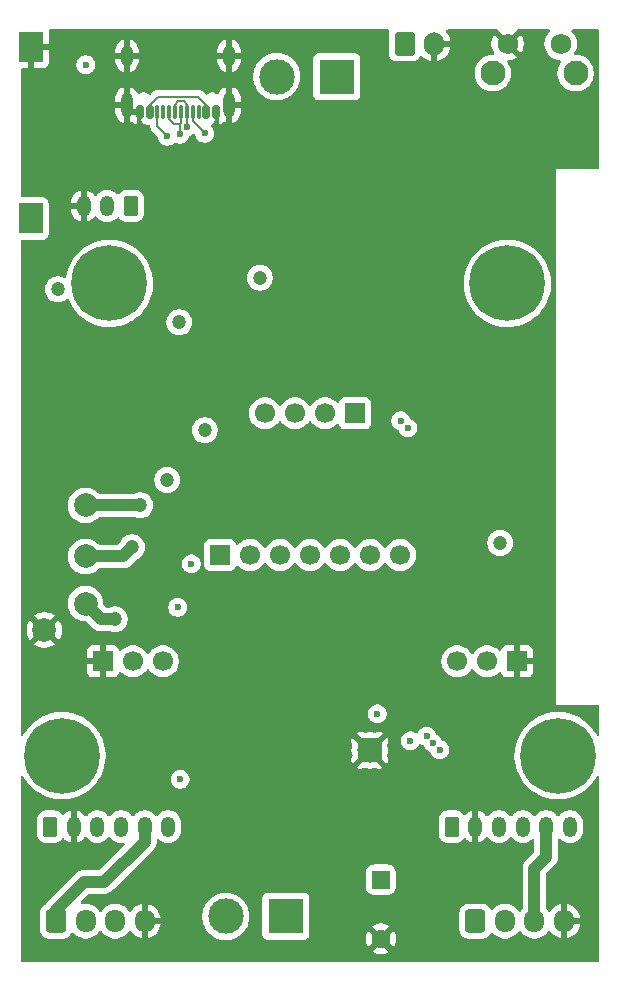
<source format=gbr>
%TF.GenerationSoftware,KiCad,Pcbnew,9.0.4*%
%TF.CreationDate,2025-08-24T10:42:22+02:00*%
%TF.ProjectId,pami_2026,70616d69-5f32-4303-9236-2e6b69636164,rev?*%
%TF.SameCoordinates,Original*%
%TF.FileFunction,Copper,L1,Top*%
%TF.FilePolarity,Positive*%
%FSLAX46Y46*%
G04 Gerber Fmt 4.6, Leading zero omitted, Abs format (unit mm)*
G04 Created by KiCad (PCBNEW 9.0.4) date 2025-08-24 10:42:22*
%MOMM*%
%LPD*%
G01*
G04 APERTURE LIST*
G04 Aperture macros list*
%AMRoundRect*
0 Rectangle with rounded corners*
0 $1 Rounding radius*
0 $2 $3 $4 $5 $6 $7 $8 $9 X,Y pos of 4 corners*
0 Add a 4 corners polygon primitive as box body*
4,1,4,$2,$3,$4,$5,$6,$7,$8,$9,$2,$3,0*
0 Add four circle primitives for the rounded corners*
1,1,$1+$1,$2,$3*
1,1,$1+$1,$4,$5*
1,1,$1+$1,$6,$7*
1,1,$1+$1,$8,$9*
0 Add four rect primitives between the rounded corners*
20,1,$1+$1,$2,$3,$4,$5,0*
20,1,$1+$1,$4,$5,$6,$7,0*
20,1,$1+$1,$6,$7,$8,$9,0*
20,1,$1+$1,$8,$9,$2,$3,0*%
G04 Aperture macros list end*
%TA.AperFunction,ComponentPad*%
%ADD10O,1.200000X1.750000*%
%TD*%
%TA.AperFunction,ComponentPad*%
%ADD11RoundRect,0.250000X-0.350000X-0.625000X0.350000X-0.625000X0.350000X0.625000X-0.350000X0.625000X0*%
%TD*%
%TA.AperFunction,SMDPad,CuDef*%
%ADD12C,2.000000*%
%TD*%
%TA.AperFunction,SMDPad,CuDef*%
%ADD13RoundRect,0.150000X0.150000X0.425000X-0.150000X0.425000X-0.150000X-0.425000X0.150000X-0.425000X0*%
%TD*%
%TA.AperFunction,SMDPad,CuDef*%
%ADD14RoundRect,0.075000X0.075000X0.500000X-0.075000X0.500000X-0.075000X-0.500000X0.075000X-0.500000X0*%
%TD*%
%TA.AperFunction,HeatsinkPad*%
%ADD15O,1.000000X2.100000*%
%TD*%
%TA.AperFunction,HeatsinkPad*%
%ADD16O,1.000000X1.800000*%
%TD*%
%TA.AperFunction,ComponentPad*%
%ADD17C,0.800000*%
%TD*%
%TA.AperFunction,ComponentPad*%
%ADD18C,6.400000*%
%TD*%
%TA.AperFunction,ComponentPad*%
%ADD19RoundRect,0.250000X-0.600000X-0.725000X0.600000X-0.725000X0.600000X0.725000X-0.600000X0.725000X0*%
%TD*%
%TA.AperFunction,ComponentPad*%
%ADD20O,1.700000X1.950000*%
%TD*%
%TA.AperFunction,ComponentPad*%
%ADD21RoundRect,0.250000X0.350000X0.625000X-0.350000X0.625000X-0.350000X-0.625000X0.350000X-0.625000X0*%
%TD*%
%TA.AperFunction,ComponentPad*%
%ADD22R,3.000000X3.000000*%
%TD*%
%TA.AperFunction,ComponentPad*%
%ADD23C,3.000000*%
%TD*%
%TA.AperFunction,ComponentPad*%
%ADD24RoundRect,0.250000X-0.600000X-0.750000X0.600000X-0.750000X0.600000X0.750000X-0.600000X0.750000X0*%
%TD*%
%TA.AperFunction,ComponentPad*%
%ADD25O,1.700000X2.000000*%
%TD*%
%TA.AperFunction,ComponentPad*%
%ADD26C,2.100000*%
%TD*%
%TA.AperFunction,ComponentPad*%
%ADD27C,1.750000*%
%TD*%
%TA.AperFunction,ComponentPad*%
%ADD28R,1.700000X1.700000*%
%TD*%
%TA.AperFunction,ComponentPad*%
%ADD29C,1.700000*%
%TD*%
%TA.AperFunction,ComponentPad*%
%ADD30R,2.000000X2.591000*%
%TD*%
%TA.AperFunction,HeatsinkPad*%
%ADD31C,0.500000*%
%TD*%
%TA.AperFunction,HeatsinkPad*%
%ADD32R,2.100000X2.100000*%
%TD*%
%TA.AperFunction,ComponentPad*%
%ADD33RoundRect,0.250000X-0.550000X0.550000X-0.550000X-0.550000X0.550000X-0.550000X0.550000X0.550000X0*%
%TD*%
%TA.AperFunction,ComponentPad*%
%ADD34C,1.600000*%
%TD*%
%TA.AperFunction,ViaPad*%
%ADD35C,0.600000*%
%TD*%
%TA.AperFunction,ViaPad*%
%ADD36C,1.200000*%
%TD*%
%TA.AperFunction,Conductor*%
%ADD37C,0.200000*%
%TD*%
%TA.AperFunction,Conductor*%
%ADD38C,1.000000*%
%TD*%
G04 APERTURE END LIST*
D10*
%TO.P,J11,6,Pin_6*%
%TO.N,Net-(J11-Pin_6)*%
X201000000Y-94000000D03*
%TO.P,J11,5,Pin_5*%
%TO.N,+3.3V*%
X199000000Y-94000000D03*
%TO.P,J11,4,Pin_4*%
%TO.N,motor_enc_a-*%
X197000000Y-94000000D03*
%TO.P,J11,3,Pin_3*%
%TO.N,motor_enc_a+*%
X195000000Y-94000000D03*
%TO.P,J11,2,Pin_2*%
%TO.N,GND*%
X193000000Y-94000000D03*
D11*
%TO.P,J11,1,Pin_1*%
%TO.N,Net-(J11-Pin_1)*%
X191000000Y-94000000D03*
%TD*%
D12*
%TO.P,TP1,1,1*%
%TO.N,+BATT*%
X194000000Y-66796000D03*
%TD*%
D13*
%TO.P,J8,A1,GND*%
%TO.N,GND*%
X205020000Y-33480000D03*
%TO.P,J8,A4,VBUS*%
%TO.N,Net-(J8-VBUS-PadA4)*%
X204220000Y-33480000D03*
D14*
%TO.P,J8,A5,CC1*%
%TO.N,Net-(J8-CC1)*%
X203070000Y-33480000D03*
%TO.P,J8,A6,D+*%
%TO.N,usb_d+*%
X202070000Y-33480000D03*
%TO.P,J8,A7,D-*%
%TO.N,usb_d-*%
X201570000Y-33480000D03*
%TO.P,J8,A8*%
%TO.N,N/C*%
X200570000Y-33480000D03*
D13*
%TO.P,J8,A9,VBUS*%
%TO.N,Net-(J8-VBUS-PadA4)*%
X199420000Y-33480000D03*
%TO.P,J8,A12,GND*%
%TO.N,GND*%
X198620000Y-33480000D03*
%TO.P,J8,B1,GND*%
X198620000Y-33480000D03*
%TO.P,J8,B4,VBUS*%
%TO.N,Net-(J8-VBUS-PadA4)*%
X199420000Y-33480000D03*
D14*
%TO.P,J8,B5,CC2*%
%TO.N,Net-(J8-CC2)*%
X200070000Y-33480000D03*
%TO.P,J8,B6,D+*%
%TO.N,usb_d+*%
X201070000Y-33480000D03*
%TO.P,J8,B7,D-*%
%TO.N,usb_d-*%
X202570000Y-33480000D03*
%TO.P,J8,B8*%
%TO.N,N/C*%
X203570000Y-33480000D03*
D13*
%TO.P,J8,B9,VBUS*%
%TO.N,Net-(J8-VBUS-PadA4)*%
X204220000Y-33480000D03*
%TO.P,J8,B12,GND*%
%TO.N,GND*%
X205020000Y-33480000D03*
D15*
%TO.P,J8,S1,SHIELD*%
X206140000Y-32905000D03*
D16*
X206140000Y-28725000D03*
D15*
X197500000Y-32905000D03*
D16*
X197500000Y-28725000D03*
%TD*%
D10*
%TO.P,J12,6,Pin_6*%
%TO.N,Net-(J12-Pin_6)*%
X235000000Y-94000000D03*
%TO.P,J12,5,Pin_5*%
%TO.N,+3.3V*%
X233000000Y-94000000D03*
%TO.P,J12,4,Pin_4*%
%TO.N,motor_enc_b-*%
X231000000Y-94000000D03*
%TO.P,J12,3,Pin_3*%
%TO.N,motor_enc_b+*%
X229000000Y-94000000D03*
%TO.P,J12,2,Pin_2*%
%TO.N,GND*%
X227000000Y-94000000D03*
D11*
%TO.P,J12,1,Pin_1*%
%TO.N,Net-(J12-Pin_1)*%
X225000000Y-94000000D03*
%TD*%
D17*
%TO.P,H2,1*%
%TO.N,N/C*%
X227297056Y-48000000D03*
X228000000Y-46302944D03*
X228000000Y-49697056D03*
X229697056Y-45600000D03*
D18*
X229697056Y-48000000D03*
D17*
X229697056Y-50400000D03*
X231394112Y-46302944D03*
X231394112Y-49697056D03*
X232097056Y-48000000D03*
%TD*%
D19*
%TO.P,J9,1,Pin_1*%
%TO.N,+3.3V*%
X191500000Y-102000000D03*
D20*
%TO.P,J9,2,Pin_2*%
%TO.N,I2C_scl*%
X194000000Y-102000000D03*
%TO.P,J9,3,Pin_3*%
%TO.N,I2C_sda*%
X196500000Y-102000000D03*
%TO.P,J9,4,Pin_4*%
%TO.N,GND*%
X199000000Y-102000000D03*
%TD*%
D21*
%TO.P,J7,1,Pin_1*%
%TO.N,+5V*%
X197834000Y-41444000D03*
D10*
%TO.P,J7,2,Pin_2*%
%TO.N,Net-(D8-DOUT)*%
X195834000Y-41444000D03*
%TO.P,J7,3,Pin_3*%
%TO.N,GND*%
X193834000Y-41444000D03*
%TD*%
D22*
%TO.P,J4,1,Pin_1*%
%TO.N,Net-(J4-Pin_1)*%
X210947000Y-101600000D03*
D23*
%TO.P,J4,2,Pin_2*%
%TO.N,Net-(J4-Pin_2)*%
X205867000Y-101600000D03*
%TD*%
D17*
%TO.P,H4,1*%
%TO.N,N/C*%
X231600000Y-88000000D03*
X232302944Y-86302944D03*
X232302944Y-89697056D03*
X234000000Y-85600000D03*
D18*
X234000000Y-88000000D03*
D17*
X234000000Y-90400000D03*
X235697056Y-86302944D03*
X235697056Y-89697056D03*
X236400000Y-88000000D03*
%TD*%
D24*
%TO.P,SW2,1*%
%TO.N,sw_team*%
X221000000Y-27712500D03*
D25*
%TO.P,SW2,2*%
%TO.N,GND*%
X223500000Y-27712500D03*
%TD*%
D26*
%TO.P,SW1,*%
%TO.N,*%
X228475000Y-30202500D03*
X235485000Y-30202500D03*
D27*
%TO.P,SW1,1,1*%
%TO.N,GND*%
X229725000Y-27712500D03*
%TO.P,SW1,2,2*%
%TO.N,Net-(U2-EN)*%
X234225000Y-27712500D03*
%TD*%
D12*
%TO.P,TP3,1,1*%
%TO.N,+5V*%
X194000000Y-75120000D03*
%TD*%
D28*
%TO.P,J1,1,Pin_1*%
%TO.N,Net-(J1-Pin_1)*%
X216810000Y-59000000D03*
D29*
%TO.P,J1,2,Pin_2*%
%TO.N,+3.3V*%
X214270000Y-59000000D03*
%TO.P,J1,3,Pin_3*%
%TO.N,I2C_scl*%
X211730000Y-59000000D03*
%TO.P,J1,4,Pin_4*%
%TO.N,I2C_sda*%
X209190000Y-59000000D03*
%TD*%
D12*
%TO.P,TP2,1,1*%
%TO.N,+3.3V*%
X194000000Y-71120000D03*
%TD*%
D28*
%TO.P,J14,1,Pin_1*%
%TO.N,GND*%
X230540000Y-80000000D03*
D29*
%TO.P,J14,2,Pin_2*%
%TO.N,+5V*%
X228000000Y-80000000D03*
%TO.P,J14,3,Pin_3*%
%TO.N,SERVO2*%
X225460000Y-80000000D03*
%TD*%
D17*
%TO.P,H1,1*%
%TO.N,N/C*%
X193600000Y-48000000D03*
X194302944Y-46302944D03*
X194302944Y-49697056D03*
X196000000Y-45600000D03*
D18*
X196000000Y-48000000D03*
D17*
X196000000Y-50400000D03*
X197697056Y-46302944D03*
X197697056Y-49697056D03*
X198400000Y-48000000D03*
%TD*%
D28*
%TO.P,J10,1,Pin_1*%
%TO.N,tft_rst*%
X205380000Y-71000000D03*
D29*
%TO.P,J10,2,Pin_2*%
%TO.N,tft_cs*%
X207920000Y-71000000D03*
%TO.P,J10,3,Pin_3*%
%TO.N,tft_dc*%
X210460000Y-71000000D03*
%TO.P,J10,4,Pin_4*%
%TO.N,tft_scl*%
X213000000Y-71000000D03*
%TO.P,J10,5,Pin_5*%
X215540000Y-71000000D03*
%TO.P,J10,6,Pin_6*%
%TO.N,Net-(J1-Pin_1)*%
X218080000Y-71000000D03*
%TO.P,J10,7,Pin_7*%
%TO.N,+3.3V*%
X220620000Y-71000000D03*
%TD*%
D19*
%TO.P,J3,1,Pin_1*%
%TO.N,RX_lidar*%
X227000000Y-102000000D03*
D20*
%TO.P,J3,2,Pin_2*%
%TO.N,TX_lidar*%
X229500000Y-102000000D03*
%TO.P,J3,3,Pin_3*%
%TO.N,+3.3V*%
X232000000Y-102000000D03*
%TO.P,J3,4,Pin_4*%
%TO.N,GND*%
X234500000Y-102000000D03*
%TD*%
D30*
%TO.P,SW4,1,1*%
%TO.N,GND*%
X189357000Y-28000000D03*
%TO.P,SW4,2,2*%
%TO.N,sw_tirette*%
X189357000Y-42503500D03*
%TD*%
D12*
%TO.P,TP12,1,1*%
%TO.N,GND*%
X190500000Y-77343000D03*
%TD*%
D28*
%TO.P,J2,1,Pin_1*%
%TO.N,GND*%
X195460000Y-80000000D03*
D29*
%TO.P,J2,2,Pin_2*%
%TO.N,+5V*%
X198000000Y-80000000D03*
%TO.P,J2,3,Pin_3*%
%TO.N,SERVO1*%
X200540000Y-80000000D03*
%TD*%
D17*
%TO.P,H3,1*%
%TO.N,N/C*%
X189600000Y-88000000D03*
X190302944Y-86302944D03*
X190302944Y-89697056D03*
X192000000Y-85600000D03*
D18*
X192000000Y-88000000D03*
D17*
X192000000Y-90400000D03*
X193697056Y-86302944D03*
X193697056Y-89697056D03*
X194400000Y-88000000D03*
%TD*%
D31*
%TO.P,U1,17,GND*%
%TO.N,GND*%
X218859000Y-86741000D03*
X218059000Y-86741000D03*
X217259000Y-86741000D03*
X218859000Y-87541000D03*
X218059000Y-87541000D03*
D32*
X218059000Y-87541000D03*
D31*
X217259000Y-87541000D03*
X218859000Y-88341000D03*
X218059000Y-88341000D03*
X217259000Y-88341000D03*
%TD*%
D33*
%TO.P,C18,1*%
%TO.N,+BATT*%
X219000000Y-98500000D03*
D34*
%TO.P,C18,2*%
%TO.N,GND*%
X219000000Y-103500000D03*
%TD*%
D22*
%TO.P,SW3,1,A*%
%TO.N,Net-(SW3-A)*%
X215265000Y-30500000D03*
D23*
%TO.P,SW3,2,B*%
%TO.N,Net-(J4-Pin_1)*%
X210185000Y-30500000D03*
%TD*%
D35*
%TO.N,Net-(J8-CC1)*%
X204089000Y-35306000D03*
%TO.N,Net-(J8-CC2)*%
X200914000Y-35560000D03*
D36*
%TO.N,+BATT*%
X201930000Y-51308000D03*
X208747879Y-47513940D03*
D35*
%TO.N,I2C_sda*%
X202946000Y-71755000D03*
%TO.N,I2C_scl*%
X201803000Y-75438000D03*
D36*
%TO.N,+3.3V*%
X197919000Y-70358000D03*
%TO.N,+BATT*%
X204089000Y-60452000D03*
%TO.N,+5V*%
X200914000Y-64643000D03*
X196469000Y-76454000D03*
%TO.N,+3.3V*%
X229108000Y-69977000D03*
%TO.N,+5V*%
X191643000Y-48514000D03*
D35*
%TO.N,motor_b-*%
X223976642Y-87492112D03*
%TO.N,motor_b+*%
X223410954Y-86926426D03*
%TO.N,motor_fault*%
X222866599Y-86340183D03*
%TO.N,Net-(J12-Pin_6)*%
X218694000Y-84455000D03*
%TO.N,Net-(J12-Pin_1)*%
X221488000Y-86741000D03*
D36*
%TO.N,+BATT*%
X198628000Y-66802000D03*
D35*
%TO.N,usb_d-*%
X202557411Y-34767728D03*
%TO.N,usb_d+*%
X201956369Y-35368770D03*
%TO.N,usb_d-*%
X221280521Y-60244521D03*
%TO.N,usb_d+*%
X220679479Y-59643479D03*
%TO.N,Net-(J4-Pin_2)*%
X202000000Y-90000000D03*
%TO.N,Net-(D8-DOUT)*%
X194000000Y-29500000D03*
%TD*%
D37*
%TO.N,Net-(J8-CC1)*%
X204089000Y-35306000D02*
X203070000Y-34287000D01*
X203070000Y-34287000D02*
X203070000Y-33480000D01*
%TO.N,Net-(J8-CC2)*%
X200914000Y-35560000D02*
X200070000Y-34716000D01*
X200070000Y-34716000D02*
X200070000Y-33480000D01*
D38*
%TO.N,+3.3V*%
X197157000Y-71120000D02*
X197919000Y-70358000D01*
X194000000Y-71120000D02*
X197157000Y-71120000D01*
%TO.N,+5V*%
X196469000Y-76454000D02*
X195334000Y-76454000D01*
X195334000Y-76454000D02*
X194000000Y-75120000D01*
D37*
%TO.N,Net-(J8-VBUS-PadA4)*%
X199420000Y-33480000D02*
X199420000Y-32905001D01*
X203517999Y-32203000D02*
X204220000Y-32905001D01*
X199420000Y-32905001D02*
X200122001Y-32203000D01*
X200122001Y-32203000D02*
X203517999Y-32203000D01*
X204220000Y-32905001D02*
X204220000Y-33480000D01*
D38*
%TO.N,+BATT*%
X198628000Y-66802000D02*
X196215000Y-66802000D01*
X196215000Y-66802000D02*
X196209000Y-66796000D01*
X196209000Y-66796000D02*
X194000000Y-66796000D01*
D37*
%TO.N,usb_d+*%
X201070000Y-33480000D02*
X201070000Y-34088824D01*
X201070000Y-34088824D02*
X201500003Y-34518827D01*
X201500003Y-34518827D02*
X201956369Y-34518827D01*
X202070000Y-33480000D02*
X202070000Y-34405196D01*
X202070000Y-34405196D02*
X201956369Y-34518827D01*
X201956369Y-34518827D02*
X201956369Y-35368770D01*
%TO.N,usb_d-*%
X201570000Y-33480000D02*
X201570000Y-32871176D01*
X201570000Y-32871176D02*
X201837176Y-32604000D01*
X202302824Y-32604000D02*
X202570000Y-32871176D01*
X201837176Y-32604000D02*
X202302824Y-32604000D01*
X202570000Y-32871176D02*
X202570000Y-33480000D01*
X202570000Y-33480000D02*
X202570000Y-34755139D01*
X202570000Y-34755139D02*
X202557411Y-34767728D01*
D38*
%TO.N,+3.3V*%
X193846000Y-98679000D02*
X195580000Y-98679000D01*
X191500000Y-101025000D02*
X193846000Y-98679000D01*
X191500000Y-102000000D02*
X191500000Y-101025000D01*
X195580000Y-98679000D02*
X199000000Y-95259000D01*
X199000000Y-95259000D02*
X199000000Y-94000000D01*
X233000000Y-94000000D02*
X233000000Y-96565000D01*
X233000000Y-96565000D02*
X232000000Y-97565000D01*
X232000000Y-97565000D02*
X232000000Y-102000000D01*
%TD*%
%TA.AperFunction,Conductor*%
%TO.N,GND*%
G36*
X219657780Y-26520185D02*
G01*
X219703535Y-26572989D01*
X219713479Y-26642147D01*
X219708447Y-26663500D01*
X219660001Y-26809703D01*
X219660001Y-26809704D01*
X219660000Y-26809704D01*
X219649500Y-26912483D01*
X219649500Y-28512501D01*
X219649501Y-28512518D01*
X219660000Y-28615296D01*
X219660001Y-28615299D01*
X219715185Y-28781831D01*
X219715187Y-28781836D01*
X219746792Y-28833076D01*
X219807288Y-28931156D01*
X219931344Y-29055212D01*
X220080666Y-29147314D01*
X220247203Y-29202499D01*
X220349991Y-29213000D01*
X221650008Y-29212999D01*
X221752797Y-29202499D01*
X221919334Y-29147314D01*
X222068656Y-29055212D01*
X222192712Y-28931156D01*
X222284814Y-28781834D01*
X222284814Y-28781831D01*
X222288448Y-28775941D01*
X222340395Y-28729216D01*
X222409358Y-28717993D01*
X222473440Y-28745836D01*
X222481668Y-28753356D01*
X222620535Y-28892223D01*
X222620540Y-28892227D01*
X222792442Y-29017120D01*
X222981782Y-29113595D01*
X223183871Y-29179257D01*
X223250000Y-29189731D01*
X223250000Y-28145512D01*
X223307007Y-28178425D01*
X223434174Y-28212500D01*
X223565826Y-28212500D01*
X223692993Y-28178425D01*
X223750000Y-28145512D01*
X223750000Y-29189730D01*
X223816126Y-29179257D01*
X223816129Y-29179257D01*
X224018217Y-29113595D01*
X224207557Y-29017120D01*
X224379459Y-28892227D01*
X224379464Y-28892223D01*
X224529723Y-28741964D01*
X224529727Y-28741959D01*
X224654620Y-28570057D01*
X224751095Y-28380717D01*
X224816757Y-28178630D01*
X224816757Y-28178627D01*
X224850000Y-27968746D01*
X224850000Y-27962500D01*
X223933012Y-27962500D01*
X223965925Y-27905493D01*
X224000000Y-27778326D01*
X224000000Y-27646674D01*
X223965925Y-27519507D01*
X223933012Y-27462500D01*
X224850000Y-27462500D01*
X224850000Y-27456253D01*
X224816757Y-27246372D01*
X224816757Y-27246369D01*
X224751095Y-27044282D01*
X224654620Y-26854942D01*
X224540150Y-26697385D01*
X224516670Y-26631578D01*
X224532496Y-26563525D01*
X224582602Y-26514830D01*
X224640468Y-26500500D01*
X228817444Y-26500500D01*
X228884483Y-26520185D01*
X228902681Y-26541187D01*
X228904961Y-26538908D01*
X229599673Y-27233619D01*
X229533937Y-27251234D01*
X229421063Y-27316402D01*
X229328902Y-27408563D01*
X229263734Y-27521437D01*
X229246119Y-27587173D01*
X228591830Y-26932883D01*
X228548992Y-26991846D01*
X228450736Y-27184682D01*
X228450735Y-27184685D01*
X228383857Y-27390518D01*
X228350000Y-27604279D01*
X228350000Y-27820720D01*
X228383857Y-28034481D01*
X228450735Y-28240314D01*
X228450736Y-28240317D01*
X228548994Y-28433157D01*
X228564947Y-28455114D01*
X228588427Y-28520920D01*
X228572602Y-28588974D01*
X228522497Y-28637669D01*
X228464629Y-28652000D01*
X228352973Y-28652000D01*
X228297093Y-28660850D01*
X228111927Y-28690178D01*
X227879812Y-28765597D01*
X227662357Y-28876396D01*
X227464923Y-29019839D01*
X227464918Y-29019843D01*
X227292343Y-29192418D01*
X227292339Y-29192423D01*
X227148896Y-29389857D01*
X227038097Y-29607312D01*
X226962678Y-29839427D01*
X226952807Y-29901751D01*
X226924500Y-30080473D01*
X226924500Y-30324527D01*
X226962679Y-30565576D01*
X227038096Y-30797685D01*
X227085701Y-30891116D01*
X227148896Y-31015142D01*
X227292339Y-31212576D01*
X227292343Y-31212581D01*
X227464918Y-31385156D01*
X227464923Y-31385160D01*
X227580054Y-31468807D01*
X227662361Y-31528606D01*
X227879815Y-31639404D01*
X228111924Y-31714821D01*
X228352973Y-31753000D01*
X228352974Y-31753000D01*
X228597026Y-31753000D01*
X228597027Y-31753000D01*
X228838076Y-31714821D01*
X229070185Y-31639404D01*
X229287639Y-31528606D01*
X229485083Y-31385155D01*
X229657655Y-31212583D01*
X229801106Y-31015139D01*
X229911904Y-30797685D01*
X229987321Y-30565576D01*
X230025500Y-30324527D01*
X230025500Y-30080473D01*
X229987321Y-29839424D01*
X229911904Y-29607315D01*
X229801106Y-29389861D01*
X229767297Y-29343327D01*
X229724474Y-29284385D01*
X229700994Y-29218579D01*
X229716820Y-29150525D01*
X229766925Y-29101830D01*
X229824792Y-29087500D01*
X229833220Y-29087500D01*
X230046981Y-29053642D01*
X230252814Y-28986764D01*
X230252817Y-28986763D01*
X230445656Y-28888506D01*
X230504615Y-28845668D01*
X230504616Y-28845668D01*
X229850326Y-28191380D01*
X229916063Y-28173766D01*
X230028937Y-28108598D01*
X230121098Y-28016437D01*
X230186266Y-27903563D01*
X230203879Y-27837827D01*
X230858168Y-28492116D01*
X230858168Y-28492115D01*
X230901006Y-28433156D01*
X230999263Y-28240317D01*
X230999264Y-28240314D01*
X231066142Y-28034481D01*
X231100000Y-27820720D01*
X231100000Y-27604279D01*
X231066142Y-27390518D01*
X230999264Y-27184685D01*
X230999263Y-27184682D01*
X230901005Y-26991842D01*
X230858168Y-26932883D01*
X230858168Y-26932882D01*
X230203879Y-27587171D01*
X230186266Y-27521437D01*
X230121098Y-27408563D01*
X230028937Y-27316402D01*
X229916063Y-27251234D01*
X229850326Y-27233619D01*
X230545038Y-26538909D01*
X230547467Y-26541338D01*
X230572378Y-26516081D01*
X230632555Y-26500500D01*
X233192388Y-26500500D01*
X233259427Y-26520185D01*
X233305182Y-26572989D01*
X233315126Y-26642147D01*
X233286101Y-26705703D01*
X233280069Y-26712181D01*
X233175830Y-26816419D01*
X233175830Y-26816420D01*
X233175828Y-26816422D01*
X233121174Y-26891645D01*
X233048567Y-26991580D01*
X232950273Y-27184490D01*
X232950272Y-27184493D01*
X232883370Y-27390401D01*
X232862616Y-27521437D01*
X232849500Y-27604246D01*
X232849500Y-27820754D01*
X232859946Y-27886709D01*
X232883370Y-28034598D01*
X232950272Y-28240506D01*
X232950273Y-28240509D01*
X233021714Y-28380717D01*
X233048567Y-28433419D01*
X233175828Y-28608578D01*
X233328922Y-28761672D01*
X233504081Y-28888933D01*
X233586946Y-28931155D01*
X233696990Y-28987226D01*
X233696993Y-28987227D01*
X233713918Y-28992726D01*
X233902903Y-29054130D01*
X234116746Y-29088000D01*
X234116747Y-29088000D01*
X234134844Y-29088000D01*
X234201883Y-29107685D01*
X234247638Y-29160489D01*
X234257582Y-29229647D01*
X234235162Y-29284885D01*
X234158896Y-29389856D01*
X234048097Y-29607312D01*
X233972678Y-29839427D01*
X233962807Y-29901751D01*
X233934500Y-30080473D01*
X233934500Y-30324527D01*
X233972679Y-30565576D01*
X234048096Y-30797685D01*
X234095701Y-30891116D01*
X234158896Y-31015142D01*
X234302339Y-31212576D01*
X234302343Y-31212581D01*
X234474918Y-31385156D01*
X234474923Y-31385160D01*
X234590054Y-31468807D01*
X234672361Y-31528606D01*
X234889815Y-31639404D01*
X235121924Y-31714821D01*
X235362973Y-31753000D01*
X235362974Y-31753000D01*
X235607026Y-31753000D01*
X235607027Y-31753000D01*
X235848076Y-31714821D01*
X236080185Y-31639404D01*
X236297639Y-31528606D01*
X236495083Y-31385155D01*
X236667655Y-31212583D01*
X236811106Y-31015139D01*
X236921904Y-30797685D01*
X236997321Y-30565576D01*
X237035500Y-30324527D01*
X237035500Y-30080473D01*
X236997321Y-29839424D01*
X236921904Y-29607315D01*
X236811106Y-29389861D01*
X236734837Y-29284885D01*
X236667660Y-29192423D01*
X236667656Y-29192418D01*
X236495081Y-29019843D01*
X236495076Y-29019839D01*
X236297642Y-28876396D01*
X236297641Y-28876395D01*
X236297639Y-28876394D01*
X236080185Y-28765596D01*
X235848076Y-28690179D01*
X235848074Y-28690178D01*
X235848072Y-28690178D01*
X235679769Y-28663521D01*
X235607027Y-28652000D01*
X235485988Y-28652000D01*
X235418949Y-28632315D01*
X235373194Y-28579511D01*
X235363250Y-28510353D01*
X235385671Y-28455113D01*
X235401432Y-28433420D01*
X235499726Y-28240509D01*
X235499727Y-28240506D01*
X235504276Y-28226504D01*
X235566630Y-28034597D01*
X235600500Y-27820754D01*
X235600500Y-27604246D01*
X235566630Y-27390403D01*
X235499726Y-27184491D01*
X235499726Y-27184490D01*
X235449642Y-27086197D01*
X235401433Y-26991581D01*
X235274172Y-26816422D01*
X235169931Y-26712181D01*
X235136446Y-26650858D01*
X235141430Y-26581166D01*
X235183302Y-26525233D01*
X235248766Y-26500816D01*
X235257612Y-26500500D01*
X237375500Y-26500500D01*
X237442539Y-26520185D01*
X237488294Y-26572989D01*
X237499500Y-26624500D01*
X237499500Y-38176000D01*
X237479815Y-38243039D01*
X237427011Y-38288794D01*
X237375500Y-38300000D01*
X233800000Y-38300000D01*
X233800000Y-83700000D01*
X237375500Y-83700000D01*
X237442539Y-83719685D01*
X237488294Y-83772489D01*
X237499500Y-83824000D01*
X237499500Y-86201991D01*
X237479815Y-86269030D01*
X237427011Y-86314785D01*
X237357853Y-86324729D01*
X237294297Y-86295704D01*
X237266142Y-86260444D01*
X237177859Y-86095279D01*
X237177858Y-86095277D01*
X237177853Y-86095268D01*
X236975854Y-85792956D01*
X236745197Y-85511899D01*
X236745196Y-85511898D01*
X236745192Y-85511893D01*
X236488106Y-85254807D01*
X236207049Y-85024150D01*
X236207048Y-85024149D01*
X236207044Y-85024146D01*
X235904732Y-84822147D01*
X235904727Y-84822144D01*
X235904720Y-84822140D01*
X235584083Y-84650756D01*
X235584078Y-84650754D01*
X235248165Y-84511614D01*
X234900223Y-84406067D01*
X234900212Y-84406064D01*
X234543630Y-84335137D01*
X234271111Y-84308296D01*
X234181794Y-84299500D01*
X233818206Y-84299500D01*
X233735679Y-84307628D01*
X233456369Y-84335137D01*
X233099787Y-84406064D01*
X233099776Y-84406067D01*
X232751834Y-84511614D01*
X232415921Y-84650754D01*
X232415916Y-84650756D01*
X232095279Y-84822140D01*
X232095261Y-84822151D01*
X231792964Y-85024140D01*
X231792950Y-85024150D01*
X231511893Y-85254807D01*
X231254807Y-85511893D01*
X231024150Y-85792950D01*
X231024140Y-85792964D01*
X230822151Y-86095261D01*
X230822140Y-86095279D01*
X230650756Y-86415916D01*
X230650754Y-86415921D01*
X230511614Y-86751834D01*
X230406067Y-87099776D01*
X230406064Y-87099787D01*
X230335137Y-87456369D01*
X230311987Y-87691419D01*
X230299500Y-87818206D01*
X230299500Y-88181794D01*
X230301442Y-88201509D01*
X230335137Y-88543630D01*
X230406064Y-88900212D01*
X230406067Y-88900223D01*
X230511614Y-89248165D01*
X230650754Y-89584078D01*
X230650756Y-89584083D01*
X230822140Y-89904720D01*
X230822151Y-89904738D01*
X231024140Y-90207035D01*
X231024150Y-90207049D01*
X231254807Y-90488106D01*
X231511893Y-90745192D01*
X231511898Y-90745196D01*
X231511899Y-90745197D01*
X231792956Y-90975854D01*
X232095268Y-91177853D01*
X232095277Y-91177858D01*
X232095279Y-91177859D01*
X232415916Y-91349243D01*
X232415918Y-91349243D01*
X232415924Y-91349247D01*
X232751836Y-91488386D01*
X233099767Y-91593930D01*
X233099773Y-91593931D01*
X233099776Y-91593932D01*
X233099787Y-91593935D01*
X233456369Y-91664862D01*
X233818206Y-91700500D01*
X233818209Y-91700500D01*
X234181791Y-91700500D01*
X234181794Y-91700500D01*
X234543631Y-91664862D01*
X234613045Y-91651054D01*
X234900212Y-91593935D01*
X234900223Y-91593932D01*
X234900223Y-91593931D01*
X234900233Y-91593930D01*
X235248164Y-91488386D01*
X235584076Y-91349247D01*
X235904732Y-91177853D01*
X236207044Y-90975854D01*
X236488101Y-90745197D01*
X236745197Y-90488101D01*
X236975854Y-90207044D01*
X237177853Y-89904732D01*
X237266142Y-89739555D01*
X237315104Y-89689711D01*
X237383242Y-89674250D01*
X237448921Y-89698082D01*
X237491290Y-89753639D01*
X237499500Y-89798008D01*
X237499500Y-105375500D01*
X237479815Y-105442539D01*
X237427011Y-105488294D01*
X237375500Y-105499500D01*
X188624500Y-105499500D01*
X188557461Y-105479815D01*
X188511706Y-105427011D01*
X188500500Y-105375500D01*
X188500500Y-93324983D01*
X189899500Y-93324983D01*
X189899500Y-94675001D01*
X189899501Y-94675018D01*
X189910000Y-94777796D01*
X189910001Y-94777799D01*
X189948013Y-94892510D01*
X189965186Y-94944334D01*
X190057288Y-95093656D01*
X190181344Y-95217712D01*
X190330666Y-95309814D01*
X190497203Y-95364999D01*
X190599991Y-95375500D01*
X191400008Y-95375499D01*
X191400016Y-95375498D01*
X191400019Y-95375498D01*
X191456302Y-95369748D01*
X191502797Y-95364999D01*
X191669334Y-95309814D01*
X191818656Y-95217712D01*
X191942712Y-95093656D01*
X191982581Y-95029016D01*
X192034525Y-94982294D01*
X192103488Y-94971071D01*
X192167570Y-94998914D01*
X192175799Y-95006434D01*
X192283397Y-95114032D01*
X192423475Y-95215804D01*
X192577744Y-95294408D01*
X192742415Y-95347914D01*
X192742414Y-95347914D01*
X192749999Y-95349115D01*
X192750000Y-95349114D01*
X192750000Y-94280330D01*
X192769745Y-94300075D01*
X192855255Y-94349444D01*
X192950630Y-94375000D01*
X193049370Y-94375000D01*
X193144745Y-94349444D01*
X193230255Y-94300075D01*
X193250000Y-94280330D01*
X193250000Y-95349115D01*
X193257584Y-95347914D01*
X193422255Y-95294408D01*
X193576524Y-95215804D01*
X193716602Y-95114032D01*
X193839036Y-94991598D01*
X193899371Y-94908552D01*
X193954700Y-94865886D01*
X194024313Y-94859905D01*
X194086109Y-94892510D01*
X194100008Y-94908550D01*
X194100318Y-94908976D01*
X194160586Y-94991928D01*
X194283072Y-95114414D01*
X194423212Y-95216232D01*
X194577555Y-95294873D01*
X194742299Y-95348402D01*
X194913389Y-95375500D01*
X194913390Y-95375500D01*
X195086610Y-95375500D01*
X195086611Y-95375500D01*
X195257701Y-95348402D01*
X195422445Y-95294873D01*
X195576788Y-95216232D01*
X195716928Y-95114414D01*
X195839414Y-94991928D01*
X195899682Y-94908975D01*
X195955012Y-94866311D01*
X196024626Y-94860332D01*
X196086421Y-94892938D01*
X196100315Y-94908973D01*
X196160586Y-94991928D01*
X196283072Y-95114414D01*
X196423212Y-95216232D01*
X196577555Y-95294873D01*
X196742299Y-95348402D01*
X196913389Y-95375500D01*
X196913390Y-95375500D01*
X197086610Y-95375500D01*
X197086611Y-95375500D01*
X197163529Y-95363317D01*
X197232821Y-95372271D01*
X197286273Y-95417267D01*
X197306913Y-95484019D01*
X197288188Y-95551333D01*
X197270607Y-95573471D01*
X195201899Y-97642181D01*
X195140576Y-97675666D01*
X195114218Y-97678500D01*
X193747455Y-97678500D01*
X193650812Y-97697724D01*
X193554167Y-97716947D01*
X193554161Y-97716949D01*
X193500834Y-97739037D01*
X193500834Y-97739038D01*
X193455315Y-97757892D01*
X193372089Y-97792366D01*
X193372079Y-97792371D01*
X193208219Y-97901859D01*
X193166978Y-97943101D01*
X193068861Y-98041218D01*
X193068858Y-98041221D01*
X190862221Y-100247858D01*
X190862218Y-100247861D01*
X190792538Y-100317540D01*
X190722859Y-100387219D01*
X190722857Y-100387222D01*
X190609984Y-100556150D01*
X190608823Y-100555374D01*
X190569789Y-100596895D01*
X190431342Y-100682289D01*
X190307289Y-100806342D01*
X190215187Y-100955663D01*
X190215185Y-100955668D01*
X190211893Y-100965604D01*
X190160001Y-101122203D01*
X190160001Y-101122204D01*
X190160000Y-101122204D01*
X190149500Y-101224983D01*
X190149500Y-102775001D01*
X190149501Y-102775018D01*
X190160000Y-102877796D01*
X190160001Y-102877799D01*
X190205894Y-103016294D01*
X190215186Y-103044334D01*
X190307288Y-103193656D01*
X190431344Y-103317712D01*
X190580666Y-103409814D01*
X190747203Y-103464999D01*
X190849991Y-103475500D01*
X192150008Y-103475499D01*
X192252797Y-103464999D01*
X192419334Y-103409814D01*
X192568656Y-103317712D01*
X192692712Y-103193656D01*
X192784814Y-103044334D01*
X192784814Y-103044331D01*
X192788178Y-103038879D01*
X192840126Y-102992154D01*
X192909088Y-102980931D01*
X192973170Y-103008774D01*
X192981398Y-103016294D01*
X193120213Y-103155109D01*
X193292179Y-103280048D01*
X193292181Y-103280049D01*
X193292184Y-103280051D01*
X193481588Y-103376557D01*
X193683757Y-103442246D01*
X193893713Y-103475500D01*
X193893714Y-103475500D01*
X194106286Y-103475500D01*
X194106287Y-103475500D01*
X194316243Y-103442246D01*
X194518412Y-103376557D01*
X194707816Y-103280051D01*
X194807698Y-103207483D01*
X194879786Y-103155109D01*
X194879788Y-103155106D01*
X194879792Y-103155104D01*
X195030104Y-103004792D01*
X195149683Y-102840204D01*
X195205011Y-102797540D01*
X195274624Y-102791561D01*
X195336420Y-102824166D01*
X195350313Y-102840199D01*
X195409643Y-102921860D01*
X195469896Y-103004792D01*
X195620213Y-103155109D01*
X195792179Y-103280048D01*
X195792181Y-103280049D01*
X195792184Y-103280051D01*
X195981588Y-103376557D01*
X196183757Y-103442246D01*
X196393713Y-103475500D01*
X196393714Y-103475500D01*
X196606286Y-103475500D01*
X196606287Y-103475500D01*
X196816243Y-103442246D01*
X197018412Y-103376557D01*
X197207816Y-103280051D01*
X197307698Y-103207483D01*
X197379786Y-103155109D01*
X197379788Y-103155106D01*
X197379792Y-103155104D01*
X197530104Y-103004792D01*
X197649991Y-102839779D01*
X197705320Y-102797115D01*
X197774933Y-102791136D01*
X197836729Y-102823741D01*
X197850627Y-102839781D01*
X197970272Y-103004459D01*
X197970276Y-103004464D01*
X198120535Y-103154723D01*
X198120540Y-103154727D01*
X198292442Y-103279620D01*
X198481782Y-103376095D01*
X198683871Y-103441757D01*
X198750000Y-103452231D01*
X198750000Y-102404145D01*
X198816657Y-102442630D01*
X198937465Y-102475000D01*
X199062535Y-102475000D01*
X199183343Y-102442630D01*
X199250000Y-102404145D01*
X199250000Y-103452230D01*
X199316126Y-103441757D01*
X199316129Y-103441757D01*
X199518217Y-103376095D01*
X199707557Y-103279620D01*
X199879459Y-103154727D01*
X199879464Y-103154723D01*
X200029723Y-103004464D01*
X200029727Y-103004459D01*
X200154620Y-102832557D01*
X200251095Y-102643217D01*
X200316757Y-102441130D01*
X200316757Y-102441127D01*
X200347030Y-102250000D01*
X199404146Y-102250000D01*
X199442630Y-102183343D01*
X199475000Y-102062535D01*
X199475000Y-101937465D01*
X199442630Y-101816657D01*
X199404146Y-101750000D01*
X200347030Y-101750000D01*
X200316758Y-101558873D01*
X200298649Y-101503140D01*
X200298648Y-101503138D01*
X200287515Y-101468872D01*
X203866500Y-101468872D01*
X203866500Y-101731127D01*
X203871449Y-101768713D01*
X203900730Y-101991116D01*
X203965277Y-102232009D01*
X203968602Y-102244418D01*
X203968605Y-102244428D01*
X204068953Y-102486690D01*
X204068958Y-102486700D01*
X204200075Y-102713803D01*
X204359718Y-102921851D01*
X204359726Y-102921860D01*
X204545140Y-103107274D01*
X204545148Y-103107281D01*
X204753196Y-103266924D01*
X204980299Y-103398041D01*
X204980309Y-103398046D01*
X205167300Y-103475500D01*
X205222581Y-103498398D01*
X205475884Y-103566270D01*
X205724188Y-103598960D01*
X205735864Y-103600498D01*
X205735880Y-103600500D01*
X205735887Y-103600500D01*
X205998113Y-103600500D01*
X205998120Y-103600500D01*
X206258116Y-103566270D01*
X206511419Y-103498398D01*
X206753697Y-103398043D01*
X206980803Y-103266924D01*
X207188851Y-103107282D01*
X207188855Y-103107277D01*
X207188860Y-103107274D01*
X207374274Y-102921860D01*
X207374277Y-102921855D01*
X207374282Y-102921851D01*
X207533924Y-102713803D01*
X207665043Y-102486697D01*
X207672878Y-102467783D01*
X207709199Y-102380095D01*
X207765398Y-102244419D01*
X207833270Y-101991116D01*
X207867500Y-101731120D01*
X207867500Y-101468880D01*
X207833270Y-101208884D01*
X207765398Y-100955581D01*
X207719708Y-100845276D01*
X207665046Y-100713309D01*
X207665041Y-100713299D01*
X207533924Y-100486196D01*
X207374281Y-100278148D01*
X207374274Y-100278140D01*
X207188860Y-100092726D01*
X207188851Y-100092718D01*
X207135963Y-100052135D01*
X208946500Y-100052135D01*
X208946500Y-103147870D01*
X208946501Y-103147876D01*
X208952908Y-103207483D01*
X209003202Y-103342328D01*
X209003206Y-103342335D01*
X209089452Y-103457544D01*
X209089455Y-103457547D01*
X209204664Y-103543793D01*
X209204671Y-103543797D01*
X209339517Y-103594091D01*
X209339516Y-103594091D01*
X209346444Y-103594835D01*
X209399127Y-103600500D01*
X212494872Y-103600499D01*
X212554483Y-103594091D01*
X212689331Y-103543796D01*
X212804546Y-103457546D01*
X212849360Y-103397682D01*
X217700000Y-103397682D01*
X217700000Y-103602317D01*
X217732009Y-103804417D01*
X217795244Y-103999031D01*
X217888141Y-104181350D01*
X217888147Y-104181359D01*
X217920523Y-104225921D01*
X217920524Y-104225922D01*
X218600000Y-103546446D01*
X218600000Y-103552661D01*
X218627259Y-103654394D01*
X218679920Y-103745606D01*
X218754394Y-103820080D01*
X218845606Y-103872741D01*
X218947339Y-103900000D01*
X218953553Y-103900000D01*
X218274076Y-104579474D01*
X218318650Y-104611859D01*
X218500968Y-104704755D01*
X218695582Y-104767990D01*
X218897683Y-104800000D01*
X219102317Y-104800000D01*
X219304417Y-104767990D01*
X219499031Y-104704755D01*
X219681349Y-104611859D01*
X219725921Y-104579474D01*
X219046447Y-103900000D01*
X219052661Y-103900000D01*
X219154394Y-103872741D01*
X219245606Y-103820080D01*
X219320080Y-103745606D01*
X219372741Y-103654394D01*
X219400000Y-103552661D01*
X219400000Y-103546447D01*
X220079474Y-104225921D01*
X220111859Y-104181349D01*
X220204755Y-103999031D01*
X220267990Y-103804417D01*
X220300000Y-103602317D01*
X220300000Y-103397682D01*
X220267990Y-103195582D01*
X220204755Y-103000968D01*
X220111859Y-102818650D01*
X220079474Y-102774077D01*
X220079474Y-102774076D01*
X219400000Y-103453551D01*
X219400000Y-103447339D01*
X219372741Y-103345606D01*
X219320080Y-103254394D01*
X219245606Y-103179920D01*
X219154394Y-103127259D01*
X219052661Y-103100000D01*
X219046446Y-103100000D01*
X219725922Y-102420524D01*
X219725921Y-102420523D01*
X219681359Y-102388147D01*
X219681350Y-102388141D01*
X219499031Y-102295244D01*
X219304417Y-102232009D01*
X219102317Y-102200000D01*
X218897683Y-102200000D01*
X218695582Y-102232009D01*
X218500968Y-102295244D01*
X218318644Y-102388143D01*
X218274077Y-102420523D01*
X218274077Y-102420524D01*
X218953554Y-103100000D01*
X218947339Y-103100000D01*
X218845606Y-103127259D01*
X218754394Y-103179920D01*
X218679920Y-103254394D01*
X218627259Y-103345606D01*
X218600000Y-103447339D01*
X218600000Y-103453553D01*
X217920524Y-102774077D01*
X217920523Y-102774077D01*
X217888143Y-102818644D01*
X217795244Y-103000968D01*
X217732009Y-103195582D01*
X217700000Y-103397682D01*
X212849360Y-103397682D01*
X212890796Y-103342331D01*
X212941091Y-103207483D01*
X212947500Y-103147873D01*
X212947499Y-100052128D01*
X212941091Y-99992517D01*
X212890796Y-99857669D01*
X212890795Y-99857668D01*
X212890793Y-99857664D01*
X212804547Y-99742455D01*
X212804544Y-99742452D01*
X212689335Y-99656206D01*
X212689328Y-99656202D01*
X212554482Y-99605908D01*
X212554483Y-99605908D01*
X212494883Y-99599501D01*
X212494881Y-99599500D01*
X212494873Y-99599500D01*
X212494864Y-99599500D01*
X209399129Y-99599500D01*
X209399123Y-99599501D01*
X209339516Y-99605908D01*
X209204671Y-99656202D01*
X209204664Y-99656206D01*
X209089455Y-99742452D01*
X209089452Y-99742455D01*
X209003206Y-99857664D01*
X209003202Y-99857671D01*
X208952908Y-99992517D01*
X208946501Y-100052116D01*
X208946501Y-100052123D01*
X208946500Y-100052135D01*
X207135963Y-100052135D01*
X206980803Y-99933075D01*
X206753700Y-99801958D01*
X206753690Y-99801953D01*
X206511428Y-99701605D01*
X206511421Y-99701603D01*
X206511419Y-99701602D01*
X206258116Y-99633730D01*
X206200339Y-99626123D01*
X205998127Y-99599500D01*
X205998120Y-99599500D01*
X205735880Y-99599500D01*
X205735872Y-99599500D01*
X205504772Y-99629926D01*
X205475884Y-99633730D01*
X205294491Y-99682334D01*
X205222581Y-99701602D01*
X205222571Y-99701605D01*
X204980309Y-99801953D01*
X204980299Y-99801958D01*
X204753196Y-99933075D01*
X204545148Y-100092718D01*
X204359718Y-100278148D01*
X204200075Y-100486196D01*
X204068958Y-100713299D01*
X204068953Y-100713309D01*
X203968605Y-100955571D01*
X203968602Y-100955581D01*
X203900730Y-101208884D01*
X203898609Y-101224991D01*
X203866500Y-101468872D01*
X200287515Y-101468872D01*
X200251095Y-101356782D01*
X200154620Y-101167442D01*
X200029727Y-100995540D01*
X200029723Y-100995535D01*
X199879464Y-100845276D01*
X199879459Y-100845272D01*
X199707557Y-100720379D01*
X199518215Y-100623903D01*
X199316124Y-100558241D01*
X199250000Y-100547768D01*
X199250000Y-101595854D01*
X199183343Y-101557370D01*
X199062535Y-101525000D01*
X198937465Y-101525000D01*
X198816657Y-101557370D01*
X198750000Y-101595854D01*
X198750000Y-100547768D01*
X198749999Y-100547768D01*
X198683875Y-100558241D01*
X198481784Y-100623903D01*
X198292442Y-100720379D01*
X198120540Y-100845272D01*
X198120535Y-100845276D01*
X197970276Y-100995535D01*
X197970272Y-100995540D01*
X197850627Y-101160218D01*
X197795297Y-101202884D01*
X197725684Y-101208863D01*
X197663889Y-101176257D01*
X197649991Y-101160218D01*
X197530109Y-100995214D01*
X197530105Y-100995209D01*
X197379786Y-100844890D01*
X197207820Y-100719951D01*
X197018414Y-100623444D01*
X197018413Y-100623443D01*
X197018412Y-100623443D01*
X196816243Y-100557754D01*
X196816241Y-100557753D01*
X196816240Y-100557753D01*
X196654957Y-100532208D01*
X196606287Y-100524500D01*
X196393713Y-100524500D01*
X196345042Y-100532208D01*
X196183760Y-100557753D01*
X195981585Y-100623444D01*
X195792179Y-100719951D01*
X195620213Y-100844890D01*
X195469894Y-100995209D01*
X195469890Y-100995214D01*
X195350318Y-101159793D01*
X195294989Y-101202459D01*
X195225375Y-101208438D01*
X195163580Y-101175833D01*
X195149682Y-101159793D01*
X195030109Y-100995214D01*
X195030105Y-100995209D01*
X194879786Y-100844890D01*
X194707820Y-100719951D01*
X194518414Y-100623444D01*
X194518413Y-100623443D01*
X194518412Y-100623443D01*
X194316243Y-100557754D01*
X194316241Y-100557753D01*
X194316240Y-100557753D01*
X194154957Y-100532208D01*
X194106287Y-100524500D01*
X193893713Y-100524500D01*
X193839841Y-100533032D01*
X193702342Y-100554810D01*
X193633048Y-100545855D01*
X193579596Y-100500859D01*
X193558957Y-100434107D01*
X193577682Y-100366794D01*
X193595260Y-100344658D01*
X194224101Y-99715819D01*
X194285424Y-99682334D01*
X194311782Y-99679500D01*
X195678543Y-99679500D01*
X195718449Y-99671561D01*
X195795657Y-99656204D01*
X195871836Y-99641051D01*
X195925165Y-99618961D01*
X196053914Y-99565632D01*
X196217782Y-99456139D01*
X196357139Y-99316782D01*
X196357139Y-99316780D01*
X196367347Y-99306573D01*
X196367348Y-99306570D01*
X197773937Y-97899983D01*
X217699500Y-97899983D01*
X217699500Y-99100001D01*
X217699501Y-99100018D01*
X217710000Y-99202796D01*
X217710001Y-99202799D01*
X217744387Y-99306567D01*
X217765186Y-99369334D01*
X217857288Y-99518656D01*
X217981344Y-99642712D01*
X218130666Y-99734814D01*
X218297203Y-99789999D01*
X218399991Y-99800500D01*
X219600008Y-99800499D01*
X219702797Y-99789999D01*
X219869334Y-99734814D01*
X220018656Y-99642712D01*
X220142712Y-99518656D01*
X220234814Y-99369334D01*
X220289999Y-99202797D01*
X220300500Y-99100009D01*
X220300499Y-97899992D01*
X220289999Y-97797203D01*
X220234814Y-97630666D01*
X220142712Y-97481344D01*
X220018656Y-97357288D01*
X219869334Y-97265186D01*
X219702797Y-97210001D01*
X219702795Y-97210000D01*
X219600010Y-97199500D01*
X218399998Y-97199500D01*
X218399981Y-97199501D01*
X218297203Y-97210000D01*
X218297200Y-97210001D01*
X218130668Y-97265185D01*
X218130663Y-97265187D01*
X217981342Y-97357289D01*
X217857289Y-97481342D01*
X217765187Y-97630663D01*
X217765186Y-97630666D01*
X217710001Y-97797203D01*
X217710001Y-97797204D01*
X217710000Y-97797204D01*
X217699500Y-97899983D01*
X197773937Y-97899983D01*
X198886059Y-96787862D01*
X199777136Y-95896785D01*
X199777136Y-95896784D01*
X199777139Y-95896782D01*
X199886631Y-95732915D01*
X199886632Y-95732914D01*
X199940465Y-95602948D01*
X199962051Y-95550836D01*
X200000500Y-95357541D01*
X200000500Y-95160460D01*
X200000500Y-95131204D01*
X200020185Y-95064165D01*
X200072989Y-95018410D01*
X200142147Y-95008466D01*
X200205703Y-95037491D01*
X200212181Y-95043523D01*
X200283072Y-95114414D01*
X200423212Y-95216232D01*
X200577555Y-95294873D01*
X200742299Y-95348402D01*
X200913389Y-95375500D01*
X200913390Y-95375500D01*
X201086610Y-95375500D01*
X201086611Y-95375500D01*
X201257701Y-95348402D01*
X201422445Y-95294873D01*
X201576788Y-95216232D01*
X201716928Y-95114414D01*
X201839414Y-94991928D01*
X201941232Y-94851788D01*
X202019873Y-94697445D01*
X202073402Y-94532701D01*
X202100500Y-94361611D01*
X202100500Y-93638389D01*
X202073402Y-93467299D01*
X202027160Y-93324983D01*
X223899500Y-93324983D01*
X223899500Y-94675001D01*
X223899501Y-94675018D01*
X223910000Y-94777796D01*
X223910001Y-94777799D01*
X223948013Y-94892510D01*
X223965186Y-94944334D01*
X224057288Y-95093656D01*
X224181344Y-95217712D01*
X224330666Y-95309814D01*
X224497203Y-95364999D01*
X224599991Y-95375500D01*
X225400008Y-95375499D01*
X225400016Y-95375498D01*
X225400019Y-95375498D01*
X225456302Y-95369748D01*
X225502797Y-95364999D01*
X225669334Y-95309814D01*
X225818656Y-95217712D01*
X225942712Y-95093656D01*
X225982581Y-95029016D01*
X226034525Y-94982294D01*
X226103488Y-94971071D01*
X226167570Y-94998914D01*
X226175799Y-95006434D01*
X226283397Y-95114032D01*
X226423475Y-95215804D01*
X226577744Y-95294408D01*
X226742415Y-95347914D01*
X226742414Y-95347914D01*
X226749999Y-95349115D01*
X226750000Y-95349114D01*
X226750000Y-94280330D01*
X226769745Y-94300075D01*
X226855255Y-94349444D01*
X226950630Y-94375000D01*
X227049370Y-94375000D01*
X227144745Y-94349444D01*
X227230255Y-94300075D01*
X227250000Y-94280330D01*
X227250000Y-95349115D01*
X227257584Y-95347914D01*
X227422255Y-95294408D01*
X227576524Y-95215804D01*
X227716602Y-95114032D01*
X227839036Y-94991598D01*
X227899371Y-94908552D01*
X227954700Y-94865886D01*
X228024313Y-94859905D01*
X228086109Y-94892510D01*
X228100008Y-94908550D01*
X228100318Y-94908976D01*
X228160586Y-94991928D01*
X228283072Y-95114414D01*
X228423212Y-95216232D01*
X228577555Y-95294873D01*
X228742299Y-95348402D01*
X228913389Y-95375500D01*
X228913390Y-95375500D01*
X229086610Y-95375500D01*
X229086611Y-95375500D01*
X229257701Y-95348402D01*
X229422445Y-95294873D01*
X229576788Y-95216232D01*
X229716928Y-95114414D01*
X229839414Y-94991928D01*
X229899682Y-94908975D01*
X229955012Y-94866311D01*
X230024626Y-94860332D01*
X230086421Y-94892938D01*
X230100315Y-94908973D01*
X230160586Y-94991928D01*
X230283072Y-95114414D01*
X230423212Y-95216232D01*
X230577555Y-95294873D01*
X230742299Y-95348402D01*
X230913389Y-95375500D01*
X230913390Y-95375500D01*
X231086610Y-95375500D01*
X231086611Y-95375500D01*
X231257701Y-95348402D01*
X231422445Y-95294873D01*
X231576788Y-95216232D01*
X231716928Y-95114414D01*
X231787819Y-95043523D01*
X231849142Y-95010038D01*
X231918834Y-95015022D01*
X231974767Y-95056894D01*
X231999184Y-95122358D01*
X231999500Y-95131204D01*
X231999500Y-96099217D01*
X231979815Y-96166256D01*
X231963181Y-96186898D01*
X231362220Y-96787859D01*
X231362218Y-96787861D01*
X231293252Y-96856827D01*
X231222859Y-96927219D01*
X231113371Y-97091079D01*
X231113364Y-97091092D01*
X231037950Y-97273160D01*
X231037947Y-97273170D01*
X230999500Y-97466456D01*
X230999500Y-100914800D01*
X230993474Y-100935321D01*
X230992216Y-100956672D01*
X230982069Y-100974162D01*
X230979815Y-100981839D01*
X230975692Y-100987859D01*
X230971510Y-100993593D01*
X230969896Y-100995208D01*
X230850319Y-101159793D01*
X230850192Y-101159967D01*
X230822518Y-101181229D01*
X230794989Y-101202459D01*
X230794876Y-101202468D01*
X230794788Y-101202537D01*
X230760086Y-101205456D01*
X230725375Y-101208438D01*
X230725275Y-101208385D01*
X230725164Y-101208395D01*
X230694611Y-101192206D01*
X230663580Y-101175833D01*
X230663468Y-101175704D01*
X230663426Y-101175682D01*
X230663383Y-101175605D01*
X230649682Y-101159793D01*
X230530109Y-100995214D01*
X230530105Y-100995209D01*
X230379786Y-100844890D01*
X230207820Y-100719951D01*
X230018414Y-100623444D01*
X230018413Y-100623443D01*
X230018412Y-100623443D01*
X229816243Y-100557754D01*
X229816241Y-100557753D01*
X229816240Y-100557753D01*
X229654957Y-100532208D01*
X229606287Y-100524500D01*
X229393713Y-100524500D01*
X229345042Y-100532208D01*
X229183760Y-100557753D01*
X228981585Y-100623444D01*
X228792179Y-100719951D01*
X228620215Y-100844889D01*
X228481398Y-100983706D01*
X228420075Y-101017190D01*
X228350383Y-101012206D01*
X228294450Y-100970334D01*
X228288178Y-100961120D01*
X228192712Y-100806344D01*
X228068657Y-100682289D01*
X228068656Y-100682288D01*
X227919334Y-100590186D01*
X227752797Y-100535001D01*
X227752795Y-100535000D01*
X227650010Y-100524500D01*
X226349998Y-100524500D01*
X226349981Y-100524501D01*
X226247203Y-100535000D01*
X226247200Y-100535001D01*
X226080668Y-100590185D01*
X226080663Y-100590187D01*
X225931342Y-100682289D01*
X225807289Y-100806342D01*
X225715187Y-100955663D01*
X225715185Y-100955668D01*
X225711893Y-100965604D01*
X225660001Y-101122203D01*
X225660001Y-101122204D01*
X225660000Y-101122204D01*
X225649500Y-101224983D01*
X225649500Y-102775001D01*
X225649501Y-102775018D01*
X225660000Y-102877796D01*
X225660001Y-102877799D01*
X225705894Y-103016294D01*
X225715186Y-103044334D01*
X225807288Y-103193656D01*
X225931344Y-103317712D01*
X226080666Y-103409814D01*
X226247203Y-103464999D01*
X226349991Y-103475500D01*
X227650008Y-103475499D01*
X227752797Y-103464999D01*
X227919334Y-103409814D01*
X228068656Y-103317712D01*
X228192712Y-103193656D01*
X228284814Y-103044334D01*
X228284814Y-103044331D01*
X228288178Y-103038879D01*
X228340126Y-102992154D01*
X228409088Y-102980931D01*
X228473170Y-103008774D01*
X228481398Y-103016294D01*
X228620213Y-103155109D01*
X228792179Y-103280048D01*
X228792181Y-103280049D01*
X228792184Y-103280051D01*
X228981588Y-103376557D01*
X229183757Y-103442246D01*
X229393713Y-103475500D01*
X229393714Y-103475500D01*
X229606286Y-103475500D01*
X229606287Y-103475500D01*
X229816243Y-103442246D01*
X230018412Y-103376557D01*
X230207816Y-103280051D01*
X230307698Y-103207483D01*
X230379786Y-103155109D01*
X230379788Y-103155106D01*
X230379792Y-103155104D01*
X230530104Y-103004792D01*
X230649683Y-102840204D01*
X230705011Y-102797540D01*
X230774624Y-102791561D01*
X230836420Y-102824166D01*
X230850313Y-102840199D01*
X230909643Y-102921860D01*
X230969896Y-103004792D01*
X231120213Y-103155109D01*
X231292179Y-103280048D01*
X231292181Y-103280049D01*
X231292184Y-103280051D01*
X231481588Y-103376557D01*
X231683757Y-103442246D01*
X231893713Y-103475500D01*
X231893714Y-103475500D01*
X232106286Y-103475500D01*
X232106287Y-103475500D01*
X232316243Y-103442246D01*
X232518412Y-103376557D01*
X232707816Y-103280051D01*
X232807698Y-103207483D01*
X232879786Y-103155109D01*
X232879788Y-103155106D01*
X232879792Y-103155104D01*
X233030104Y-103004792D01*
X233149991Y-102839779D01*
X233205320Y-102797115D01*
X233274933Y-102791136D01*
X233336729Y-102823741D01*
X233350627Y-102839781D01*
X233470272Y-103004459D01*
X233470276Y-103004464D01*
X233620535Y-103154723D01*
X233620540Y-103154727D01*
X233792442Y-103279620D01*
X233981782Y-103376095D01*
X234183871Y-103441757D01*
X234250000Y-103452231D01*
X234250000Y-102404145D01*
X234316657Y-102442630D01*
X234437465Y-102475000D01*
X234562535Y-102475000D01*
X234683343Y-102442630D01*
X234750000Y-102404145D01*
X234750000Y-103452230D01*
X234816126Y-103441757D01*
X234816129Y-103441757D01*
X235018217Y-103376095D01*
X235207557Y-103279620D01*
X235379459Y-103154727D01*
X235379464Y-103154723D01*
X235529723Y-103004464D01*
X235529727Y-103004459D01*
X235654620Y-102832557D01*
X235751095Y-102643217D01*
X235816757Y-102441130D01*
X235816757Y-102441127D01*
X235847030Y-102250000D01*
X234904146Y-102250000D01*
X234942630Y-102183343D01*
X234975000Y-102062535D01*
X234975000Y-101937465D01*
X234942630Y-101816657D01*
X234904146Y-101750000D01*
X235847030Y-101750000D01*
X235816757Y-101558872D01*
X235816757Y-101558869D01*
X235751095Y-101356782D01*
X235654620Y-101167442D01*
X235529727Y-100995540D01*
X235529723Y-100995535D01*
X235379464Y-100845276D01*
X235379459Y-100845272D01*
X235207557Y-100720379D01*
X235018215Y-100623903D01*
X234816124Y-100558241D01*
X234750000Y-100547768D01*
X234750000Y-101595854D01*
X234683343Y-101557370D01*
X234562535Y-101525000D01*
X234437465Y-101525000D01*
X234316657Y-101557370D01*
X234250000Y-101595854D01*
X234250000Y-100547768D01*
X234249999Y-100547768D01*
X234183875Y-100558241D01*
X233981784Y-100623903D01*
X233792442Y-100720379D01*
X233620540Y-100845272D01*
X233620535Y-100845276D01*
X233470276Y-100995535D01*
X233470272Y-100995540D01*
X233350627Y-101160218D01*
X233328431Y-101177333D01*
X233308365Y-101196902D01*
X233301138Y-101198379D01*
X233295297Y-101202884D01*
X233267369Y-101205282D01*
X233239911Y-101210896D01*
X233233032Y-101208231D01*
X233225684Y-101208863D01*
X233200897Y-101195784D01*
X233174759Y-101185660D01*
X233167417Y-101178118D01*
X233163889Y-101176257D01*
X233150117Y-101160392D01*
X233149940Y-101160149D01*
X233030104Y-100995208D01*
X233028489Y-100993593D01*
X233024308Y-100987859D01*
X233014056Y-100959281D01*
X233001641Y-100931581D01*
X233001061Y-100923059D01*
X233000715Y-100922093D01*
X233000931Y-100921152D01*
X233000500Y-100914800D01*
X233000500Y-98030782D01*
X233020185Y-97963743D01*
X233036819Y-97943101D01*
X233777137Y-97202784D01*
X233777137Y-97202783D01*
X233777140Y-97202781D01*
X233886632Y-97038914D01*
X233962052Y-96856835D01*
X234000501Y-96663540D01*
X234000501Y-96466459D01*
X234000501Y-96461349D01*
X234000500Y-96461323D01*
X234000500Y-95131204D01*
X234020185Y-95064165D01*
X234072989Y-95018410D01*
X234142147Y-95008466D01*
X234205703Y-95037491D01*
X234212181Y-95043523D01*
X234283072Y-95114414D01*
X234423212Y-95216232D01*
X234577555Y-95294873D01*
X234742299Y-95348402D01*
X234913389Y-95375500D01*
X234913390Y-95375500D01*
X235086610Y-95375500D01*
X235086611Y-95375500D01*
X235257701Y-95348402D01*
X235422445Y-95294873D01*
X235576788Y-95216232D01*
X235716928Y-95114414D01*
X235839414Y-94991928D01*
X235941232Y-94851788D01*
X236019873Y-94697445D01*
X236073402Y-94532701D01*
X236100500Y-94361611D01*
X236100500Y-93638389D01*
X236073402Y-93467299D01*
X236019873Y-93302555D01*
X235941232Y-93148212D01*
X235839414Y-93008072D01*
X235716928Y-92885586D01*
X235576788Y-92783768D01*
X235422445Y-92705127D01*
X235257701Y-92651598D01*
X235257699Y-92651597D01*
X235257698Y-92651597D01*
X235126271Y-92630781D01*
X235086611Y-92624500D01*
X234913389Y-92624500D01*
X234873728Y-92630781D01*
X234742302Y-92651597D01*
X234577552Y-92705128D01*
X234423211Y-92783768D01*
X234343256Y-92841859D01*
X234283072Y-92885586D01*
X234283070Y-92885588D01*
X234283069Y-92885588D01*
X234160588Y-93008069D01*
X234160581Y-93008078D01*
X234100317Y-93091023D01*
X234044987Y-93133689D01*
X233975374Y-93139667D01*
X233913579Y-93107061D01*
X233899683Y-93091023D01*
X233839418Y-93008078D01*
X233839414Y-93008072D01*
X233716928Y-92885586D01*
X233576788Y-92783768D01*
X233422445Y-92705127D01*
X233257701Y-92651598D01*
X233257699Y-92651597D01*
X233257698Y-92651597D01*
X233126271Y-92630781D01*
X233086611Y-92624500D01*
X232913389Y-92624500D01*
X232873728Y-92630781D01*
X232742302Y-92651597D01*
X232577552Y-92705128D01*
X232423211Y-92783768D01*
X232343256Y-92841859D01*
X232283072Y-92885586D01*
X232283070Y-92885588D01*
X232283069Y-92885588D01*
X232160588Y-93008069D01*
X232160581Y-93008078D01*
X232100317Y-93091023D01*
X232044987Y-93133689D01*
X231975374Y-93139667D01*
X231913579Y-93107061D01*
X231899683Y-93091023D01*
X231839418Y-93008078D01*
X231839414Y-93008072D01*
X231716928Y-92885586D01*
X231576788Y-92783768D01*
X231422445Y-92705127D01*
X231257701Y-92651598D01*
X231257699Y-92651597D01*
X231257698Y-92651597D01*
X231126271Y-92630781D01*
X231086611Y-92624500D01*
X230913389Y-92624500D01*
X230873728Y-92630781D01*
X230742302Y-92651597D01*
X230577552Y-92705128D01*
X230423211Y-92783768D01*
X230343256Y-92841859D01*
X230283072Y-92885586D01*
X230283070Y-92885588D01*
X230283069Y-92885588D01*
X230160588Y-93008069D01*
X230160581Y-93008078D01*
X230100317Y-93091023D01*
X230044987Y-93133689D01*
X229975374Y-93139667D01*
X229913579Y-93107061D01*
X229899683Y-93091023D01*
X229839418Y-93008078D01*
X229839414Y-93008072D01*
X229716928Y-92885586D01*
X229576788Y-92783768D01*
X229422445Y-92705127D01*
X229257701Y-92651598D01*
X229257699Y-92651597D01*
X229257698Y-92651597D01*
X229126271Y-92630781D01*
X229086611Y-92624500D01*
X228913389Y-92624500D01*
X228873728Y-92630781D01*
X228742302Y-92651597D01*
X228577552Y-92705128D01*
X228423211Y-92783768D01*
X228343256Y-92841859D01*
X228283072Y-92885586D01*
X228283070Y-92885588D01*
X228283069Y-92885588D01*
X228160585Y-93008072D01*
X228100007Y-93091450D01*
X228044677Y-93134115D01*
X227975063Y-93140093D01*
X227913269Y-93107486D01*
X227899371Y-93091447D01*
X227839036Y-93008401D01*
X227716602Y-92885967D01*
X227576524Y-92784195D01*
X227422257Y-92705591D01*
X227257589Y-92652087D01*
X227257581Y-92652085D01*
X227250000Y-92650884D01*
X227250000Y-93719670D01*
X227230255Y-93699925D01*
X227144745Y-93650556D01*
X227049370Y-93625000D01*
X226950630Y-93625000D01*
X226855255Y-93650556D01*
X226769745Y-93699925D01*
X226750000Y-93719670D01*
X226750000Y-92650884D01*
X226749999Y-92650884D01*
X226742418Y-92652085D01*
X226742410Y-92652087D01*
X226577742Y-92705591D01*
X226423475Y-92784195D01*
X226283401Y-92885964D01*
X226175799Y-92993566D01*
X226114476Y-93027050D01*
X226044784Y-93022066D01*
X225988851Y-92980194D01*
X225982585Y-92970988D01*
X225942712Y-92906344D01*
X225818656Y-92782288D01*
X225693559Y-92705128D01*
X225669336Y-92690187D01*
X225669331Y-92690185D01*
X225667862Y-92689698D01*
X225502797Y-92635001D01*
X225502795Y-92635000D01*
X225400010Y-92624500D01*
X224599998Y-92624500D01*
X224599980Y-92624501D01*
X224497203Y-92635000D01*
X224497200Y-92635001D01*
X224330668Y-92690185D01*
X224330663Y-92690187D01*
X224181342Y-92782289D01*
X224057289Y-92906342D01*
X223965187Y-93055663D01*
X223965185Y-93055668D01*
X223939332Y-93133689D01*
X223910001Y-93222203D01*
X223910001Y-93222204D01*
X223910000Y-93222204D01*
X223899500Y-93324983D01*
X202027160Y-93324983D01*
X202019873Y-93302555D01*
X201941232Y-93148212D01*
X201839414Y-93008072D01*
X201716928Y-92885586D01*
X201576788Y-92783768D01*
X201422445Y-92705127D01*
X201257701Y-92651598D01*
X201257699Y-92651597D01*
X201257698Y-92651597D01*
X201126271Y-92630781D01*
X201086611Y-92624500D01*
X200913389Y-92624500D01*
X200873728Y-92630781D01*
X200742302Y-92651597D01*
X200577552Y-92705128D01*
X200423211Y-92783768D01*
X200343256Y-92841859D01*
X200283072Y-92885586D01*
X200283070Y-92885588D01*
X200283069Y-92885588D01*
X200160588Y-93008069D01*
X200160581Y-93008078D01*
X200100317Y-93091023D01*
X200044987Y-93133689D01*
X199975374Y-93139667D01*
X199913579Y-93107061D01*
X199899683Y-93091023D01*
X199839418Y-93008078D01*
X199839414Y-93008072D01*
X199716928Y-92885586D01*
X199576788Y-92783768D01*
X199422445Y-92705127D01*
X199257701Y-92651598D01*
X199257699Y-92651597D01*
X199257698Y-92651597D01*
X199126271Y-92630781D01*
X199086611Y-92624500D01*
X198913389Y-92624500D01*
X198873728Y-92630781D01*
X198742302Y-92651597D01*
X198577552Y-92705128D01*
X198423211Y-92783768D01*
X198343256Y-92841859D01*
X198283072Y-92885586D01*
X198283070Y-92885588D01*
X198283069Y-92885588D01*
X198160588Y-93008069D01*
X198160581Y-93008078D01*
X198100317Y-93091023D01*
X198044987Y-93133689D01*
X197975374Y-93139667D01*
X197913579Y-93107061D01*
X197899683Y-93091023D01*
X197839418Y-93008078D01*
X197839414Y-93008072D01*
X197716928Y-92885586D01*
X197576788Y-92783768D01*
X197422445Y-92705127D01*
X197257701Y-92651598D01*
X197257699Y-92651597D01*
X197257698Y-92651597D01*
X197126271Y-92630781D01*
X197086611Y-92624500D01*
X196913389Y-92624500D01*
X196873728Y-92630781D01*
X196742302Y-92651597D01*
X196577552Y-92705128D01*
X196423211Y-92783768D01*
X196343256Y-92841859D01*
X196283072Y-92885586D01*
X196283070Y-92885588D01*
X196283069Y-92885588D01*
X196160588Y-93008069D01*
X196160581Y-93008078D01*
X196100317Y-93091023D01*
X196044987Y-93133689D01*
X195975374Y-93139667D01*
X195913579Y-93107061D01*
X195899683Y-93091023D01*
X195839418Y-93008078D01*
X195839414Y-93008072D01*
X195716928Y-92885586D01*
X195576788Y-92783768D01*
X195422445Y-92705127D01*
X195257701Y-92651598D01*
X195257699Y-92651597D01*
X195257698Y-92651597D01*
X195126271Y-92630781D01*
X195086611Y-92624500D01*
X194913389Y-92624500D01*
X194873728Y-92630781D01*
X194742302Y-92651597D01*
X194577552Y-92705128D01*
X194423211Y-92783768D01*
X194343256Y-92841859D01*
X194283072Y-92885586D01*
X194283070Y-92885588D01*
X194283069Y-92885588D01*
X194160585Y-93008072D01*
X194100007Y-93091450D01*
X194044677Y-93134115D01*
X193975063Y-93140093D01*
X193913269Y-93107486D01*
X193899371Y-93091447D01*
X193839036Y-93008401D01*
X193716602Y-92885967D01*
X193576524Y-92784195D01*
X193422257Y-92705591D01*
X193257589Y-92652087D01*
X193257581Y-92652085D01*
X193250000Y-92650884D01*
X193250000Y-93719670D01*
X193230255Y-93699925D01*
X193144745Y-93650556D01*
X193049370Y-93625000D01*
X192950630Y-93625000D01*
X192855255Y-93650556D01*
X192769745Y-93699925D01*
X192750000Y-93719670D01*
X192750000Y-92650884D01*
X192749999Y-92650884D01*
X192742418Y-92652085D01*
X192742410Y-92652087D01*
X192577742Y-92705591D01*
X192423475Y-92784195D01*
X192283401Y-92885964D01*
X192175799Y-92993566D01*
X192114476Y-93027050D01*
X192044784Y-93022066D01*
X191988851Y-92980194D01*
X191982585Y-92970988D01*
X191942712Y-92906344D01*
X191818656Y-92782288D01*
X191693559Y-92705128D01*
X191669336Y-92690187D01*
X191669331Y-92690185D01*
X191667862Y-92689698D01*
X191502797Y-92635001D01*
X191502795Y-92635000D01*
X191400010Y-92624500D01*
X190599998Y-92624500D01*
X190599980Y-92624501D01*
X190497203Y-92635000D01*
X190497200Y-92635001D01*
X190330668Y-92690185D01*
X190330663Y-92690187D01*
X190181342Y-92782289D01*
X190057289Y-92906342D01*
X189965187Y-93055663D01*
X189965185Y-93055668D01*
X189939332Y-93133689D01*
X189910001Y-93222203D01*
X189910001Y-93222204D01*
X189910000Y-93222204D01*
X189899500Y-93324983D01*
X188500500Y-93324983D01*
X188500500Y-89798008D01*
X188520185Y-89730969D01*
X188572989Y-89685214D01*
X188642147Y-89675270D01*
X188705703Y-89704295D01*
X188733858Y-89739555D01*
X188822140Y-89904720D01*
X188822151Y-89904738D01*
X189024140Y-90207035D01*
X189024150Y-90207049D01*
X189254807Y-90488106D01*
X189511893Y-90745192D01*
X189511898Y-90745196D01*
X189511899Y-90745197D01*
X189792956Y-90975854D01*
X190095268Y-91177853D01*
X190095277Y-91177858D01*
X190095279Y-91177859D01*
X190415916Y-91349243D01*
X190415918Y-91349243D01*
X190415924Y-91349247D01*
X190751836Y-91488386D01*
X191099767Y-91593930D01*
X191099773Y-91593931D01*
X191099776Y-91593932D01*
X191099787Y-91593935D01*
X191456369Y-91664862D01*
X191818206Y-91700500D01*
X191818209Y-91700500D01*
X192181791Y-91700500D01*
X192181794Y-91700500D01*
X192543631Y-91664862D01*
X192613045Y-91651054D01*
X192900212Y-91593935D01*
X192900223Y-91593932D01*
X192900223Y-91593931D01*
X192900233Y-91593930D01*
X193248164Y-91488386D01*
X193584076Y-91349247D01*
X193904732Y-91177853D01*
X194207044Y-90975854D01*
X194488101Y-90745197D01*
X194745197Y-90488101D01*
X194975854Y-90207044D01*
X195166881Y-89921153D01*
X201199500Y-89921153D01*
X201199500Y-90078846D01*
X201230261Y-90233489D01*
X201230264Y-90233501D01*
X201290602Y-90379172D01*
X201290609Y-90379185D01*
X201378210Y-90510288D01*
X201378213Y-90510292D01*
X201489707Y-90621786D01*
X201489711Y-90621789D01*
X201620814Y-90709390D01*
X201620827Y-90709397D01*
X201766498Y-90769735D01*
X201766503Y-90769737D01*
X201921153Y-90800499D01*
X201921156Y-90800500D01*
X201921158Y-90800500D01*
X202078844Y-90800500D01*
X202078845Y-90800499D01*
X202233497Y-90769737D01*
X202379179Y-90709394D01*
X202510289Y-90621789D01*
X202621789Y-90510289D01*
X202709394Y-90379179D01*
X202769737Y-90233497D01*
X202800500Y-90078842D01*
X202800500Y-89921158D01*
X202800500Y-89921155D01*
X202800499Y-89921153D01*
X202787661Y-89856613D01*
X202769737Y-89766503D01*
X202758575Y-89739555D01*
X202709397Y-89620827D01*
X202709390Y-89620814D01*
X202621789Y-89489711D01*
X202621786Y-89489707D01*
X202510292Y-89378213D01*
X202510288Y-89378210D01*
X202379185Y-89290609D01*
X202379172Y-89290602D01*
X202233501Y-89230264D01*
X202233489Y-89230261D01*
X202078845Y-89199500D01*
X202078842Y-89199500D01*
X201921158Y-89199500D01*
X201921155Y-89199500D01*
X201766510Y-89230261D01*
X201766498Y-89230264D01*
X201620827Y-89290602D01*
X201620814Y-89290609D01*
X201489711Y-89378210D01*
X201489707Y-89378213D01*
X201378213Y-89489707D01*
X201378210Y-89489711D01*
X201290609Y-89620814D01*
X201290602Y-89620827D01*
X201230264Y-89766498D01*
X201230261Y-89766510D01*
X201199500Y-89921153D01*
X195166881Y-89921153D01*
X195177853Y-89904732D01*
X195349247Y-89584076D01*
X195488386Y-89248164D01*
X195558031Y-89018577D01*
X216934975Y-89018577D01*
X217040236Y-89062178D01*
X217040240Y-89062179D01*
X217185126Y-89090999D01*
X217185129Y-89091000D01*
X217332871Y-89091000D01*
X217332873Y-89090999D01*
X217477759Y-89062179D01*
X217477767Y-89062177D01*
X217611547Y-89006764D01*
X217681016Y-88999295D01*
X217706453Y-89006764D01*
X217840232Y-89062177D01*
X217840240Y-89062179D01*
X217985126Y-89090999D01*
X217985129Y-89091000D01*
X218132871Y-89091000D01*
X218132873Y-89090999D01*
X218277759Y-89062179D01*
X218277767Y-89062177D01*
X218411547Y-89006764D01*
X218481016Y-88999295D01*
X218506453Y-89006764D01*
X218640232Y-89062177D01*
X218640240Y-89062179D01*
X218785126Y-89090999D01*
X218785129Y-89091000D01*
X218932871Y-89091000D01*
X218932873Y-89090999D01*
X219077760Y-89062179D01*
X219077775Y-89062175D01*
X219183024Y-89018578D01*
X219183024Y-89018577D01*
X218682223Y-88517777D01*
X218485555Y-88321109D01*
X218759000Y-88321109D01*
X218759000Y-88360891D01*
X218774224Y-88397645D01*
X218802355Y-88425776D01*
X218839109Y-88441000D01*
X218878891Y-88441000D01*
X218915645Y-88425776D01*
X218943776Y-88397645D01*
X218959000Y-88360891D01*
X218959000Y-88321109D01*
X218943776Y-88284355D01*
X218915645Y-88256224D01*
X218878891Y-88241000D01*
X218839109Y-88241000D01*
X218802355Y-88256224D01*
X218774224Y-88284355D01*
X218759000Y-88321109D01*
X218485555Y-88321109D01*
X218459000Y-88294554D01*
X218323458Y-88430096D01*
X218262135Y-88463581D01*
X218192443Y-88458597D01*
X218148096Y-88430096D01*
X218129710Y-88411710D01*
X218143776Y-88397645D01*
X218159000Y-88360891D01*
X218159000Y-88321109D01*
X218143776Y-88284355D01*
X218115645Y-88256224D01*
X218078891Y-88241000D01*
X218039109Y-88241000D01*
X218002355Y-88256224D01*
X217974224Y-88284355D01*
X217959000Y-88321109D01*
X217959000Y-88360891D01*
X217974224Y-88397645D01*
X217988289Y-88411710D01*
X217969904Y-88430096D01*
X217908581Y-88463581D01*
X217838889Y-88458597D01*
X217794542Y-88430096D01*
X217659000Y-88294554D01*
X217435777Y-88517777D01*
X216934975Y-89018577D01*
X195558031Y-89018577D01*
X195593930Y-88900233D01*
X195593932Y-88900223D01*
X195593935Y-88900212D01*
X195664862Y-88543630D01*
X195676470Y-88425776D01*
X195700500Y-88181794D01*
X195700500Y-87818206D01*
X195664862Y-87456369D01*
X195646248Y-87362789D01*
X195593935Y-87099787D01*
X195593932Y-87099776D01*
X195593931Y-87099773D01*
X195593930Y-87099767D01*
X195488386Y-86751836D01*
X195453298Y-86667126D01*
X216509000Y-86667126D01*
X216509000Y-86814873D01*
X216537820Y-86959759D01*
X216537823Y-86959771D01*
X216593235Y-87093548D01*
X216600704Y-87163017D01*
X216593235Y-87188452D01*
X216537823Y-87322228D01*
X216537820Y-87322240D01*
X216509000Y-87467126D01*
X216509000Y-87614873D01*
X216537820Y-87759759D01*
X216537823Y-87759771D01*
X216593235Y-87893548D01*
X216600704Y-87963017D01*
X216593235Y-87988452D01*
X216537823Y-88122228D01*
X216537820Y-88122240D01*
X216509000Y-88267126D01*
X216509000Y-88414873D01*
X216537820Y-88559759D01*
X216537822Y-88559767D01*
X216581421Y-88665024D01*
X216925336Y-88321109D01*
X217159000Y-88321109D01*
X217159000Y-88360891D01*
X217174224Y-88397645D01*
X217202355Y-88425776D01*
X217239109Y-88441000D01*
X217278891Y-88441000D01*
X217315645Y-88425776D01*
X217343776Y-88397645D01*
X217359000Y-88360891D01*
X217359000Y-88321109D01*
X217343776Y-88284355D01*
X217315645Y-88256224D01*
X217278891Y-88241000D01*
X217239109Y-88241000D01*
X217202355Y-88256224D01*
X217174224Y-88284355D01*
X217159000Y-88321109D01*
X216925336Y-88321109D01*
X217305446Y-87941000D01*
X218012554Y-87941000D01*
X218059000Y-87987446D01*
X218105446Y-87941000D01*
X218059000Y-87894554D01*
X218012554Y-87941000D01*
X217305446Y-87941000D01*
X217169904Y-87805458D01*
X217136419Y-87744135D01*
X217141403Y-87674443D01*
X217169904Y-87630096D01*
X217188289Y-87611710D01*
X217202355Y-87625776D01*
X217239109Y-87641000D01*
X217278891Y-87641000D01*
X217315645Y-87625776D01*
X217343776Y-87597645D01*
X217359000Y-87560891D01*
X217359000Y-87541000D01*
X217612554Y-87541000D01*
X217659000Y-87587446D01*
X217705446Y-87541000D01*
X217685555Y-87521109D01*
X217959000Y-87521109D01*
X217959000Y-87560891D01*
X217974224Y-87597645D01*
X218002355Y-87625776D01*
X218039109Y-87641000D01*
X218078891Y-87641000D01*
X218115645Y-87625776D01*
X218143776Y-87597645D01*
X218159000Y-87560891D01*
X218159000Y-87541000D01*
X218412554Y-87541000D01*
X218459000Y-87587446D01*
X218505446Y-87541000D01*
X218485555Y-87521109D01*
X218759000Y-87521109D01*
X218759000Y-87560891D01*
X218774224Y-87597645D01*
X218802355Y-87625776D01*
X218839109Y-87641000D01*
X218878891Y-87641000D01*
X218915645Y-87625776D01*
X218929710Y-87611710D01*
X218948096Y-87630096D01*
X218981581Y-87691419D01*
X218976597Y-87761111D01*
X218948096Y-87805458D01*
X218812554Y-87941000D01*
X219035777Y-88164223D01*
X219536577Y-88665024D01*
X219536578Y-88665024D01*
X219580175Y-88559775D01*
X219580179Y-88559760D01*
X219608999Y-88414873D01*
X219609000Y-88414871D01*
X219609000Y-88267128D01*
X219608999Y-88267126D01*
X219580179Y-88122240D01*
X219580177Y-88122232D01*
X219524764Y-87988453D01*
X219517295Y-87918984D01*
X219524764Y-87893547D01*
X219580177Y-87759767D01*
X219580179Y-87759759D01*
X219608999Y-87614873D01*
X219609000Y-87614871D01*
X219609000Y-87467128D01*
X219608999Y-87467126D01*
X219580179Y-87322240D01*
X219580177Y-87322232D01*
X219524764Y-87188453D01*
X219517295Y-87118984D01*
X219524764Y-87093547D01*
X219580177Y-86959767D01*
X219580179Y-86959759D01*
X219608999Y-86814873D01*
X219609000Y-86814871D01*
X219609000Y-86667136D01*
X219608998Y-86667119D01*
X219608010Y-86662153D01*
X220687500Y-86662153D01*
X220687500Y-86819846D01*
X220718261Y-86974489D01*
X220718264Y-86974501D01*
X220778602Y-87120172D01*
X220778609Y-87120185D01*
X220866210Y-87251288D01*
X220866213Y-87251292D01*
X220977707Y-87362786D01*
X220977711Y-87362789D01*
X221108814Y-87450390D01*
X221108827Y-87450397D01*
X221215433Y-87494554D01*
X221254503Y-87510737D01*
X221406644Y-87541000D01*
X221409153Y-87541499D01*
X221409156Y-87541500D01*
X221409158Y-87541500D01*
X221566844Y-87541500D01*
X221566845Y-87541499D01*
X221721497Y-87510737D01*
X221867179Y-87450394D01*
X221998289Y-87362789D01*
X222109789Y-87251289D01*
X222197394Y-87120179D01*
X222225348Y-87052691D01*
X222234904Y-87040832D01*
X222240128Y-87026525D01*
X222256381Y-87014181D01*
X222269187Y-86998290D01*
X222283639Y-86993479D01*
X222295770Y-86984267D01*
X222316116Y-86982670D01*
X222335481Y-86976225D01*
X222351310Y-86979907D01*
X222365426Y-86978800D01*
X222388789Y-86988627D01*
X222398579Y-86990905D01*
X222403840Y-86993730D01*
X222487420Y-87049577D01*
X222576599Y-87086515D01*
X222582070Y-87089454D01*
X222602697Y-87109796D01*
X222625254Y-87127974D01*
X222629020Y-87135757D01*
X222631817Y-87138515D01*
X222633085Y-87144156D01*
X222638141Y-87154604D01*
X222638886Y-87154296D01*
X222701556Y-87305598D01*
X222701563Y-87305611D01*
X222789164Y-87436714D01*
X222789167Y-87436718D01*
X222900661Y-87548212D01*
X222900665Y-87548215D01*
X223031768Y-87635816D01*
X223031781Y-87635823D01*
X223150827Y-87685133D01*
X223205231Y-87728974D01*
X223217936Y-87752242D01*
X223267244Y-87871284D01*
X223267251Y-87871297D01*
X223354852Y-88002400D01*
X223354855Y-88002404D01*
X223466349Y-88113898D01*
X223466353Y-88113901D01*
X223597456Y-88201502D01*
X223597469Y-88201509D01*
X223729565Y-88256224D01*
X223743145Y-88261849D01*
X223856290Y-88284355D01*
X223897795Y-88292611D01*
X223897798Y-88292612D01*
X223897800Y-88292612D01*
X224055486Y-88292612D01*
X224055487Y-88292611D01*
X224210139Y-88261849D01*
X224355821Y-88201506D01*
X224486931Y-88113901D01*
X224598431Y-88002401D01*
X224686036Y-87871291D01*
X224746379Y-87725609D01*
X224777142Y-87570954D01*
X224777142Y-87413270D01*
X224777142Y-87413267D01*
X224777141Y-87413265D01*
X224755726Y-87305605D01*
X224746379Y-87258615D01*
X224743346Y-87251292D01*
X224686039Y-87112939D01*
X224686032Y-87112926D01*
X224598431Y-86981823D01*
X224598428Y-86981819D01*
X224486934Y-86870325D01*
X224486930Y-86870322D01*
X224355827Y-86782721D01*
X224355818Y-86782716D01*
X224236767Y-86733404D01*
X224182364Y-86689563D01*
X224169659Y-86666295D01*
X224120351Y-86547253D01*
X224120344Y-86547240D01*
X224032743Y-86416137D01*
X224032740Y-86416133D01*
X223921246Y-86304639D01*
X223921242Y-86304636D01*
X223790139Y-86217035D01*
X223790126Y-86217028D01*
X223706701Y-86182473D01*
X223652297Y-86138632D01*
X223639412Y-86112005D01*
X223638667Y-86112314D01*
X223631606Y-86095268D01*
X223618415Y-86063420D01*
X223575996Y-85961010D01*
X223575989Y-85960997D01*
X223488388Y-85829894D01*
X223488385Y-85829890D01*
X223376891Y-85718396D01*
X223376887Y-85718393D01*
X223245784Y-85630792D01*
X223245771Y-85630785D01*
X223100100Y-85570447D01*
X223100088Y-85570444D01*
X222945444Y-85539683D01*
X222945441Y-85539683D01*
X222787757Y-85539683D01*
X222787754Y-85539683D01*
X222633109Y-85570444D01*
X222633097Y-85570447D01*
X222487426Y-85630785D01*
X222487413Y-85630792D01*
X222356310Y-85718393D01*
X222356306Y-85718396D01*
X222244812Y-85829890D01*
X222244809Y-85829894D01*
X222157208Y-85960997D01*
X222157205Y-85961003D01*
X222129251Y-86028490D01*
X222085409Y-86082893D01*
X222019115Y-86104957D01*
X221951416Y-86087677D01*
X221945799Y-86084138D01*
X221867185Y-86031609D01*
X221867172Y-86031602D01*
X221721501Y-85971264D01*
X221721489Y-85971261D01*
X221566845Y-85940500D01*
X221566842Y-85940500D01*
X221409158Y-85940500D01*
X221409155Y-85940500D01*
X221254510Y-85971261D01*
X221254498Y-85971264D01*
X221108827Y-86031602D01*
X221108814Y-86031609D01*
X220977711Y-86119210D01*
X220977707Y-86119213D01*
X220866213Y-86230707D01*
X220866210Y-86230711D01*
X220778609Y-86361814D01*
X220778602Y-86361827D01*
X220718264Y-86507498D01*
X220718261Y-86507510D01*
X220687500Y-86662153D01*
X219608010Y-86662153D01*
X219580179Y-86522240D01*
X219580178Y-86522236D01*
X219536577Y-86416975D01*
X219035777Y-86917777D01*
X218812554Y-87141000D01*
X218948096Y-87276542D01*
X218981581Y-87337865D01*
X218976597Y-87407557D01*
X218948096Y-87451904D01*
X218929710Y-87470289D01*
X218915645Y-87456224D01*
X218878891Y-87441000D01*
X218839109Y-87441000D01*
X218802355Y-87456224D01*
X218774224Y-87484355D01*
X218759000Y-87521109D01*
X218485555Y-87521109D01*
X218459000Y-87494554D01*
X218412554Y-87541000D01*
X218159000Y-87541000D01*
X218159000Y-87521109D01*
X218143776Y-87484355D01*
X218115645Y-87456224D01*
X218078891Y-87441000D01*
X218039109Y-87441000D01*
X218002355Y-87456224D01*
X217974224Y-87484355D01*
X217959000Y-87521109D01*
X217685555Y-87521109D01*
X217659000Y-87494554D01*
X217612554Y-87541000D01*
X217359000Y-87541000D01*
X217359000Y-87521109D01*
X217343776Y-87484355D01*
X217315645Y-87456224D01*
X217278891Y-87441000D01*
X217239109Y-87441000D01*
X217202355Y-87456224D01*
X217188289Y-87470289D01*
X217169904Y-87451904D01*
X217136419Y-87390581D01*
X217141403Y-87320889D01*
X217169904Y-87276542D01*
X217305446Y-87141000D01*
X218012554Y-87141000D01*
X218059000Y-87187446D01*
X218105446Y-87141000D01*
X218059000Y-87094554D01*
X218012554Y-87141000D01*
X217305446Y-87141000D01*
X217082223Y-86917777D01*
X216885555Y-86721109D01*
X217159000Y-86721109D01*
X217159000Y-86760891D01*
X217174224Y-86797645D01*
X217202355Y-86825776D01*
X217239109Y-86841000D01*
X217278891Y-86841000D01*
X217315645Y-86825776D01*
X217343776Y-86797645D01*
X217359000Y-86760891D01*
X217359000Y-86721109D01*
X217343776Y-86684355D01*
X217315645Y-86656224D01*
X217278891Y-86641000D01*
X217239109Y-86641000D01*
X217202355Y-86656224D01*
X217174224Y-86684355D01*
X217159000Y-86721109D01*
X216885555Y-86721109D01*
X216581421Y-86416974D01*
X216581420Y-86416974D01*
X216537823Y-86522228D01*
X216537820Y-86522240D01*
X216509000Y-86667126D01*
X195453298Y-86667126D01*
X195349247Y-86415924D01*
X195320328Y-86361821D01*
X195250249Y-86230711D01*
X195177853Y-86095268D01*
X195156573Y-86063420D01*
X216934974Y-86063420D01*
X216934974Y-86063421D01*
X217435777Y-86564223D01*
X217659000Y-86787446D01*
X217794542Y-86651904D01*
X217855865Y-86618419D01*
X217925557Y-86623403D01*
X217969904Y-86651904D01*
X217988289Y-86670289D01*
X217974224Y-86684355D01*
X217959000Y-86721109D01*
X217959000Y-86760891D01*
X217974224Y-86797645D01*
X218002355Y-86825776D01*
X218039109Y-86841000D01*
X218078891Y-86841000D01*
X218115645Y-86825776D01*
X218143776Y-86797645D01*
X218159000Y-86760891D01*
X218159000Y-86721109D01*
X218143776Y-86684355D01*
X218129710Y-86670289D01*
X218148096Y-86651904D01*
X218209419Y-86618419D01*
X218279111Y-86623403D01*
X218323458Y-86651904D01*
X218459000Y-86787446D01*
X218525337Y-86721109D01*
X218759000Y-86721109D01*
X218759000Y-86760891D01*
X218774224Y-86797645D01*
X218802355Y-86825776D01*
X218839109Y-86841000D01*
X218878891Y-86841000D01*
X218915645Y-86825776D01*
X218943776Y-86797645D01*
X218959000Y-86760891D01*
X218959000Y-86721109D01*
X218943776Y-86684355D01*
X218915645Y-86656224D01*
X218878891Y-86641000D01*
X218839109Y-86641000D01*
X218802355Y-86656224D01*
X218774224Y-86684355D01*
X218759000Y-86721109D01*
X218525337Y-86721109D01*
X219183024Y-86063421D01*
X219077767Y-86019822D01*
X219077759Y-86019820D01*
X218932872Y-85991000D01*
X218785128Y-85991000D01*
X218640240Y-86019820D01*
X218640228Y-86019823D01*
X218506452Y-86075235D01*
X218436983Y-86082704D01*
X218411548Y-86075235D01*
X218277771Y-86019823D01*
X218277759Y-86019820D01*
X218132872Y-85991000D01*
X217985128Y-85991000D01*
X217840240Y-86019820D01*
X217840228Y-86019823D01*
X217706452Y-86075235D01*
X217636983Y-86082704D01*
X217611548Y-86075235D01*
X217477771Y-86019823D01*
X217477759Y-86019820D01*
X217332872Y-85991000D01*
X217185128Y-85991000D01*
X217040240Y-86019820D01*
X217040228Y-86019823D01*
X216934974Y-86063420D01*
X195156573Y-86063420D01*
X194975854Y-85792956D01*
X194745197Y-85511899D01*
X194745196Y-85511898D01*
X194745192Y-85511893D01*
X194488106Y-85254807D01*
X194207049Y-85024150D01*
X194207048Y-85024149D01*
X194207044Y-85024146D01*
X193904732Y-84822147D01*
X193904727Y-84822144D01*
X193904720Y-84822140D01*
X193584083Y-84650756D01*
X193584078Y-84650754D01*
X193248168Y-84511615D01*
X193227590Y-84505373D01*
X192900233Y-84406070D01*
X192900232Y-84406069D01*
X192900223Y-84406067D01*
X192900212Y-84406064D01*
X192749836Y-84376153D01*
X217893500Y-84376153D01*
X217893500Y-84533846D01*
X217924261Y-84688489D01*
X217924264Y-84688501D01*
X217984602Y-84834172D01*
X217984609Y-84834185D01*
X218072210Y-84965288D01*
X218072213Y-84965292D01*
X218183707Y-85076786D01*
X218183711Y-85076789D01*
X218314814Y-85164390D01*
X218314827Y-85164397D01*
X218460498Y-85224735D01*
X218460503Y-85224737D01*
X218611654Y-85254803D01*
X218615153Y-85255499D01*
X218615156Y-85255500D01*
X218615158Y-85255500D01*
X218772844Y-85255500D01*
X218772845Y-85255499D01*
X218927497Y-85224737D01*
X219073179Y-85164394D01*
X219204289Y-85076789D01*
X219315789Y-84965289D01*
X219403394Y-84834179D01*
X219463737Y-84688497D01*
X219494500Y-84533842D01*
X219494500Y-84376158D01*
X219494500Y-84376155D01*
X219494499Y-84376153D01*
X219463737Y-84221503D01*
X219463735Y-84221498D01*
X219403397Y-84075827D01*
X219403390Y-84075814D01*
X219315789Y-83944711D01*
X219315786Y-83944707D01*
X219204292Y-83833213D01*
X219204288Y-83833210D01*
X219073185Y-83745609D01*
X219073172Y-83745602D01*
X218927501Y-83685264D01*
X218927489Y-83685261D01*
X218772845Y-83654500D01*
X218772842Y-83654500D01*
X218615158Y-83654500D01*
X218615155Y-83654500D01*
X218460510Y-83685261D01*
X218460498Y-83685264D01*
X218314827Y-83745602D01*
X218314814Y-83745609D01*
X218183711Y-83833210D01*
X218183707Y-83833213D01*
X218072213Y-83944707D01*
X218072210Y-83944711D01*
X217984609Y-84075814D01*
X217984602Y-84075827D01*
X217924264Y-84221498D01*
X217924261Y-84221510D01*
X217893500Y-84376153D01*
X192749836Y-84376153D01*
X192543630Y-84335137D01*
X192271111Y-84308296D01*
X192181794Y-84299500D01*
X191818206Y-84299500D01*
X191735679Y-84307628D01*
X191456369Y-84335137D01*
X191099787Y-84406064D01*
X191099776Y-84406067D01*
X190751834Y-84511614D01*
X190415921Y-84650754D01*
X190415916Y-84650756D01*
X190095279Y-84822140D01*
X190095261Y-84822151D01*
X189792964Y-85024140D01*
X189792950Y-85024150D01*
X189511893Y-85254807D01*
X189254807Y-85511893D01*
X189024150Y-85792950D01*
X189024140Y-85792964D01*
X188822151Y-86095261D01*
X188822140Y-86095279D01*
X188733858Y-86260444D01*
X188684896Y-86310289D01*
X188616758Y-86325749D01*
X188551078Y-86301917D01*
X188508710Y-86246360D01*
X188500500Y-86201991D01*
X188500500Y-79102155D01*
X194110000Y-79102155D01*
X194110000Y-79750000D01*
X195026988Y-79750000D01*
X194994075Y-79807007D01*
X194960000Y-79934174D01*
X194960000Y-80065826D01*
X194994075Y-80192993D01*
X195026988Y-80250000D01*
X194110000Y-80250000D01*
X194110000Y-80897844D01*
X194116401Y-80957372D01*
X194116403Y-80957379D01*
X194166645Y-81092086D01*
X194166649Y-81092093D01*
X194252809Y-81207187D01*
X194252812Y-81207190D01*
X194367906Y-81293350D01*
X194367913Y-81293354D01*
X194502620Y-81343596D01*
X194502627Y-81343598D01*
X194562155Y-81349999D01*
X194562172Y-81350000D01*
X195210000Y-81350000D01*
X195210000Y-80433012D01*
X195267007Y-80465925D01*
X195394174Y-80500000D01*
X195525826Y-80500000D01*
X195652993Y-80465925D01*
X195710000Y-80433012D01*
X195710000Y-81350000D01*
X196357828Y-81350000D01*
X196357844Y-81349999D01*
X196417372Y-81343598D01*
X196417379Y-81343596D01*
X196552086Y-81293354D01*
X196552093Y-81293350D01*
X196667187Y-81207190D01*
X196667190Y-81207187D01*
X196753350Y-81092093D01*
X196753354Y-81092086D01*
X196802422Y-80960529D01*
X196844293Y-80904595D01*
X196909757Y-80880178D01*
X196978030Y-80895030D01*
X197006285Y-80916181D01*
X197120213Y-81030109D01*
X197292179Y-81155048D01*
X197292181Y-81155049D01*
X197292184Y-81155051D01*
X197481588Y-81251557D01*
X197683757Y-81317246D01*
X197893713Y-81350500D01*
X197893714Y-81350500D01*
X198106286Y-81350500D01*
X198106287Y-81350500D01*
X198316243Y-81317246D01*
X198518412Y-81251557D01*
X198707816Y-81155051D01*
X198794478Y-81092088D01*
X198879786Y-81030109D01*
X198879788Y-81030106D01*
X198879792Y-81030104D01*
X199030104Y-80879792D01*
X199030106Y-80879788D01*
X199030109Y-80879786D01*
X199155048Y-80707820D01*
X199155047Y-80707820D01*
X199155051Y-80707816D01*
X199159514Y-80699054D01*
X199207488Y-80648259D01*
X199275308Y-80631463D01*
X199341444Y-80653999D01*
X199380486Y-80699056D01*
X199384951Y-80707820D01*
X199509890Y-80879786D01*
X199660213Y-81030109D01*
X199832179Y-81155048D01*
X199832181Y-81155049D01*
X199832184Y-81155051D01*
X200021588Y-81251557D01*
X200223757Y-81317246D01*
X200433713Y-81350500D01*
X200433714Y-81350500D01*
X200646286Y-81350500D01*
X200646287Y-81350500D01*
X200856243Y-81317246D01*
X201058412Y-81251557D01*
X201247816Y-81155051D01*
X201334478Y-81092088D01*
X201419786Y-81030109D01*
X201419788Y-81030106D01*
X201419792Y-81030104D01*
X201570104Y-80879792D01*
X201570106Y-80879788D01*
X201570109Y-80879786D01*
X201695048Y-80707820D01*
X201695047Y-80707820D01*
X201695051Y-80707816D01*
X201791557Y-80518412D01*
X201857246Y-80316243D01*
X201890500Y-80106287D01*
X201890500Y-79893713D01*
X224109500Y-79893713D01*
X224109500Y-80106286D01*
X224142753Y-80316239D01*
X224208444Y-80518414D01*
X224304951Y-80707820D01*
X224429890Y-80879786D01*
X224580213Y-81030109D01*
X224752179Y-81155048D01*
X224752181Y-81155049D01*
X224752184Y-81155051D01*
X224941588Y-81251557D01*
X225143757Y-81317246D01*
X225353713Y-81350500D01*
X225353714Y-81350500D01*
X225566286Y-81350500D01*
X225566287Y-81350500D01*
X225776243Y-81317246D01*
X225978412Y-81251557D01*
X226167816Y-81155051D01*
X226254478Y-81092088D01*
X226339786Y-81030109D01*
X226339788Y-81030106D01*
X226339792Y-81030104D01*
X226490104Y-80879792D01*
X226490106Y-80879788D01*
X226490109Y-80879786D01*
X226615048Y-80707820D01*
X226615047Y-80707820D01*
X226615051Y-80707816D01*
X226619514Y-80699054D01*
X226667488Y-80648259D01*
X226735308Y-80631463D01*
X226801444Y-80653999D01*
X226840486Y-80699056D01*
X226844951Y-80707820D01*
X226969890Y-80879786D01*
X227120213Y-81030109D01*
X227292179Y-81155048D01*
X227292181Y-81155049D01*
X227292184Y-81155051D01*
X227481588Y-81251557D01*
X227683757Y-81317246D01*
X227893713Y-81350500D01*
X227893714Y-81350500D01*
X228106286Y-81350500D01*
X228106287Y-81350500D01*
X228316243Y-81317246D01*
X228518412Y-81251557D01*
X228707816Y-81155051D01*
X228794478Y-81092088D01*
X228879784Y-81030110D01*
X228879784Y-81030109D01*
X228879792Y-81030104D01*
X228993717Y-80916178D01*
X229055036Y-80882696D01*
X229124728Y-80887680D01*
X229180662Y-80929551D01*
X229197577Y-80960528D01*
X229246646Y-81092088D01*
X229246649Y-81092093D01*
X229332809Y-81207187D01*
X229332812Y-81207190D01*
X229447906Y-81293350D01*
X229447913Y-81293354D01*
X229582620Y-81343596D01*
X229582627Y-81343598D01*
X229642155Y-81349999D01*
X229642172Y-81350000D01*
X230290000Y-81350000D01*
X230290000Y-80433012D01*
X230347007Y-80465925D01*
X230474174Y-80500000D01*
X230605826Y-80500000D01*
X230732993Y-80465925D01*
X230790000Y-80433012D01*
X230790000Y-81350000D01*
X231437828Y-81350000D01*
X231437844Y-81349999D01*
X231497372Y-81343598D01*
X231497379Y-81343596D01*
X231632086Y-81293354D01*
X231632093Y-81293350D01*
X231747187Y-81207190D01*
X231747190Y-81207187D01*
X231833350Y-81092093D01*
X231833354Y-81092086D01*
X231883596Y-80957379D01*
X231883598Y-80957372D01*
X231889999Y-80897844D01*
X231890000Y-80897827D01*
X231890000Y-80250000D01*
X230973012Y-80250000D01*
X231005925Y-80192993D01*
X231040000Y-80065826D01*
X231040000Y-79934174D01*
X231005925Y-79807007D01*
X230973012Y-79750000D01*
X231890000Y-79750000D01*
X231890000Y-79102172D01*
X231889999Y-79102155D01*
X231883598Y-79042627D01*
X231883596Y-79042620D01*
X231833354Y-78907913D01*
X231833350Y-78907906D01*
X231747190Y-78792812D01*
X231747187Y-78792809D01*
X231632093Y-78706649D01*
X231632086Y-78706645D01*
X231497379Y-78656403D01*
X231497372Y-78656401D01*
X231437844Y-78650000D01*
X230790000Y-78650000D01*
X230790000Y-79566988D01*
X230732993Y-79534075D01*
X230605826Y-79500000D01*
X230474174Y-79500000D01*
X230347007Y-79534075D01*
X230290000Y-79566988D01*
X230290000Y-78650000D01*
X229642155Y-78650000D01*
X229582627Y-78656401D01*
X229582620Y-78656403D01*
X229447913Y-78706645D01*
X229447906Y-78706649D01*
X229332812Y-78792809D01*
X229332809Y-78792812D01*
X229246649Y-78907906D01*
X229246646Y-78907912D01*
X229197577Y-79039471D01*
X229155705Y-79095404D01*
X229090241Y-79119821D01*
X229021968Y-79104969D01*
X228993714Y-79083818D01*
X228879786Y-78969890D01*
X228707820Y-78844951D01*
X228518414Y-78748444D01*
X228518413Y-78748443D01*
X228518412Y-78748443D01*
X228316243Y-78682754D01*
X228316241Y-78682753D01*
X228316240Y-78682753D01*
X228154957Y-78657208D01*
X228106287Y-78649500D01*
X227893713Y-78649500D01*
X227845042Y-78657208D01*
X227683760Y-78682753D01*
X227481585Y-78748444D01*
X227292179Y-78844951D01*
X227120213Y-78969890D01*
X226969890Y-79120213D01*
X226844949Y-79292182D01*
X226840484Y-79300946D01*
X226792509Y-79351742D01*
X226724688Y-79368536D01*
X226658553Y-79345998D01*
X226619516Y-79300946D01*
X226615050Y-79292182D01*
X226490109Y-79120213D01*
X226339786Y-78969890D01*
X226167820Y-78844951D01*
X225978414Y-78748444D01*
X225978413Y-78748443D01*
X225978412Y-78748443D01*
X225776243Y-78682754D01*
X225776241Y-78682753D01*
X225776240Y-78682753D01*
X225614957Y-78657208D01*
X225566287Y-78649500D01*
X225353713Y-78649500D01*
X225305042Y-78657208D01*
X225143760Y-78682753D01*
X224941585Y-78748444D01*
X224752179Y-78844951D01*
X224580213Y-78969890D01*
X224429890Y-79120213D01*
X224304951Y-79292179D01*
X224208444Y-79481585D01*
X224142753Y-79683760D01*
X224109500Y-79893713D01*
X201890500Y-79893713D01*
X201857246Y-79683757D01*
X201791557Y-79481588D01*
X201695051Y-79292184D01*
X201695049Y-79292181D01*
X201695048Y-79292179D01*
X201570109Y-79120213D01*
X201419786Y-78969890D01*
X201247820Y-78844951D01*
X201058414Y-78748444D01*
X201058413Y-78748443D01*
X201058412Y-78748443D01*
X200856243Y-78682754D01*
X200856241Y-78682753D01*
X200856240Y-78682753D01*
X200694957Y-78657208D01*
X200646287Y-78649500D01*
X200433713Y-78649500D01*
X200385042Y-78657208D01*
X200223760Y-78682753D01*
X200021585Y-78748444D01*
X199832179Y-78844951D01*
X199660213Y-78969890D01*
X199509890Y-79120213D01*
X199384949Y-79292182D01*
X199380484Y-79300946D01*
X199332509Y-79351742D01*
X199264688Y-79368536D01*
X199198553Y-79345998D01*
X199159516Y-79300946D01*
X199155050Y-79292182D01*
X199030109Y-79120213D01*
X198879786Y-78969890D01*
X198707820Y-78844951D01*
X198518414Y-78748444D01*
X198518413Y-78748443D01*
X198518412Y-78748443D01*
X198316243Y-78682754D01*
X198316241Y-78682753D01*
X198316240Y-78682753D01*
X198154957Y-78657208D01*
X198106287Y-78649500D01*
X197893713Y-78649500D01*
X197845042Y-78657208D01*
X197683760Y-78682753D01*
X197481585Y-78748444D01*
X197292179Y-78844951D01*
X197120215Y-78969889D01*
X197006285Y-79083819D01*
X196944962Y-79117303D01*
X196875270Y-79112319D01*
X196819337Y-79070447D01*
X196802422Y-79039470D01*
X196753354Y-78907913D01*
X196753350Y-78907906D01*
X196667190Y-78792812D01*
X196667187Y-78792809D01*
X196552093Y-78706649D01*
X196552086Y-78706645D01*
X196417379Y-78656403D01*
X196417372Y-78656401D01*
X196357844Y-78650000D01*
X195710000Y-78650000D01*
X195710000Y-79566988D01*
X195652993Y-79534075D01*
X195525826Y-79500000D01*
X195394174Y-79500000D01*
X195267007Y-79534075D01*
X195210000Y-79566988D01*
X195210000Y-78650000D01*
X194562155Y-78650000D01*
X194502627Y-78656401D01*
X194502620Y-78656403D01*
X194367913Y-78706645D01*
X194367906Y-78706649D01*
X194252812Y-78792809D01*
X194252809Y-78792812D01*
X194166649Y-78907906D01*
X194166645Y-78907913D01*
X194116403Y-79042620D01*
X194116401Y-79042627D01*
X194110000Y-79102155D01*
X188500500Y-79102155D01*
X188500500Y-78565658D01*
X189630893Y-78565658D01*
X189713828Y-78625914D01*
X189924197Y-78733102D01*
X190148752Y-78806065D01*
X190148751Y-78806065D01*
X190381948Y-78843000D01*
X190618052Y-78843000D01*
X190851247Y-78806065D01*
X191075802Y-78733102D01*
X191286163Y-78625918D01*
X191286169Y-78625914D01*
X191369104Y-78565658D01*
X191369105Y-78565658D01*
X190500000Y-77696554D01*
X189630893Y-78565658D01*
X188500500Y-78565658D01*
X188500500Y-77224947D01*
X189000000Y-77224947D01*
X189000000Y-77461052D01*
X189036934Y-77694247D01*
X189109897Y-77918802D01*
X189217087Y-78129174D01*
X189277338Y-78212104D01*
X189277340Y-78212105D01*
X190146446Y-77343000D01*
X190146446Y-77342999D01*
X190853554Y-77342999D01*
X190853554Y-77343000D01*
X191722658Y-78212105D01*
X191722658Y-78212104D01*
X191782914Y-78129169D01*
X191782918Y-78129163D01*
X191890102Y-77918802D01*
X191963065Y-77694247D01*
X192000000Y-77461052D01*
X192000000Y-77224947D01*
X191963065Y-76991752D01*
X191890102Y-76767197D01*
X191782914Y-76556828D01*
X191722658Y-76473894D01*
X191722658Y-76473893D01*
X190853554Y-77342999D01*
X190146446Y-77342999D01*
X189277340Y-76473894D01*
X189217084Y-76556830D01*
X189109897Y-76767197D01*
X189036934Y-76991752D01*
X189000000Y-77224947D01*
X188500500Y-77224947D01*
X188500500Y-76120340D01*
X189630894Y-76120340D01*
X190500000Y-76989446D01*
X190500001Y-76989446D01*
X191369105Y-76120340D01*
X191369104Y-76120338D01*
X191286174Y-76060087D01*
X191075802Y-75952897D01*
X190851247Y-75879934D01*
X190851248Y-75879934D01*
X190618052Y-75843000D01*
X190381948Y-75843000D01*
X190148752Y-75879934D01*
X189924197Y-75952897D01*
X189713830Y-76060084D01*
X189630894Y-76120340D01*
X188500500Y-76120340D01*
X188500500Y-75001902D01*
X192499500Y-75001902D01*
X192499500Y-75238097D01*
X192536446Y-75471368D01*
X192609433Y-75695996D01*
X192684336Y-75843000D01*
X192716657Y-75906433D01*
X192855483Y-76097510D01*
X193022490Y-76264517D01*
X193213567Y-76403343D01*
X193312991Y-76454002D01*
X193424003Y-76510566D01*
X193424005Y-76510566D01*
X193424008Y-76510568D01*
X193516471Y-76540611D01*
X193648631Y-76583553D01*
X193881903Y-76620500D01*
X193881908Y-76620500D01*
X194034218Y-76620500D01*
X194101257Y-76640185D01*
X194121899Y-76656819D01*
X194553735Y-77088655D01*
X194553764Y-77088686D01*
X194696214Y-77231136D01*
X194696218Y-77231139D01*
X194860079Y-77340628D01*
X194860092Y-77340635D01*
X194988833Y-77393961D01*
X194991902Y-77395232D01*
X195042164Y-77416051D01*
X195138812Y-77435275D01*
X195187135Y-77444887D01*
X195235458Y-77454500D01*
X195235459Y-77454500D01*
X195235460Y-77454500D01*
X195432540Y-77454500D01*
X195978763Y-77454500D01*
X196035059Y-77468016D01*
X196046550Y-77473871D01*
X196046552Y-77473871D01*
X196046555Y-77473873D01*
X196211299Y-77527402D01*
X196382389Y-77554500D01*
X196382390Y-77554500D01*
X196555610Y-77554500D01*
X196555611Y-77554500D01*
X196726701Y-77527402D01*
X196891445Y-77473873D01*
X197045788Y-77395232D01*
X197185928Y-77293414D01*
X197308414Y-77170928D01*
X197410232Y-77030788D01*
X197488873Y-76876445D01*
X197542402Y-76711701D01*
X197569500Y-76540611D01*
X197569500Y-76367389D01*
X197542402Y-76196299D01*
X197488873Y-76031555D01*
X197410232Y-75877212D01*
X197308414Y-75737072D01*
X197185928Y-75614586D01*
X197115858Y-75563677D01*
X197045786Y-75512766D01*
X196949194Y-75463551D01*
X196949193Y-75463551D01*
X196891447Y-75434128D01*
X196891446Y-75434127D01*
X196891445Y-75434127D01*
X196726701Y-75380598D01*
X196726699Y-75380597D01*
X196726698Y-75380597D01*
X196591303Y-75359153D01*
X201002500Y-75359153D01*
X201002500Y-75516846D01*
X201033261Y-75671489D01*
X201033264Y-75671501D01*
X201093602Y-75817172D01*
X201093609Y-75817185D01*
X201181210Y-75948288D01*
X201181213Y-75948292D01*
X201292707Y-76059786D01*
X201292711Y-76059789D01*
X201423814Y-76147390D01*
X201423827Y-76147397D01*
X201541889Y-76196299D01*
X201569503Y-76207737D01*
X201724153Y-76238499D01*
X201724156Y-76238500D01*
X201724158Y-76238500D01*
X201881844Y-76238500D01*
X201881845Y-76238499D01*
X202036497Y-76207737D01*
X202182179Y-76147394D01*
X202313289Y-76059789D01*
X202424789Y-75948289D01*
X202512394Y-75817179D01*
X202572737Y-75671497D01*
X202603500Y-75516842D01*
X202603500Y-75359158D01*
X202603500Y-75359155D01*
X202603499Y-75359153D01*
X202602375Y-75353500D01*
X202572737Y-75204503D01*
X202562826Y-75180576D01*
X202512397Y-75058827D01*
X202512390Y-75058814D01*
X202424789Y-74927711D01*
X202424786Y-74927707D01*
X202313292Y-74816213D01*
X202313288Y-74816210D01*
X202182185Y-74728609D01*
X202182172Y-74728602D01*
X202036501Y-74668264D01*
X202036489Y-74668261D01*
X201881845Y-74637500D01*
X201881842Y-74637500D01*
X201724158Y-74637500D01*
X201724155Y-74637500D01*
X201569510Y-74668261D01*
X201569498Y-74668264D01*
X201423827Y-74728602D01*
X201423814Y-74728609D01*
X201292711Y-74816210D01*
X201292707Y-74816213D01*
X201181213Y-74927707D01*
X201181210Y-74927711D01*
X201093609Y-75058814D01*
X201093602Y-75058827D01*
X201033264Y-75204498D01*
X201033261Y-75204510D01*
X201002500Y-75359153D01*
X196591303Y-75359153D01*
X196555611Y-75353500D01*
X196382389Y-75353500D01*
X196346697Y-75359153D01*
X196211302Y-75380597D01*
X196046550Y-75434128D01*
X196035059Y-75439984D01*
X196022055Y-75443105D01*
X196013698Y-75448477D01*
X195978763Y-75453500D01*
X195799782Y-75453500D01*
X195732743Y-75433815D01*
X195712101Y-75417181D01*
X195536819Y-75241899D01*
X195503334Y-75180576D01*
X195500500Y-75154218D01*
X195500500Y-75001902D01*
X195463553Y-74768631D01*
X195390566Y-74544003D01*
X195283342Y-74333566D01*
X195144517Y-74142490D01*
X194977510Y-73975483D01*
X194786433Y-73836657D01*
X194575996Y-73729433D01*
X194351368Y-73656446D01*
X194118097Y-73619500D01*
X194118092Y-73619500D01*
X193881908Y-73619500D01*
X193881903Y-73619500D01*
X193648631Y-73656446D01*
X193424003Y-73729433D01*
X193213566Y-73836657D01*
X193104550Y-73915862D01*
X193022490Y-73975483D01*
X193022488Y-73975485D01*
X193022487Y-73975485D01*
X192855485Y-74142487D01*
X192855485Y-74142488D01*
X192855483Y-74142490D01*
X192795862Y-74224550D01*
X192716657Y-74333566D01*
X192609433Y-74544003D01*
X192536446Y-74768631D01*
X192499500Y-75001902D01*
X188500500Y-75001902D01*
X188500500Y-71001902D01*
X192499500Y-71001902D01*
X192499500Y-71238097D01*
X192536446Y-71471368D01*
X192609433Y-71695996D01*
X192679670Y-71833842D01*
X192716657Y-71906433D01*
X192855483Y-72097510D01*
X193022490Y-72264517D01*
X193213567Y-72403343D01*
X193312991Y-72454002D01*
X193424003Y-72510566D01*
X193424005Y-72510566D01*
X193424008Y-72510568D01*
X193467616Y-72524737D01*
X193648631Y-72583553D01*
X193881903Y-72620500D01*
X193881908Y-72620500D01*
X194118097Y-72620500D01*
X194351368Y-72583553D01*
X194575992Y-72510568D01*
X194786433Y-72403343D01*
X194977510Y-72264517D01*
X195085208Y-72156819D01*
X195146531Y-72123334D01*
X195172889Y-72120500D01*
X197255543Y-72120500D01*
X197287911Y-72114061D01*
X197397155Y-72092331D01*
X197448836Y-72082051D01*
X197502165Y-72059961D01*
X197630914Y-72006632D01*
X197794782Y-71897139D01*
X197934139Y-71757782D01*
X197934139Y-71757780D01*
X197944347Y-71747573D01*
X197944349Y-71747570D01*
X198015766Y-71676153D01*
X202145500Y-71676153D01*
X202145500Y-71833846D01*
X202176261Y-71988489D01*
X202176264Y-71988501D01*
X202236602Y-72134172D01*
X202236609Y-72134185D01*
X202324210Y-72265288D01*
X202324213Y-72265292D01*
X202435707Y-72376786D01*
X202435711Y-72376789D01*
X202566814Y-72464390D01*
X202566827Y-72464397D01*
X202712498Y-72524735D01*
X202712503Y-72524737D01*
X202867153Y-72555499D01*
X202867156Y-72555500D01*
X202867158Y-72555500D01*
X203024844Y-72555500D01*
X203024845Y-72555499D01*
X203179497Y-72524737D01*
X203325179Y-72464394D01*
X203456289Y-72376789D01*
X203567789Y-72265289D01*
X203655394Y-72134179D01*
X203715737Y-71988497D01*
X203746500Y-71833842D01*
X203746500Y-71676158D01*
X203746500Y-71676155D01*
X203746499Y-71676153D01*
X203742092Y-71653999D01*
X203715737Y-71521503D01*
X203694971Y-71471368D01*
X203655397Y-71375827D01*
X203655390Y-71375814D01*
X203567789Y-71244711D01*
X203567786Y-71244707D01*
X203456292Y-71133213D01*
X203456288Y-71133210D01*
X203325185Y-71045609D01*
X203325172Y-71045602D01*
X203179501Y-70985264D01*
X203179489Y-70985261D01*
X203024845Y-70954500D01*
X203024842Y-70954500D01*
X202867158Y-70954500D01*
X202867155Y-70954500D01*
X202712510Y-70985261D01*
X202712498Y-70985264D01*
X202566827Y-71045602D01*
X202566814Y-71045609D01*
X202435711Y-71133210D01*
X202435707Y-71133213D01*
X202324213Y-71244707D01*
X202324210Y-71244711D01*
X202236609Y-71375814D01*
X202236602Y-71375827D01*
X202176264Y-71521498D01*
X202176261Y-71521510D01*
X202145500Y-71676153D01*
X198015766Y-71676153D01*
X198279810Y-71412108D01*
X198329176Y-71381859D01*
X198341445Y-71377873D01*
X198495788Y-71299232D01*
X198635928Y-71197414D01*
X198758414Y-71074928D01*
X198860232Y-70934788D01*
X198938873Y-70780445D01*
X198992402Y-70615701D01*
X199019500Y-70444611D01*
X199019500Y-70271389D01*
X199013689Y-70234697D01*
X198995238Y-70118204D01*
X198994244Y-70111931D01*
X198992693Y-70102135D01*
X204029500Y-70102135D01*
X204029500Y-71897870D01*
X204029501Y-71897876D01*
X204035908Y-71957483D01*
X204086202Y-72092328D01*
X204086206Y-72092335D01*
X204172452Y-72207544D01*
X204172455Y-72207547D01*
X204287664Y-72293793D01*
X204287671Y-72293797D01*
X204422517Y-72344091D01*
X204422516Y-72344091D01*
X204429444Y-72344835D01*
X204482127Y-72350500D01*
X206277872Y-72350499D01*
X206337483Y-72344091D01*
X206472331Y-72293796D01*
X206587546Y-72207546D01*
X206673796Y-72092331D01*
X206722810Y-71960916D01*
X206764681Y-71904984D01*
X206830145Y-71880566D01*
X206898418Y-71895417D01*
X206926673Y-71916569D01*
X207040213Y-72030109D01*
X207212179Y-72155048D01*
X207212181Y-72155049D01*
X207212184Y-72155051D01*
X207401588Y-72251557D01*
X207603757Y-72317246D01*
X207813713Y-72350500D01*
X207813714Y-72350500D01*
X208026286Y-72350500D01*
X208026287Y-72350500D01*
X208236243Y-72317246D01*
X208438412Y-72251557D01*
X208627816Y-72155051D01*
X208675372Y-72120500D01*
X208799786Y-72030109D01*
X208799788Y-72030106D01*
X208799792Y-72030104D01*
X208950104Y-71879792D01*
X208950106Y-71879788D01*
X208950109Y-71879786D01*
X209075048Y-71707820D01*
X209075047Y-71707820D01*
X209075051Y-71707816D01*
X209079514Y-71699054D01*
X209127488Y-71648259D01*
X209195308Y-71631463D01*
X209261444Y-71653999D01*
X209300486Y-71699056D01*
X209304951Y-71707820D01*
X209429890Y-71879786D01*
X209580213Y-72030109D01*
X209752179Y-72155048D01*
X209752181Y-72155049D01*
X209752184Y-72155051D01*
X209941588Y-72251557D01*
X210143757Y-72317246D01*
X210353713Y-72350500D01*
X210353714Y-72350500D01*
X210566286Y-72350500D01*
X210566287Y-72350500D01*
X210776243Y-72317246D01*
X210978412Y-72251557D01*
X211167816Y-72155051D01*
X211215372Y-72120500D01*
X211339786Y-72030109D01*
X211339788Y-72030106D01*
X211339792Y-72030104D01*
X211490104Y-71879792D01*
X211490106Y-71879788D01*
X211490109Y-71879786D01*
X211615048Y-71707820D01*
X211615047Y-71707820D01*
X211615051Y-71707816D01*
X211619514Y-71699054D01*
X211667488Y-71648259D01*
X211735308Y-71631463D01*
X211801444Y-71653999D01*
X211840486Y-71699056D01*
X211844951Y-71707820D01*
X211969890Y-71879786D01*
X212120213Y-72030109D01*
X212292179Y-72155048D01*
X212292181Y-72155049D01*
X212292184Y-72155051D01*
X212481588Y-72251557D01*
X212683757Y-72317246D01*
X212893713Y-72350500D01*
X212893714Y-72350500D01*
X213106286Y-72350500D01*
X213106287Y-72350500D01*
X213316243Y-72317246D01*
X213518412Y-72251557D01*
X213707816Y-72155051D01*
X213755372Y-72120500D01*
X213879786Y-72030109D01*
X213879788Y-72030106D01*
X213879792Y-72030104D01*
X214030104Y-71879792D01*
X214030106Y-71879788D01*
X214030109Y-71879786D01*
X214155048Y-71707820D01*
X214155047Y-71707820D01*
X214155051Y-71707816D01*
X214159514Y-71699054D01*
X214207488Y-71648259D01*
X214275308Y-71631463D01*
X214341444Y-71653999D01*
X214380486Y-71699056D01*
X214384951Y-71707820D01*
X214509890Y-71879786D01*
X214660213Y-72030109D01*
X214832179Y-72155048D01*
X214832181Y-72155049D01*
X214832184Y-72155051D01*
X215021588Y-72251557D01*
X215223757Y-72317246D01*
X215433713Y-72350500D01*
X215433714Y-72350500D01*
X215646286Y-72350500D01*
X215646287Y-72350500D01*
X215856243Y-72317246D01*
X216058412Y-72251557D01*
X216247816Y-72155051D01*
X216295372Y-72120500D01*
X216419786Y-72030109D01*
X216419788Y-72030106D01*
X216419792Y-72030104D01*
X216570104Y-71879792D01*
X216570106Y-71879788D01*
X216570109Y-71879786D01*
X216695048Y-71707820D01*
X216695047Y-71707820D01*
X216695051Y-71707816D01*
X216699514Y-71699054D01*
X216747488Y-71648259D01*
X216815308Y-71631463D01*
X216881444Y-71653999D01*
X216920486Y-71699056D01*
X216924951Y-71707820D01*
X217049890Y-71879786D01*
X217200213Y-72030109D01*
X217372179Y-72155048D01*
X217372181Y-72155049D01*
X217372184Y-72155051D01*
X217561588Y-72251557D01*
X217763757Y-72317246D01*
X217973713Y-72350500D01*
X217973714Y-72350500D01*
X218186286Y-72350500D01*
X218186287Y-72350500D01*
X218396243Y-72317246D01*
X218598412Y-72251557D01*
X218787816Y-72155051D01*
X218835372Y-72120500D01*
X218959786Y-72030109D01*
X218959788Y-72030106D01*
X218959792Y-72030104D01*
X219110104Y-71879792D01*
X219110106Y-71879788D01*
X219110109Y-71879786D01*
X219235048Y-71707820D01*
X219235047Y-71707820D01*
X219235051Y-71707816D01*
X219239514Y-71699054D01*
X219287488Y-71648259D01*
X219355308Y-71631463D01*
X219421444Y-71653999D01*
X219460486Y-71699056D01*
X219464951Y-71707820D01*
X219589890Y-71879786D01*
X219740213Y-72030109D01*
X219912179Y-72155048D01*
X219912181Y-72155049D01*
X219912184Y-72155051D01*
X220101588Y-72251557D01*
X220303757Y-72317246D01*
X220513713Y-72350500D01*
X220513714Y-72350500D01*
X220726286Y-72350500D01*
X220726287Y-72350500D01*
X220936243Y-72317246D01*
X221138412Y-72251557D01*
X221327816Y-72155051D01*
X221375372Y-72120500D01*
X221499786Y-72030109D01*
X221499788Y-72030106D01*
X221499792Y-72030104D01*
X221650104Y-71879792D01*
X221650106Y-71879788D01*
X221650109Y-71879786D01*
X221775048Y-71707820D01*
X221775047Y-71707820D01*
X221775051Y-71707816D01*
X221871557Y-71518412D01*
X221937246Y-71316243D01*
X221970500Y-71106287D01*
X221970500Y-70893713D01*
X221937246Y-70683757D01*
X221871557Y-70481588D01*
X221775051Y-70292184D01*
X221775049Y-70292181D01*
X221775048Y-70292179D01*
X221650109Y-70120213D01*
X221499786Y-69969890D01*
X221390361Y-69890389D01*
X228007500Y-69890389D01*
X228007500Y-70063611D01*
X228034598Y-70234701D01*
X228088127Y-70399445D01*
X228166768Y-70553788D01*
X228268586Y-70693928D01*
X228391072Y-70816414D01*
X228531212Y-70918232D01*
X228685555Y-70996873D01*
X228850299Y-71050402D01*
X229021389Y-71077500D01*
X229021390Y-71077500D01*
X229194610Y-71077500D01*
X229194611Y-71077500D01*
X229365701Y-71050402D01*
X229530445Y-70996873D01*
X229684788Y-70918232D01*
X229824928Y-70816414D01*
X229947414Y-70693928D01*
X230049232Y-70553788D01*
X230127873Y-70399445D01*
X230181402Y-70234701D01*
X230208500Y-70063611D01*
X230208500Y-69890389D01*
X230181402Y-69719299D01*
X230127873Y-69554555D01*
X230049232Y-69400212D01*
X229947414Y-69260072D01*
X229824928Y-69137586D01*
X229684788Y-69035768D01*
X229530445Y-68957127D01*
X229365701Y-68903598D01*
X229365699Y-68903597D01*
X229365698Y-68903597D01*
X229234271Y-68882781D01*
X229194611Y-68876500D01*
X229021389Y-68876500D01*
X228981728Y-68882781D01*
X228850302Y-68903597D01*
X228685552Y-68957128D01*
X228531211Y-69035768D01*
X228451256Y-69093859D01*
X228391072Y-69137586D01*
X228391070Y-69137588D01*
X228391069Y-69137588D01*
X228268588Y-69260069D01*
X228268588Y-69260070D01*
X228268586Y-69260072D01*
X228250767Y-69284598D01*
X228166768Y-69400211D01*
X228088128Y-69554552D01*
X228034597Y-69719302D01*
X228023011Y-69792454D01*
X228007500Y-69890389D01*
X221390361Y-69890389D01*
X221327820Y-69844951D01*
X221138414Y-69748444D01*
X221138413Y-69748443D01*
X221138412Y-69748443D01*
X220936243Y-69682754D01*
X220936241Y-69682753D01*
X220936240Y-69682753D01*
X220770142Y-69656446D01*
X220726287Y-69649500D01*
X220513713Y-69649500D01*
X220469858Y-69656446D01*
X220303760Y-69682753D01*
X220202672Y-69715598D01*
X220160095Y-69729433D01*
X220101585Y-69748444D01*
X219912179Y-69844951D01*
X219740213Y-69969890D01*
X219589890Y-70120213D01*
X219464949Y-70292182D01*
X219460484Y-70300946D01*
X219412509Y-70351742D01*
X219344688Y-70368536D01*
X219278553Y-70345998D01*
X219239516Y-70300946D01*
X219235050Y-70292182D01*
X219110109Y-70120213D01*
X218959786Y-69969890D01*
X218787820Y-69844951D01*
X218598414Y-69748444D01*
X218598413Y-69748443D01*
X218598412Y-69748443D01*
X218396243Y-69682754D01*
X218396241Y-69682753D01*
X218396240Y-69682753D01*
X218230142Y-69656446D01*
X218186287Y-69649500D01*
X217973713Y-69649500D01*
X217929858Y-69656446D01*
X217763760Y-69682753D01*
X217662672Y-69715598D01*
X217620095Y-69729433D01*
X217561585Y-69748444D01*
X217372179Y-69844951D01*
X217200213Y-69969890D01*
X217049890Y-70120213D01*
X216924949Y-70292182D01*
X216920484Y-70300946D01*
X216872509Y-70351742D01*
X216804688Y-70368536D01*
X216738553Y-70345998D01*
X216699516Y-70300946D01*
X216695050Y-70292182D01*
X216570109Y-70120213D01*
X216419786Y-69969890D01*
X216247820Y-69844951D01*
X216058414Y-69748444D01*
X216058413Y-69748443D01*
X216058412Y-69748443D01*
X215856243Y-69682754D01*
X215856241Y-69682753D01*
X215856240Y-69682753D01*
X215690142Y-69656446D01*
X215646287Y-69649500D01*
X215433713Y-69649500D01*
X215389858Y-69656446D01*
X215223760Y-69682753D01*
X215122672Y-69715598D01*
X215080095Y-69729433D01*
X215021585Y-69748444D01*
X214832179Y-69844951D01*
X214660213Y-69969890D01*
X214509890Y-70120213D01*
X214384949Y-70292182D01*
X214380484Y-70300946D01*
X214332509Y-70351742D01*
X214264688Y-70368536D01*
X214198553Y-70345998D01*
X214159516Y-70300946D01*
X214155050Y-70292182D01*
X214030109Y-70120213D01*
X213879786Y-69969890D01*
X213707820Y-69844951D01*
X213518414Y-69748444D01*
X213518413Y-69748443D01*
X213518412Y-69748443D01*
X213316243Y-69682754D01*
X213316241Y-69682753D01*
X213316240Y-69682753D01*
X213150142Y-69656446D01*
X213106287Y-69649500D01*
X212893713Y-69649500D01*
X212849858Y-69656446D01*
X212683760Y-69682753D01*
X212582672Y-69715598D01*
X212540095Y-69729433D01*
X212481585Y-69748444D01*
X212292179Y-69844951D01*
X212120213Y-69969890D01*
X211969890Y-70120213D01*
X211844949Y-70292182D01*
X211840484Y-70300946D01*
X211792509Y-70351742D01*
X211724688Y-70368536D01*
X211658553Y-70345998D01*
X211619516Y-70300946D01*
X211615050Y-70292182D01*
X211490109Y-70120213D01*
X211339786Y-69969890D01*
X211167820Y-69844951D01*
X210978414Y-69748444D01*
X210978413Y-69748443D01*
X210978412Y-69748443D01*
X210776243Y-69682754D01*
X210776241Y-69682753D01*
X210776240Y-69682753D01*
X210610142Y-69656446D01*
X210566287Y-69649500D01*
X210353713Y-69649500D01*
X210309858Y-69656446D01*
X210143760Y-69682753D01*
X210042672Y-69715598D01*
X210000095Y-69729433D01*
X209941585Y-69748444D01*
X209752179Y-69844951D01*
X209580213Y-69969890D01*
X209429890Y-70120213D01*
X209304949Y-70292182D01*
X209300484Y-70300946D01*
X209252509Y-70351742D01*
X209184688Y-70368536D01*
X209118553Y-70345998D01*
X209079516Y-70300946D01*
X209075050Y-70292182D01*
X208950109Y-70120213D01*
X208799786Y-69969890D01*
X208627820Y-69844951D01*
X208438414Y-69748444D01*
X208438413Y-69748443D01*
X208438412Y-69748443D01*
X208236243Y-69682754D01*
X208236241Y-69682753D01*
X208236240Y-69682753D01*
X208070142Y-69656446D01*
X208026287Y-69649500D01*
X207813713Y-69649500D01*
X207769858Y-69656446D01*
X207603760Y-69682753D01*
X207502672Y-69715598D01*
X207460095Y-69729433D01*
X207401585Y-69748444D01*
X207212179Y-69844951D01*
X207040215Y-69969889D01*
X206926673Y-70083431D01*
X206865350Y-70116915D01*
X206795658Y-70111931D01*
X206739725Y-70070059D01*
X206722810Y-70039082D01*
X206673797Y-69907671D01*
X206673793Y-69907664D01*
X206587547Y-69792455D01*
X206587544Y-69792452D01*
X206472335Y-69706206D01*
X206472328Y-69706202D01*
X206337482Y-69655908D01*
X206337483Y-69655908D01*
X206277883Y-69649501D01*
X206277881Y-69649500D01*
X206277873Y-69649500D01*
X206277864Y-69649500D01*
X204482129Y-69649500D01*
X204482123Y-69649501D01*
X204422516Y-69655908D01*
X204287671Y-69706202D01*
X204287664Y-69706206D01*
X204172455Y-69792452D01*
X204172452Y-69792455D01*
X204086206Y-69907664D01*
X204086202Y-69907671D01*
X204035908Y-70042517D01*
X204029501Y-70102116D01*
X204029500Y-70102135D01*
X198992693Y-70102135D01*
X198992402Y-70100299D01*
X198938873Y-69935555D01*
X198860232Y-69781212D01*
X198758414Y-69641072D01*
X198635928Y-69518586D01*
X198495788Y-69416768D01*
X198341445Y-69338127D01*
X198176701Y-69284598D01*
X198176699Y-69284597D01*
X198176698Y-69284597D01*
X198045271Y-69263781D01*
X198005611Y-69257500D01*
X197832389Y-69257500D01*
X197792728Y-69263781D01*
X197661302Y-69284597D01*
X197496552Y-69338128D01*
X197342211Y-69416768D01*
X197262256Y-69474859D01*
X197202072Y-69518586D01*
X197202070Y-69518588D01*
X197202069Y-69518588D01*
X197079588Y-69641069D01*
X197079588Y-69641070D01*
X197079586Y-69641072D01*
X197049303Y-69682753D01*
X196977768Y-69781211D01*
X196899128Y-69935551D01*
X196895139Y-69947829D01*
X196888152Y-69959229D01*
X196886042Y-69968933D01*
X196864890Y-69997188D01*
X196819563Y-70042517D01*
X196778899Y-70083181D01*
X196717576Y-70116666D01*
X196691217Y-70119500D01*
X195172889Y-70119500D01*
X195105850Y-70099815D01*
X195085208Y-70083181D01*
X194977512Y-69975485D01*
X194977510Y-69975483D01*
X194786433Y-69836657D01*
X194699682Y-69792455D01*
X194575996Y-69729433D01*
X194351368Y-69656446D01*
X194118097Y-69619500D01*
X194118092Y-69619500D01*
X193881908Y-69619500D01*
X193881903Y-69619500D01*
X193648631Y-69656446D01*
X193424003Y-69729433D01*
X193213566Y-69836657D01*
X193115828Y-69907669D01*
X193022490Y-69975483D01*
X193022488Y-69975485D01*
X193022487Y-69975485D01*
X192855485Y-70142487D01*
X192855485Y-70142488D01*
X192855483Y-70142490D01*
X192795862Y-70224550D01*
X192716657Y-70333566D01*
X192609433Y-70544003D01*
X192536446Y-70768631D01*
X192499500Y-71001902D01*
X188500500Y-71001902D01*
X188500500Y-66677902D01*
X192499500Y-66677902D01*
X192499500Y-66914097D01*
X192536446Y-67147368D01*
X192609433Y-67371996D01*
X192716657Y-67582433D01*
X192855483Y-67773510D01*
X193022490Y-67940517D01*
X193213567Y-68079343D01*
X193312991Y-68130002D01*
X193424003Y-68186566D01*
X193424005Y-68186566D01*
X193424008Y-68186568D01*
X193544412Y-68225689D01*
X193648631Y-68259553D01*
X193881903Y-68296500D01*
X193881908Y-68296500D01*
X194118097Y-68296500D01*
X194351368Y-68259553D01*
X194575992Y-68186568D01*
X194786433Y-68079343D01*
X194977510Y-67940517D01*
X195085208Y-67832819D01*
X195146531Y-67799334D01*
X195172889Y-67796500D01*
X196074083Y-67796500D01*
X196098273Y-67798882D01*
X196116459Y-67802500D01*
X196116460Y-67802500D01*
X196313540Y-67802500D01*
X198137763Y-67802500D01*
X198194059Y-67816016D01*
X198205550Y-67821871D01*
X198205552Y-67821871D01*
X198205555Y-67821873D01*
X198370299Y-67875402D01*
X198541389Y-67902500D01*
X198541390Y-67902500D01*
X198714610Y-67902500D01*
X198714611Y-67902500D01*
X198885701Y-67875402D01*
X199050445Y-67821873D01*
X199204788Y-67743232D01*
X199344928Y-67641414D01*
X199467414Y-67518928D01*
X199569232Y-67378788D01*
X199647873Y-67224445D01*
X199701402Y-67059701D01*
X199728500Y-66888611D01*
X199728500Y-66715389D01*
X199701402Y-66544299D01*
X199647873Y-66379555D01*
X199569232Y-66225212D01*
X199467414Y-66085072D01*
X199344928Y-65962586D01*
X199204788Y-65860768D01*
X199050445Y-65782127D01*
X198885701Y-65728598D01*
X198885699Y-65728597D01*
X198885698Y-65728597D01*
X198754271Y-65707781D01*
X198714611Y-65701500D01*
X198541389Y-65701500D01*
X198501728Y-65707781D01*
X198370302Y-65728597D01*
X198205550Y-65782128D01*
X198194059Y-65787984D01*
X198137763Y-65801500D01*
X196349917Y-65801500D01*
X196325726Y-65799117D01*
X196307541Y-65795500D01*
X195172889Y-65795500D01*
X195105850Y-65775815D01*
X195085208Y-65759181D01*
X194977512Y-65651485D01*
X194977510Y-65651483D01*
X194786433Y-65512657D01*
X194727072Y-65482411D01*
X194575996Y-65405433D01*
X194351368Y-65332446D01*
X194118097Y-65295500D01*
X194118092Y-65295500D01*
X193881908Y-65295500D01*
X193881903Y-65295500D01*
X193648631Y-65332446D01*
X193424003Y-65405433D01*
X193213566Y-65512657D01*
X193115054Y-65584231D01*
X193022490Y-65651483D01*
X193022488Y-65651485D01*
X193022487Y-65651485D01*
X192855485Y-65818487D01*
X192855485Y-65818488D01*
X192855483Y-65818490D01*
X192824766Y-65860768D01*
X192716657Y-66009566D01*
X192609433Y-66220003D01*
X192536446Y-66444631D01*
X192499500Y-66677902D01*
X188500500Y-66677902D01*
X188500500Y-64556389D01*
X199813500Y-64556389D01*
X199813500Y-64729611D01*
X199840598Y-64900701D01*
X199894127Y-65065445D01*
X199972768Y-65219788D01*
X200074586Y-65359928D01*
X200197072Y-65482414D01*
X200337212Y-65584232D01*
X200491555Y-65662873D01*
X200656299Y-65716402D01*
X200827389Y-65743500D01*
X200827390Y-65743500D01*
X201000610Y-65743500D01*
X201000611Y-65743500D01*
X201171701Y-65716402D01*
X201336445Y-65662873D01*
X201490788Y-65584232D01*
X201630928Y-65482414D01*
X201753414Y-65359928D01*
X201855232Y-65219788D01*
X201933873Y-65065445D01*
X201987402Y-64900701D01*
X202014500Y-64729611D01*
X202014500Y-64556389D01*
X201987402Y-64385299D01*
X201933873Y-64220555D01*
X201855232Y-64066212D01*
X201753414Y-63926072D01*
X201630928Y-63803586D01*
X201490788Y-63701768D01*
X201336445Y-63623127D01*
X201171701Y-63569598D01*
X201171699Y-63569597D01*
X201171698Y-63569597D01*
X201040271Y-63548781D01*
X201000611Y-63542500D01*
X200827389Y-63542500D01*
X200787728Y-63548781D01*
X200656302Y-63569597D01*
X200491552Y-63623128D01*
X200337211Y-63701768D01*
X200257256Y-63759859D01*
X200197072Y-63803586D01*
X200197070Y-63803588D01*
X200197069Y-63803588D01*
X200074588Y-63926069D01*
X200074588Y-63926070D01*
X200074586Y-63926072D01*
X200030859Y-63986256D01*
X199972768Y-64066211D01*
X199894128Y-64220552D01*
X199840597Y-64385302D01*
X199813500Y-64556389D01*
X188500500Y-64556389D01*
X188500500Y-60365389D01*
X202988500Y-60365389D01*
X202988500Y-60538611D01*
X203015598Y-60709701D01*
X203069127Y-60874445D01*
X203147768Y-61028788D01*
X203249586Y-61168928D01*
X203372072Y-61291414D01*
X203512212Y-61393232D01*
X203666555Y-61471873D01*
X203831299Y-61525402D01*
X204002389Y-61552500D01*
X204002390Y-61552500D01*
X204175610Y-61552500D01*
X204175611Y-61552500D01*
X204346701Y-61525402D01*
X204511445Y-61471873D01*
X204665788Y-61393232D01*
X204805928Y-61291414D01*
X204928414Y-61168928D01*
X205030232Y-61028788D01*
X205108873Y-60874445D01*
X205162402Y-60709701D01*
X205189500Y-60538611D01*
X205189500Y-60365389D01*
X205162402Y-60194299D01*
X205108873Y-60029555D01*
X205030232Y-59875212D01*
X204928414Y-59735072D01*
X204805928Y-59612586D01*
X204665788Y-59510768D01*
X204511445Y-59432127D01*
X204346701Y-59378598D01*
X204346699Y-59378597D01*
X204346698Y-59378597D01*
X204215271Y-59357781D01*
X204175611Y-59351500D01*
X204002389Y-59351500D01*
X203962728Y-59357781D01*
X203831302Y-59378597D01*
X203831299Y-59378598D01*
X203739733Y-59408350D01*
X203666552Y-59432128D01*
X203512211Y-59510768D01*
X203446453Y-59558545D01*
X203372072Y-59612586D01*
X203372070Y-59612588D01*
X203372069Y-59612588D01*
X203249588Y-59735069D01*
X203249588Y-59735070D01*
X203249586Y-59735072D01*
X203205859Y-59795256D01*
X203147768Y-59875211D01*
X203069128Y-60029552D01*
X203015597Y-60194302D01*
X202990858Y-60350499D01*
X202988500Y-60365389D01*
X188500500Y-60365389D01*
X188500500Y-58893713D01*
X207839500Y-58893713D01*
X207839500Y-59106287D01*
X207872754Y-59316243D01*
X207935959Y-59510768D01*
X207938444Y-59518414D01*
X208034951Y-59707820D01*
X208159890Y-59879786D01*
X208310213Y-60030109D01*
X208482179Y-60155048D01*
X208482181Y-60155049D01*
X208482184Y-60155051D01*
X208671588Y-60251557D01*
X208873757Y-60317246D01*
X209083713Y-60350500D01*
X209083714Y-60350500D01*
X209296286Y-60350500D01*
X209296287Y-60350500D01*
X209506243Y-60317246D01*
X209708412Y-60251557D01*
X209897816Y-60155051D01*
X209984138Y-60092335D01*
X210069786Y-60030109D01*
X210069788Y-60030106D01*
X210069792Y-60030104D01*
X210220104Y-59879792D01*
X210220106Y-59879788D01*
X210220109Y-59879786D01*
X210345048Y-59707820D01*
X210345047Y-59707820D01*
X210345051Y-59707816D01*
X210349514Y-59699054D01*
X210397488Y-59648259D01*
X210465308Y-59631463D01*
X210531444Y-59653999D01*
X210570486Y-59699056D01*
X210574951Y-59707820D01*
X210699890Y-59879786D01*
X210850213Y-60030109D01*
X211022179Y-60155048D01*
X211022181Y-60155049D01*
X211022184Y-60155051D01*
X211211588Y-60251557D01*
X211413757Y-60317246D01*
X211623713Y-60350500D01*
X211623714Y-60350500D01*
X211836286Y-60350500D01*
X211836287Y-60350500D01*
X212046243Y-60317246D01*
X212248412Y-60251557D01*
X212437816Y-60155051D01*
X212524138Y-60092335D01*
X212609786Y-60030109D01*
X212609788Y-60030106D01*
X212609792Y-60030104D01*
X212760104Y-59879792D01*
X212760106Y-59879788D01*
X212760109Y-59879786D01*
X212885048Y-59707820D01*
X212885047Y-59707820D01*
X212885051Y-59707816D01*
X212889514Y-59699054D01*
X212937488Y-59648259D01*
X213005308Y-59631463D01*
X213071444Y-59653999D01*
X213110486Y-59699056D01*
X213114951Y-59707820D01*
X213239890Y-59879786D01*
X213390213Y-60030109D01*
X213562179Y-60155048D01*
X213562181Y-60155049D01*
X213562184Y-60155051D01*
X213751588Y-60251557D01*
X213953757Y-60317246D01*
X214163713Y-60350500D01*
X214163714Y-60350500D01*
X214376286Y-60350500D01*
X214376287Y-60350500D01*
X214586243Y-60317246D01*
X214788412Y-60251557D01*
X214977816Y-60155051D01*
X215149792Y-60030104D01*
X215263329Y-59916566D01*
X215324648Y-59883084D01*
X215394340Y-59888068D01*
X215450274Y-59929939D01*
X215467189Y-59960917D01*
X215516202Y-60092328D01*
X215516206Y-60092335D01*
X215602452Y-60207544D01*
X215602455Y-60207547D01*
X215717664Y-60293793D01*
X215717671Y-60293797D01*
X215852517Y-60344091D01*
X215852516Y-60344091D01*
X215859444Y-60344835D01*
X215912127Y-60350500D01*
X217707872Y-60350499D01*
X217767483Y-60344091D01*
X217902331Y-60293796D01*
X218017546Y-60207546D01*
X218103796Y-60092331D01*
X218154091Y-59957483D01*
X218160500Y-59897873D01*
X218160500Y-59564632D01*
X219878979Y-59564632D01*
X219878979Y-59722325D01*
X219909740Y-59876968D01*
X219909743Y-59876980D01*
X219970081Y-60022651D01*
X219970088Y-60022664D01*
X220057689Y-60153767D01*
X220057692Y-60153771D01*
X220169186Y-60265265D01*
X220169190Y-60265268D01*
X220300293Y-60352869D01*
X220300306Y-60352876D01*
X220444350Y-60412540D01*
X220498754Y-60456380D01*
X220511459Y-60479649D01*
X220571123Y-60623693D01*
X220571130Y-60623706D01*
X220658731Y-60754809D01*
X220658734Y-60754813D01*
X220770228Y-60866307D01*
X220770232Y-60866310D01*
X220901335Y-60953911D01*
X220901348Y-60953918D01*
X221047019Y-61014256D01*
X221047024Y-61014258D01*
X221201674Y-61045020D01*
X221201677Y-61045021D01*
X221201679Y-61045021D01*
X221359365Y-61045021D01*
X221359366Y-61045020D01*
X221514018Y-61014258D01*
X221659700Y-60953915D01*
X221790810Y-60866310D01*
X221902310Y-60754810D01*
X221989915Y-60623700D01*
X222050258Y-60478018D01*
X222081021Y-60323363D01*
X222081021Y-60165679D01*
X222081021Y-60165676D01*
X222081020Y-60165674D01*
X222052572Y-60022658D01*
X222050258Y-60011024D01*
X222028081Y-59957483D01*
X221989918Y-59865348D01*
X221989911Y-59865335D01*
X221902310Y-59734232D01*
X221902307Y-59734228D01*
X221790813Y-59622734D01*
X221790809Y-59622731D01*
X221659706Y-59535130D01*
X221659693Y-59535123D01*
X221515649Y-59475459D01*
X221461245Y-59431618D01*
X221448540Y-59408350D01*
X221388876Y-59264306D01*
X221388869Y-59264293D01*
X221301268Y-59133190D01*
X221301265Y-59133186D01*
X221189771Y-59021692D01*
X221189767Y-59021689D01*
X221058664Y-58934088D01*
X221058651Y-58934081D01*
X220912980Y-58873743D01*
X220912968Y-58873740D01*
X220758324Y-58842979D01*
X220758321Y-58842979D01*
X220600637Y-58842979D01*
X220600634Y-58842979D01*
X220445989Y-58873740D01*
X220445977Y-58873743D01*
X220300306Y-58934081D01*
X220300293Y-58934088D01*
X220169190Y-59021689D01*
X220169186Y-59021692D01*
X220057692Y-59133186D01*
X220057689Y-59133190D01*
X219970088Y-59264293D01*
X219970081Y-59264306D01*
X219909743Y-59409977D01*
X219909740Y-59409989D01*
X219878979Y-59564632D01*
X218160500Y-59564632D01*
X218160499Y-58934088D01*
X218160499Y-58102129D01*
X218160498Y-58102123D01*
X218154091Y-58042516D01*
X218103797Y-57907671D01*
X218103793Y-57907664D01*
X218017547Y-57792455D01*
X218017544Y-57792452D01*
X217902335Y-57706206D01*
X217902328Y-57706202D01*
X217767482Y-57655908D01*
X217767483Y-57655908D01*
X217707883Y-57649501D01*
X217707881Y-57649500D01*
X217707873Y-57649500D01*
X217707864Y-57649500D01*
X215912129Y-57649500D01*
X215912123Y-57649501D01*
X215852516Y-57655908D01*
X215717671Y-57706202D01*
X215717664Y-57706206D01*
X215602455Y-57792452D01*
X215602452Y-57792455D01*
X215516206Y-57907664D01*
X215516203Y-57907669D01*
X215467189Y-58039083D01*
X215425317Y-58095016D01*
X215359853Y-58119433D01*
X215291580Y-58104581D01*
X215263326Y-58083430D01*
X215149786Y-57969890D01*
X214977820Y-57844951D01*
X214788414Y-57748444D01*
X214788413Y-57748443D01*
X214788412Y-57748443D01*
X214586243Y-57682754D01*
X214586241Y-57682753D01*
X214586240Y-57682753D01*
X214424957Y-57657208D01*
X214376287Y-57649500D01*
X214163713Y-57649500D01*
X214115042Y-57657208D01*
X213953760Y-57682753D01*
X213751585Y-57748444D01*
X213562179Y-57844951D01*
X213390213Y-57969890D01*
X213239890Y-58120213D01*
X213114949Y-58292182D01*
X213110484Y-58300946D01*
X213062509Y-58351742D01*
X212994688Y-58368536D01*
X212928553Y-58345998D01*
X212889516Y-58300946D01*
X212885050Y-58292182D01*
X212760109Y-58120213D01*
X212609786Y-57969890D01*
X212437820Y-57844951D01*
X212248414Y-57748444D01*
X212248413Y-57748443D01*
X212248412Y-57748443D01*
X212046243Y-57682754D01*
X212046241Y-57682753D01*
X212046240Y-57682753D01*
X211884957Y-57657208D01*
X211836287Y-57649500D01*
X211623713Y-57649500D01*
X211575042Y-57657208D01*
X211413760Y-57682753D01*
X211211585Y-57748444D01*
X211022179Y-57844951D01*
X210850213Y-57969890D01*
X210699890Y-58120213D01*
X210574949Y-58292182D01*
X210570484Y-58300946D01*
X210522509Y-58351742D01*
X210454688Y-58368536D01*
X210388553Y-58345998D01*
X210349516Y-58300946D01*
X210345050Y-58292182D01*
X210220109Y-58120213D01*
X210069786Y-57969890D01*
X209897820Y-57844951D01*
X209708414Y-57748444D01*
X209708413Y-57748443D01*
X209708412Y-57748443D01*
X209506243Y-57682754D01*
X209506241Y-57682753D01*
X209506240Y-57682753D01*
X209344957Y-57657208D01*
X209296287Y-57649500D01*
X209083713Y-57649500D01*
X209035042Y-57657208D01*
X208873760Y-57682753D01*
X208671585Y-57748444D01*
X208482179Y-57844951D01*
X208310213Y-57969890D01*
X208159890Y-58120213D01*
X208034951Y-58292179D01*
X207938444Y-58481585D01*
X207872753Y-58683760D01*
X207842663Y-58873740D01*
X207839500Y-58893713D01*
X188500500Y-58893713D01*
X188500500Y-48427389D01*
X190542500Y-48427389D01*
X190542500Y-48600611D01*
X190569598Y-48771701D01*
X190623127Y-48936445D01*
X190701768Y-49090788D01*
X190803586Y-49230928D01*
X190926072Y-49353414D01*
X191066212Y-49455232D01*
X191220555Y-49533873D01*
X191385299Y-49587402D01*
X191556389Y-49614500D01*
X191556390Y-49614500D01*
X191729610Y-49614500D01*
X191729611Y-49614500D01*
X191900701Y-49587402D01*
X192065445Y-49533873D01*
X192219788Y-49455232D01*
X192359928Y-49353414D01*
X192366786Y-49346555D01*
X192428105Y-49313069D01*
X192497797Y-49318050D01*
X192553733Y-49359919D01*
X192569030Y-49386781D01*
X192650754Y-49584078D01*
X192650756Y-49584083D01*
X192822140Y-49904720D01*
X192822151Y-49904738D01*
X193024140Y-50207035D01*
X193024150Y-50207049D01*
X193254807Y-50488106D01*
X193511893Y-50745192D01*
X193511898Y-50745196D01*
X193511899Y-50745197D01*
X193792956Y-50975854D01*
X194095268Y-51177853D01*
X194095277Y-51177858D01*
X194095279Y-51177859D01*
X194415916Y-51349243D01*
X194415918Y-51349243D01*
X194415924Y-51349247D01*
X194751836Y-51488386D01*
X195099767Y-51593930D01*
X195099773Y-51593931D01*
X195099776Y-51593932D01*
X195099787Y-51593935D01*
X195456369Y-51664862D01*
X195818206Y-51700500D01*
X195818209Y-51700500D01*
X196181791Y-51700500D01*
X196181794Y-51700500D01*
X196543631Y-51664862D01*
X196613045Y-51651054D01*
X196900212Y-51593935D01*
X196900223Y-51593932D01*
X196900223Y-51593931D01*
X196900233Y-51593930D01*
X197248164Y-51488386D01*
X197584076Y-51349247D01*
X197823282Y-51221389D01*
X200829500Y-51221389D01*
X200829500Y-51394610D01*
X200844352Y-51488386D01*
X200856598Y-51565701D01*
X200910127Y-51730445D01*
X200988768Y-51884788D01*
X201090586Y-52024928D01*
X201213072Y-52147414D01*
X201353212Y-52249232D01*
X201507555Y-52327873D01*
X201672299Y-52381402D01*
X201843389Y-52408500D01*
X201843390Y-52408500D01*
X202016610Y-52408500D01*
X202016611Y-52408500D01*
X202187701Y-52381402D01*
X202352445Y-52327873D01*
X202506788Y-52249232D01*
X202646928Y-52147414D01*
X202769414Y-52024928D01*
X202871232Y-51884788D01*
X202949873Y-51730445D01*
X203003402Y-51565701D01*
X203030500Y-51394611D01*
X203030500Y-51221389D01*
X203003402Y-51050299D01*
X202949873Y-50885555D01*
X202871232Y-50731212D01*
X202769414Y-50591072D01*
X202646928Y-50468586D01*
X202506788Y-50366768D01*
X202352445Y-50288127D01*
X202187701Y-50234598D01*
X202187699Y-50234597D01*
X202187698Y-50234597D01*
X202056271Y-50213781D01*
X202016611Y-50207500D01*
X201843389Y-50207500D01*
X201803728Y-50213781D01*
X201672302Y-50234597D01*
X201507552Y-50288128D01*
X201353211Y-50366768D01*
X201273256Y-50424859D01*
X201213072Y-50468586D01*
X201213070Y-50468588D01*
X201213069Y-50468588D01*
X201090588Y-50591069D01*
X201090588Y-50591070D01*
X201090586Y-50591072D01*
X201046859Y-50651256D01*
X200988768Y-50731211D01*
X200910128Y-50885552D01*
X200856597Y-51050302D01*
X200829500Y-51221389D01*
X197823282Y-51221389D01*
X197904732Y-51177853D01*
X198207044Y-50975854D01*
X198488101Y-50745197D01*
X198745197Y-50488101D01*
X198975854Y-50207044D01*
X199177853Y-49904732D01*
X199349247Y-49584076D01*
X199488386Y-49248164D01*
X199593930Y-48900233D01*
X199593932Y-48900223D01*
X199593935Y-48900212D01*
X199664862Y-48543630D01*
X199673574Y-48455172D01*
X199700500Y-48181794D01*
X199700500Y-47818206D01*
X199664862Y-47456369D01*
X199662928Y-47446645D01*
X199662928Y-47446643D01*
X199659086Y-47427329D01*
X207647379Y-47427329D01*
X207647379Y-47600551D01*
X207674477Y-47771641D01*
X207728006Y-47936385D01*
X207806647Y-48090728D01*
X207908465Y-48230868D01*
X208030951Y-48353354D01*
X208171091Y-48455172D01*
X208325434Y-48533813D01*
X208490178Y-48587342D01*
X208661268Y-48614440D01*
X208661269Y-48614440D01*
X208834489Y-48614440D01*
X208834490Y-48614440D01*
X209005580Y-48587342D01*
X209170324Y-48533813D01*
X209324667Y-48455172D01*
X209464807Y-48353354D01*
X209587293Y-48230868D01*
X209689111Y-48090728D01*
X209767752Y-47936385D01*
X209806151Y-47818206D01*
X225996556Y-47818206D01*
X225996556Y-48181794D01*
X226007393Y-48291829D01*
X226032193Y-48543630D01*
X226103120Y-48900212D01*
X226103123Y-48900223D01*
X226208670Y-49248165D01*
X226252265Y-49353412D01*
X226327013Y-49533871D01*
X226347810Y-49584078D01*
X226347812Y-49584083D01*
X226519196Y-49904720D01*
X226519207Y-49904738D01*
X226721196Y-50207035D01*
X226721206Y-50207049D01*
X226951863Y-50488106D01*
X227208949Y-50745192D01*
X227208954Y-50745196D01*
X227208955Y-50745197D01*
X227490012Y-50975854D01*
X227792324Y-51177853D01*
X227792333Y-51177858D01*
X227792335Y-51177859D01*
X228112972Y-51349243D01*
X228112974Y-51349243D01*
X228112980Y-51349247D01*
X228448892Y-51488386D01*
X228796823Y-51593930D01*
X228796829Y-51593931D01*
X228796832Y-51593932D01*
X228796843Y-51593935D01*
X229153425Y-51664862D01*
X229515262Y-51700500D01*
X229515265Y-51700500D01*
X229878847Y-51700500D01*
X229878850Y-51700500D01*
X230240687Y-51664862D01*
X230310101Y-51651054D01*
X230597268Y-51593935D01*
X230597279Y-51593932D01*
X230597279Y-51593931D01*
X230597289Y-51593930D01*
X230945220Y-51488386D01*
X231281132Y-51349247D01*
X231601788Y-51177853D01*
X231904100Y-50975854D01*
X232185157Y-50745197D01*
X232442253Y-50488101D01*
X232672910Y-50207044D01*
X232874909Y-49904732D01*
X233046303Y-49584076D01*
X233185442Y-49248164D01*
X233290986Y-48900233D01*
X233290988Y-48900223D01*
X233290991Y-48900212D01*
X233361918Y-48543630D01*
X233370630Y-48455172D01*
X233397556Y-48181794D01*
X233397556Y-47818206D01*
X233361918Y-47456369D01*
X233322111Y-47256242D01*
X233290991Y-47099787D01*
X233290988Y-47099776D01*
X233290987Y-47099773D01*
X233290986Y-47099767D01*
X233185442Y-46751836D01*
X233046303Y-46415924D01*
X233044975Y-46413440D01*
X232874915Y-46095279D01*
X232874914Y-46095277D01*
X232874909Y-46095268D01*
X232672910Y-45792956D01*
X232442253Y-45511899D01*
X232442252Y-45511898D01*
X232442248Y-45511893D01*
X232185162Y-45254807D01*
X231904105Y-45024150D01*
X231904104Y-45024149D01*
X231904100Y-45024146D01*
X231601788Y-44822147D01*
X231601783Y-44822144D01*
X231601776Y-44822140D01*
X231281139Y-44650756D01*
X231281134Y-44650754D01*
X230945221Y-44511614D01*
X230597279Y-44406067D01*
X230597268Y-44406064D01*
X230240686Y-44335137D01*
X229968167Y-44308296D01*
X229878850Y-44299500D01*
X229515262Y-44299500D01*
X229432735Y-44307628D01*
X229153425Y-44335137D01*
X228796843Y-44406064D01*
X228796832Y-44406067D01*
X228448890Y-44511614D01*
X228112977Y-44650754D01*
X228112972Y-44650756D01*
X227792335Y-44822140D01*
X227792317Y-44822151D01*
X227490020Y-45024140D01*
X227490006Y-45024150D01*
X227208949Y-45254807D01*
X226951863Y-45511893D01*
X226721206Y-45792950D01*
X226721196Y-45792964D01*
X226519207Y-46095261D01*
X226519196Y-46095279D01*
X226347812Y-46415916D01*
X226347810Y-46415921D01*
X226208670Y-46751834D01*
X226103123Y-47099776D01*
X226103120Y-47099787D01*
X226032193Y-47456369D01*
X226017993Y-47600550D01*
X225996556Y-47818206D01*
X209806151Y-47818206D01*
X209821281Y-47771641D01*
X209848379Y-47600551D01*
X209848379Y-47427329D01*
X209821281Y-47256239D01*
X209767752Y-47091495D01*
X209689111Y-46937152D01*
X209587293Y-46797012D01*
X209464807Y-46674526D01*
X209324667Y-46572708D01*
X209170324Y-46494067D01*
X209005580Y-46440538D01*
X209005578Y-46440537D01*
X209005577Y-46440537D01*
X208850154Y-46415921D01*
X208834490Y-46413440D01*
X208661268Y-46413440D01*
X208645604Y-46415921D01*
X208490181Y-46440537D01*
X208325431Y-46494068D01*
X208171090Y-46572708D01*
X208091135Y-46630799D01*
X208030951Y-46674526D01*
X208030949Y-46674528D01*
X208030948Y-46674528D01*
X207908467Y-46797009D01*
X207908467Y-46797010D01*
X207908465Y-46797012D01*
X207864738Y-46857196D01*
X207806647Y-46937151D01*
X207728007Y-47091492D01*
X207674476Y-47256242D01*
X207649569Y-47413500D01*
X207647379Y-47427329D01*
X199659086Y-47427329D01*
X199593935Y-47099787D01*
X199593932Y-47099776D01*
X199593931Y-47099773D01*
X199593930Y-47099767D01*
X199488386Y-46751836D01*
X199349247Y-46415924D01*
X199347919Y-46413440D01*
X199177859Y-46095279D01*
X199177858Y-46095277D01*
X199177853Y-46095268D01*
X198975854Y-45792956D01*
X198745197Y-45511899D01*
X198745196Y-45511898D01*
X198745192Y-45511893D01*
X198488106Y-45254807D01*
X198207049Y-45024150D01*
X198207048Y-45024149D01*
X198207044Y-45024146D01*
X197904732Y-44822147D01*
X197904727Y-44822144D01*
X197904720Y-44822140D01*
X197584083Y-44650756D01*
X197584078Y-44650754D01*
X197248165Y-44511614D01*
X196900223Y-44406067D01*
X196900212Y-44406064D01*
X196543630Y-44335137D01*
X196271111Y-44308296D01*
X196181794Y-44299500D01*
X195818206Y-44299500D01*
X195735679Y-44307628D01*
X195456369Y-44335137D01*
X195099787Y-44406064D01*
X195099776Y-44406067D01*
X194751834Y-44511614D01*
X194415921Y-44650754D01*
X194415916Y-44650756D01*
X194095279Y-44822140D01*
X194095261Y-44822151D01*
X193792964Y-45024140D01*
X193792950Y-45024150D01*
X193511893Y-45254807D01*
X193254807Y-45511893D01*
X193024150Y-45792950D01*
X193024140Y-45792964D01*
X192822151Y-46095261D01*
X192822140Y-46095279D01*
X192650756Y-46415916D01*
X192650754Y-46415921D01*
X192511614Y-46751834D01*
X192406067Y-47099776D01*
X192406064Y-47099787D01*
X192335457Y-47454760D01*
X192303072Y-47516671D01*
X192242357Y-47551245D01*
X192172587Y-47547506D01*
X192157545Y-47541054D01*
X192065447Y-47494128D01*
X192065446Y-47494127D01*
X192065445Y-47494127D01*
X191900701Y-47440598D01*
X191900699Y-47440597D01*
X191900698Y-47440597D01*
X191769271Y-47419781D01*
X191729611Y-47413500D01*
X191556389Y-47413500D01*
X191516728Y-47419781D01*
X191385302Y-47440597D01*
X191220552Y-47494128D01*
X191066211Y-47572768D01*
X191027973Y-47600550D01*
X190926072Y-47674586D01*
X190926070Y-47674588D01*
X190926069Y-47674588D01*
X190803588Y-47797069D01*
X190803588Y-47797070D01*
X190803586Y-47797072D01*
X190788229Y-47818209D01*
X190701768Y-47937211D01*
X190623128Y-48091552D01*
X190569597Y-48256302D01*
X190554226Y-48353351D01*
X190542500Y-48427389D01*
X188500500Y-48427389D01*
X188500500Y-44423499D01*
X188520185Y-44356460D01*
X188572989Y-44310705D01*
X188624500Y-44299499D01*
X190404871Y-44299499D01*
X190404872Y-44299499D01*
X190464483Y-44293091D01*
X190599331Y-44242796D01*
X190714546Y-44156546D01*
X190800796Y-44041331D01*
X190851091Y-43906483D01*
X190857500Y-43846873D01*
X190857499Y-41160128D01*
X190851091Y-41100517D01*
X190844344Y-41082428D01*
X192734000Y-41082428D01*
X192734000Y-41194000D01*
X193553670Y-41194000D01*
X193533925Y-41213745D01*
X193484556Y-41299255D01*
X193459000Y-41394630D01*
X193459000Y-41493370D01*
X193484556Y-41588745D01*
X193533925Y-41674255D01*
X193553670Y-41694000D01*
X192734000Y-41694000D01*
X192734000Y-41805571D01*
X192761085Y-41976584D01*
X192814591Y-42141257D01*
X192893195Y-42295524D01*
X192994967Y-42435602D01*
X193117397Y-42558032D01*
X193257475Y-42659804D01*
X193411744Y-42738408D01*
X193576415Y-42791914D01*
X193576414Y-42791914D01*
X193583999Y-42793115D01*
X193584000Y-42793114D01*
X193584000Y-41724330D01*
X193603745Y-41744075D01*
X193689255Y-41793444D01*
X193784630Y-41819000D01*
X193883370Y-41819000D01*
X193978745Y-41793444D01*
X194064255Y-41744075D01*
X194084000Y-41724330D01*
X194084000Y-42793115D01*
X194091584Y-42791914D01*
X194256255Y-42738408D01*
X194410524Y-42659804D01*
X194550602Y-42558032D01*
X194673036Y-42435598D01*
X194733371Y-42352552D01*
X194788700Y-42309886D01*
X194858313Y-42303905D01*
X194920109Y-42336510D01*
X194934008Y-42352550D01*
X194954587Y-42380874D01*
X194994586Y-42435928D01*
X195117072Y-42558414D01*
X195257212Y-42660232D01*
X195411555Y-42738873D01*
X195576299Y-42792402D01*
X195747389Y-42819500D01*
X195747390Y-42819500D01*
X195920610Y-42819500D01*
X195920611Y-42819500D01*
X196091701Y-42792402D01*
X196256445Y-42738873D01*
X196410788Y-42660232D01*
X196550928Y-42558414D01*
X196658472Y-42450869D01*
X196719791Y-42417387D01*
X196789483Y-42422371D01*
X196845417Y-42464242D01*
X196851688Y-42473456D01*
X196891285Y-42537652D01*
X196891288Y-42537656D01*
X197015344Y-42661712D01*
X197164666Y-42753814D01*
X197331203Y-42808999D01*
X197433991Y-42819500D01*
X198234008Y-42819499D01*
X198234016Y-42819498D01*
X198234019Y-42819498D01*
X198290302Y-42813748D01*
X198336797Y-42808999D01*
X198503334Y-42753814D01*
X198652656Y-42661712D01*
X198776712Y-42537656D01*
X198868814Y-42388334D01*
X198923999Y-42221797D01*
X198934500Y-42119009D01*
X198934499Y-40768992D01*
X198923999Y-40666203D01*
X198868814Y-40499666D01*
X198776712Y-40350344D01*
X198652656Y-40226288D01*
X198527559Y-40149128D01*
X198503336Y-40134187D01*
X198503331Y-40134185D01*
X198501862Y-40133698D01*
X198336797Y-40079001D01*
X198336795Y-40079000D01*
X198234010Y-40068500D01*
X197433998Y-40068500D01*
X197433980Y-40068501D01*
X197331203Y-40079000D01*
X197331200Y-40079001D01*
X197164668Y-40134185D01*
X197164663Y-40134187D01*
X197015342Y-40226289D01*
X196891287Y-40350344D01*
X196851688Y-40414544D01*
X196799739Y-40461268D01*
X196730777Y-40472489D01*
X196666695Y-40444645D01*
X196658469Y-40437127D01*
X196550930Y-40329588D01*
X196550928Y-40329586D01*
X196410788Y-40227768D01*
X196256445Y-40149127D01*
X196091701Y-40095598D01*
X196091699Y-40095597D01*
X196091698Y-40095597D01*
X195960271Y-40074781D01*
X195920611Y-40068500D01*
X195747389Y-40068500D01*
X195707728Y-40074781D01*
X195576302Y-40095597D01*
X195411552Y-40149128D01*
X195257211Y-40227768D01*
X195177256Y-40285859D01*
X195117072Y-40329586D01*
X195117070Y-40329588D01*
X195117069Y-40329588D01*
X194994585Y-40452072D01*
X194934007Y-40535450D01*
X194878677Y-40578115D01*
X194809063Y-40584093D01*
X194747269Y-40551486D01*
X194733371Y-40535447D01*
X194673036Y-40452401D01*
X194550602Y-40329967D01*
X194410524Y-40228195D01*
X194256257Y-40149591D01*
X194091589Y-40096087D01*
X194091581Y-40096085D01*
X194084000Y-40094884D01*
X194084000Y-41163670D01*
X194064255Y-41143925D01*
X193978745Y-41094556D01*
X193883370Y-41069000D01*
X193784630Y-41069000D01*
X193689255Y-41094556D01*
X193603745Y-41143925D01*
X193584000Y-41163670D01*
X193584000Y-40094884D01*
X193583999Y-40094884D01*
X193576418Y-40096085D01*
X193576410Y-40096087D01*
X193411742Y-40149591D01*
X193257475Y-40228195D01*
X193117397Y-40329967D01*
X192994967Y-40452397D01*
X192893195Y-40592475D01*
X192814591Y-40746742D01*
X192761085Y-40911415D01*
X192734000Y-41082428D01*
X190844344Y-41082428D01*
X190800797Y-40965671D01*
X190800793Y-40965664D01*
X190714547Y-40850455D01*
X190714544Y-40850452D01*
X190599335Y-40764206D01*
X190599328Y-40764202D01*
X190464482Y-40713908D01*
X190464483Y-40713908D01*
X190404883Y-40707501D01*
X190404881Y-40707500D01*
X190404873Y-40707500D01*
X190404865Y-40707500D01*
X188624500Y-40707500D01*
X188557461Y-40687815D01*
X188511706Y-40635011D01*
X188500500Y-40583500D01*
X188500500Y-32256504D01*
X196500000Y-32256504D01*
X196500000Y-32655000D01*
X197200000Y-32655000D01*
X197200000Y-33155000D01*
X196500000Y-33155000D01*
X196500000Y-33553495D01*
X196538427Y-33746681D01*
X196538430Y-33746693D01*
X196613807Y-33928671D01*
X196613814Y-33928684D01*
X196723248Y-34092462D01*
X196723251Y-34092466D01*
X196862533Y-34231748D01*
X196862537Y-34231751D01*
X197026315Y-34341185D01*
X197026328Y-34341192D01*
X197208308Y-34416569D01*
X197250000Y-34424862D01*
X197750000Y-34424862D01*
X197791689Y-34416570D01*
X197906514Y-34369008D01*
X197975983Y-34361539D01*
X198038463Y-34392814D01*
X198041648Y-34395888D01*
X198068438Y-34422678D01*
X198068447Y-34422685D01*
X198209801Y-34506281D01*
X198367514Y-34552100D01*
X198367511Y-34552100D01*
X198369998Y-34552295D01*
X198370000Y-34552295D01*
X198370000Y-33730000D01*
X197750000Y-33730000D01*
X197750000Y-34424862D01*
X197250000Y-34424862D01*
X197250000Y-33621988D01*
X197259940Y-33639205D01*
X197315795Y-33695060D01*
X197384204Y-33734556D01*
X197460504Y-33755000D01*
X197539496Y-33755000D01*
X197615796Y-33734556D01*
X197684205Y-33695060D01*
X197740060Y-33639205D01*
X197779556Y-33570796D01*
X197800000Y-33494496D01*
X197800000Y-33230000D01*
X198495500Y-33230000D01*
X198562539Y-33249685D01*
X198608294Y-33302489D01*
X198619500Y-33354000D01*
X198619500Y-33970701D01*
X198622401Y-34007567D01*
X198622402Y-34007573D01*
X198668254Y-34165393D01*
X198668255Y-34165396D01*
X198668256Y-34165398D01*
X198751919Y-34306865D01*
X198833682Y-34388628D01*
X198867166Y-34449949D01*
X198870000Y-34476308D01*
X198870000Y-34552295D01*
X198870001Y-34552295D01*
X198872490Y-34552100D01*
X198984507Y-34519555D01*
X199053697Y-34519555D01*
X199167431Y-34552598D01*
X199204306Y-34555500D01*
X199345499Y-34555500D01*
X199412538Y-34575185D01*
X199458293Y-34627989D01*
X199469499Y-34679500D01*
X199469499Y-34795054D01*
X199469498Y-34795054D01*
X199510423Y-34947785D01*
X199533018Y-34986919D01*
X199533019Y-34986923D01*
X199589475Y-35084709D01*
X199589481Y-35084717D01*
X199708349Y-35203585D01*
X199708355Y-35203590D01*
X200079425Y-35574660D01*
X200112910Y-35635983D01*
X200113361Y-35638149D01*
X200144261Y-35793491D01*
X200144264Y-35793501D01*
X200204602Y-35939172D01*
X200204609Y-35939185D01*
X200292210Y-36070288D01*
X200292213Y-36070292D01*
X200403707Y-36181786D01*
X200403711Y-36181789D01*
X200534814Y-36269390D01*
X200534827Y-36269397D01*
X200680498Y-36329735D01*
X200680503Y-36329737D01*
X200835153Y-36360499D01*
X200835156Y-36360500D01*
X200835158Y-36360500D01*
X200992844Y-36360500D01*
X200992845Y-36360499D01*
X201147497Y-36329737D01*
X201293179Y-36269394D01*
X201424289Y-36181789D01*
X201483761Y-36122316D01*
X201545082Y-36088833D01*
X201614774Y-36093817D01*
X201618893Y-36095438D01*
X201683788Y-36122318D01*
X201722872Y-36138507D01*
X201877522Y-36169269D01*
X201877525Y-36169270D01*
X201877527Y-36169270D01*
X202035213Y-36169270D01*
X202035214Y-36169269D01*
X202189866Y-36138507D01*
X202335548Y-36078164D01*
X202466658Y-35990559D01*
X202578158Y-35879059D01*
X202665763Y-35747949D01*
X202665764Y-35747946D01*
X202665766Y-35747943D01*
X202712140Y-35635983D01*
X202725430Y-35603896D01*
X202769270Y-35549494D01*
X202792535Y-35536790D01*
X202857501Y-35509881D01*
X202936584Y-35477125D01*
X202936587Y-35477123D01*
X202936590Y-35477122D01*
X203067700Y-35389517D01*
X203088602Y-35368614D01*
X203149923Y-35335130D01*
X203219614Y-35340113D01*
X203275549Y-35381984D01*
X203297900Y-35432104D01*
X203319261Y-35539491D01*
X203319264Y-35539501D01*
X203379602Y-35685172D01*
X203379609Y-35685185D01*
X203467210Y-35816288D01*
X203467213Y-35816292D01*
X203578707Y-35927786D01*
X203578711Y-35927789D01*
X203709814Y-36015390D01*
X203709827Y-36015397D01*
X203855498Y-36075735D01*
X203855503Y-36075737D01*
X204010153Y-36106499D01*
X204010156Y-36106500D01*
X204010158Y-36106500D01*
X204167844Y-36106500D01*
X204167845Y-36106499D01*
X204322497Y-36075737D01*
X204468179Y-36015394D01*
X204599289Y-35927789D01*
X204710789Y-35816289D01*
X204798394Y-35685179D01*
X204858737Y-35539497D01*
X204889500Y-35384842D01*
X204889500Y-35227158D01*
X204889500Y-35227155D01*
X204889499Y-35227153D01*
X204883406Y-35196520D01*
X204858737Y-35072503D01*
X204823289Y-34986923D01*
X204798397Y-34926827D01*
X204798390Y-34926814D01*
X204710789Y-34795711D01*
X204710786Y-34795707D01*
X204679193Y-34764114D01*
X204645708Y-34702791D01*
X204650692Y-34633099D01*
X204662206Y-34609945D01*
X204789332Y-34409820D01*
X204789589Y-34409594D01*
X204789685Y-34409269D01*
X204806314Y-34388631D01*
X204888081Y-34306865D01*
X204971744Y-34165398D01*
X205017598Y-34007569D01*
X205020500Y-33970694D01*
X205020500Y-33604000D01*
X205023050Y-33595314D01*
X205021762Y-33586353D01*
X205032740Y-33562312D01*
X205040185Y-33536961D01*
X205047025Y-33531033D01*
X205050787Y-33522797D01*
X205073021Y-33508507D01*
X205092989Y-33491206D01*
X205103503Y-33488918D01*
X205109565Y-33485023D01*
X205144500Y-33480000D01*
X205146000Y-33480000D01*
X205213039Y-33499685D01*
X205258794Y-33552489D01*
X205270000Y-33604000D01*
X205270000Y-34552295D01*
X205270001Y-34552295D01*
X205272486Y-34552100D01*
X205430198Y-34506281D01*
X205571550Y-34422686D01*
X205571553Y-34422683D01*
X205598348Y-34395889D01*
X205659671Y-34362403D01*
X205729363Y-34367387D01*
X205733483Y-34369008D01*
X205848308Y-34416569D01*
X205890000Y-34424862D01*
X205890000Y-33621988D01*
X205899940Y-33639205D01*
X205955795Y-33695060D01*
X206024204Y-33734556D01*
X206100504Y-33755000D01*
X206179496Y-33755000D01*
X206255796Y-33734556D01*
X206324205Y-33695060D01*
X206380060Y-33639205D01*
X206390000Y-33621988D01*
X206390000Y-34424862D01*
X206431690Y-34416569D01*
X206431692Y-34416569D01*
X206613671Y-34341192D01*
X206613684Y-34341185D01*
X206777462Y-34231751D01*
X206777466Y-34231748D01*
X206916748Y-34092466D01*
X206916751Y-34092462D01*
X207026185Y-33928684D01*
X207026192Y-33928671D01*
X207101569Y-33746693D01*
X207101572Y-33746681D01*
X207139999Y-33553495D01*
X207140000Y-33553492D01*
X207140000Y-33155000D01*
X206440000Y-33155000D01*
X206440000Y-32655000D01*
X207140000Y-32655000D01*
X207140000Y-32256508D01*
X207139999Y-32256504D01*
X207101572Y-32063318D01*
X207101569Y-32063306D01*
X207026192Y-31881328D01*
X207026185Y-31881315D01*
X206916751Y-31717537D01*
X206916748Y-31717533D01*
X206777466Y-31578251D01*
X206777462Y-31578248D01*
X206613684Y-31468814D01*
X206613671Y-31468807D01*
X206431691Y-31393429D01*
X206431683Y-31393427D01*
X206390000Y-31385135D01*
X206390000Y-32188011D01*
X206380060Y-32170795D01*
X206324205Y-32114940D01*
X206255796Y-32075444D01*
X206179496Y-32055000D01*
X206100504Y-32055000D01*
X206024204Y-32075444D01*
X205955795Y-32114940D01*
X205899940Y-32170795D01*
X205890000Y-32188011D01*
X205890000Y-31385136D01*
X205889999Y-31385135D01*
X205848316Y-31393427D01*
X205848308Y-31393429D01*
X205666328Y-31468807D01*
X205666315Y-31468814D01*
X205502537Y-31578248D01*
X205502533Y-31578251D01*
X205363251Y-31717533D01*
X205363248Y-31717537D01*
X205253814Y-31881315D01*
X205253809Y-31881324D01*
X205249866Y-31890845D01*
X205206023Y-31945247D01*
X205139728Y-31967310D01*
X205072030Y-31950029D01*
X205066597Y-31946351D01*
X204932136Y-31868719D01*
X204830010Y-31841355D01*
X204785766Y-31829500D01*
X204634234Y-31829500D01*
X204487863Y-31868719D01*
X204356635Y-31944485D01*
X204356632Y-31944487D01*
X204320358Y-31980762D01*
X204312412Y-31985100D01*
X204306987Y-31992348D01*
X204282227Y-32001582D01*
X204259035Y-32014247D01*
X204250005Y-32013601D01*
X204241523Y-32016765D01*
X204215702Y-32011148D01*
X204189343Y-32009263D01*
X204180289Y-32003444D01*
X204173250Y-32001913D01*
X204144996Y-31980762D01*
X204005589Y-31841355D01*
X204005587Y-31841352D01*
X203886716Y-31722481D01*
X203886708Y-31722475D01*
X203792615Y-31668151D01*
X203792614Y-31668151D01*
X203749784Y-31643423D01*
X203597056Y-31602499D01*
X203438942Y-31602499D01*
X203431346Y-31602499D01*
X203431330Y-31602500D01*
X200042941Y-31602500D01*
X200002020Y-31613464D01*
X200002020Y-31613465D01*
X199964752Y-31623451D01*
X199890215Y-31643423D01*
X199890210Y-31643426D01*
X199753291Y-31722475D01*
X199753283Y-31722481D01*
X199641481Y-31834283D01*
X199641481Y-31834284D01*
X199641479Y-31834286D01*
X199531280Y-31944485D01*
X199495003Y-31980762D01*
X199433680Y-32014246D01*
X199363988Y-32009262D01*
X199319641Y-31980761D01*
X199283367Y-31944487D01*
X199283365Y-31944485D01*
X199213406Y-31904094D01*
X199152136Y-31868719D01*
X199050010Y-31841355D01*
X199005766Y-31829500D01*
X198854234Y-31829500D01*
X198707863Y-31868719D01*
X198616428Y-31921510D01*
X198576635Y-31944485D01*
X198576633Y-31944486D01*
X198569597Y-31948549D01*
X198568327Y-31946349D01*
X198514995Y-31966960D01*
X198446552Y-31952914D01*
X198396568Y-31904094D01*
X198390131Y-31890838D01*
X198386192Y-31881328D01*
X198386185Y-31881315D01*
X198276751Y-31717537D01*
X198276748Y-31717533D01*
X198137466Y-31578251D01*
X198137462Y-31578248D01*
X197973684Y-31468814D01*
X197973671Y-31468807D01*
X197791691Y-31393429D01*
X197791683Y-31393427D01*
X197750000Y-31385135D01*
X197750000Y-32188011D01*
X197740060Y-32170795D01*
X197684205Y-32114940D01*
X197615796Y-32075444D01*
X197539496Y-32055000D01*
X197460504Y-32055000D01*
X197384204Y-32075444D01*
X197315795Y-32114940D01*
X197259940Y-32170795D01*
X197250000Y-32188011D01*
X197250000Y-31385136D01*
X197249999Y-31385135D01*
X197208316Y-31393427D01*
X197208308Y-31393429D01*
X197026328Y-31468807D01*
X197026315Y-31468814D01*
X196862537Y-31578248D01*
X196862533Y-31578251D01*
X196723251Y-31717533D01*
X196723248Y-31717537D01*
X196613814Y-31881315D01*
X196613807Y-31881328D01*
X196538430Y-32063306D01*
X196538427Y-32063318D01*
X196500000Y-32256504D01*
X188500500Y-32256504D01*
X188500500Y-30368872D01*
X208184500Y-30368872D01*
X208184500Y-30631127D01*
X208211123Y-30833339D01*
X208218730Y-30891116D01*
X208251962Y-31015139D01*
X208286602Y-31144418D01*
X208286605Y-31144428D01*
X208386953Y-31386690D01*
X208386958Y-31386700D01*
X208518075Y-31613803D01*
X208677718Y-31821851D01*
X208677726Y-31821860D01*
X208863140Y-32007274D01*
X208863148Y-32007281D01*
X208863149Y-32007282D01*
X208911554Y-32044424D01*
X209071196Y-32166924D01*
X209298299Y-32298041D01*
X209298309Y-32298046D01*
X209540571Y-32398394D01*
X209540581Y-32398398D01*
X209793884Y-32466270D01*
X210042188Y-32498960D01*
X210053864Y-32500498D01*
X210053880Y-32500500D01*
X210053887Y-32500500D01*
X210316113Y-32500500D01*
X210316120Y-32500500D01*
X210576116Y-32466270D01*
X210829419Y-32398398D01*
X211006340Y-32325114D01*
X211071690Y-32298046D01*
X211071691Y-32298045D01*
X211071697Y-32298043D01*
X211298803Y-32166924D01*
X211506851Y-32007282D01*
X211506855Y-32007277D01*
X211506860Y-32007274D01*
X211692274Y-31821860D01*
X211692277Y-31821855D01*
X211692282Y-31821851D01*
X211851924Y-31613803D01*
X211983043Y-31386697D01*
X212083398Y-31144419D01*
X212151270Y-30891116D01*
X212185500Y-30631120D01*
X212185500Y-30368880D01*
X212151270Y-30108884D01*
X212083398Y-29855581D01*
X212055859Y-29789096D01*
X211983046Y-29613309D01*
X211983041Y-29613299D01*
X211851924Y-29386196D01*
X211719024Y-29213000D01*
X211692282Y-29178149D01*
X211692281Y-29178148D01*
X211692274Y-29178140D01*
X211506860Y-28992726D01*
X211506851Y-28992718D01*
X211453963Y-28952135D01*
X213264500Y-28952135D01*
X213264500Y-32047870D01*
X213264501Y-32047876D01*
X213270908Y-32107483D01*
X213321202Y-32242328D01*
X213321206Y-32242335D01*
X213407452Y-32357544D01*
X213407455Y-32357547D01*
X213522664Y-32443793D01*
X213522671Y-32443797D01*
X213657517Y-32494091D01*
X213657516Y-32494091D01*
X213664444Y-32494835D01*
X213717127Y-32500500D01*
X216812872Y-32500499D01*
X216872483Y-32494091D01*
X217007331Y-32443796D01*
X217122546Y-32357546D01*
X217208796Y-32242331D01*
X217259091Y-32107483D01*
X217265500Y-32047873D01*
X217265499Y-28952128D01*
X217259091Y-28892517D01*
X217258981Y-28892223D01*
X217208797Y-28757671D01*
X217208793Y-28757664D01*
X217122547Y-28642455D01*
X217122544Y-28642452D01*
X217007335Y-28556206D01*
X217007328Y-28556202D01*
X216872482Y-28505908D01*
X216872483Y-28505908D01*
X216812883Y-28499501D01*
X216812881Y-28499500D01*
X216812873Y-28499500D01*
X216812864Y-28499500D01*
X213717129Y-28499500D01*
X213717123Y-28499501D01*
X213657516Y-28505908D01*
X213522671Y-28556202D01*
X213522664Y-28556206D01*
X213407455Y-28642452D01*
X213407452Y-28642455D01*
X213321206Y-28757664D01*
X213321202Y-28757671D01*
X213270908Y-28892517D01*
X213264501Y-28952116D01*
X213264501Y-28952123D01*
X213264500Y-28952135D01*
X211453963Y-28952135D01*
X211298803Y-28833075D01*
X211071700Y-28701958D01*
X211071690Y-28701953D01*
X210829428Y-28601605D01*
X210829421Y-28601603D01*
X210829419Y-28601602D01*
X210576116Y-28533730D01*
X210518339Y-28526123D01*
X210316127Y-28499500D01*
X210316120Y-28499500D01*
X210053880Y-28499500D01*
X210053872Y-28499500D01*
X209822772Y-28529926D01*
X209793884Y-28533730D01*
X209623026Y-28579511D01*
X209540581Y-28601602D01*
X209540571Y-28601605D01*
X209298309Y-28701953D01*
X209298299Y-28701958D01*
X209071196Y-28833075D01*
X208863148Y-28992718D01*
X208677718Y-29178148D01*
X208518075Y-29386196D01*
X208386958Y-29613299D01*
X208386953Y-29613309D01*
X208286605Y-29855571D01*
X208286602Y-29855581D01*
X208224710Y-30086569D01*
X208218730Y-30108885D01*
X208184500Y-30368872D01*
X188500500Y-30368872D01*
X188500500Y-29919500D01*
X188520185Y-29852461D01*
X188572989Y-29806706D01*
X188624500Y-29795500D01*
X189107000Y-29795500D01*
X189607000Y-29795500D01*
X190404828Y-29795500D01*
X190404844Y-29795499D01*
X190464372Y-29789098D01*
X190464379Y-29789096D01*
X190599086Y-29738854D01*
X190599093Y-29738850D01*
X190714187Y-29652690D01*
X190714190Y-29652687D01*
X190800350Y-29537593D01*
X190800354Y-29537586D01*
X190843780Y-29421153D01*
X193199500Y-29421153D01*
X193199500Y-29578846D01*
X193230261Y-29733489D01*
X193230264Y-29733501D01*
X193290602Y-29879172D01*
X193290609Y-29879185D01*
X193378210Y-30010288D01*
X193378213Y-30010292D01*
X193489707Y-30121786D01*
X193489711Y-30121789D01*
X193620814Y-30209390D01*
X193620827Y-30209397D01*
X193766498Y-30269735D01*
X193766503Y-30269737D01*
X193921153Y-30300499D01*
X193921156Y-30300500D01*
X193921158Y-30300500D01*
X194078844Y-30300500D01*
X194078845Y-30300499D01*
X194233497Y-30269737D01*
X194254760Y-30260929D01*
X194280520Y-30250260D01*
X194379172Y-30209397D01*
X194379172Y-30209396D01*
X194379179Y-30209394D01*
X194510289Y-30121789D01*
X194621789Y-30010289D01*
X194709394Y-29879179D01*
X194769737Y-29733497D01*
X194800500Y-29578842D01*
X194800500Y-29421158D01*
X194800500Y-29421155D01*
X194800499Y-29421153D01*
X194793546Y-29386197D01*
X194769737Y-29266503D01*
X194751923Y-29223495D01*
X194709397Y-29120827D01*
X194709390Y-29120814D01*
X194623672Y-28992529D01*
X194623671Y-28992527D01*
X194623670Y-28992526D01*
X194621788Y-28989709D01*
X194510292Y-28878213D01*
X194510288Y-28878210D01*
X194379185Y-28790609D01*
X194379172Y-28790602D01*
X194233501Y-28730264D01*
X194233489Y-28730261D01*
X194078845Y-28699500D01*
X194078842Y-28699500D01*
X193921158Y-28699500D01*
X193921155Y-28699500D01*
X193766510Y-28730261D01*
X193766498Y-28730264D01*
X193620827Y-28790602D01*
X193620814Y-28790609D01*
X193489711Y-28878210D01*
X193489707Y-28878213D01*
X193378213Y-28989707D01*
X193378210Y-28989711D01*
X193290609Y-29120814D01*
X193290602Y-29120827D01*
X193230264Y-29266498D01*
X193230261Y-29266510D01*
X193199500Y-29421153D01*
X190843780Y-29421153D01*
X190850596Y-29402879D01*
X190850598Y-29402874D01*
X190850713Y-29401806D01*
X190850713Y-29401804D01*
X190856999Y-29343344D01*
X190857000Y-29343327D01*
X190857000Y-28250000D01*
X189607000Y-28250000D01*
X189607000Y-29795500D01*
X189107000Y-29795500D01*
X189107000Y-28226504D01*
X196500000Y-28226504D01*
X196500000Y-28475000D01*
X197200000Y-28475000D01*
X197200000Y-28975000D01*
X196500000Y-28975000D01*
X196500000Y-29223495D01*
X196538427Y-29416681D01*
X196538430Y-29416693D01*
X196613807Y-29598671D01*
X196613814Y-29598684D01*
X196723248Y-29762462D01*
X196723251Y-29762466D01*
X196862533Y-29901748D01*
X196862537Y-29901751D01*
X197026315Y-30011185D01*
X197026328Y-30011192D01*
X197208308Y-30086569D01*
X197250000Y-30094862D01*
X197250000Y-29291988D01*
X197259940Y-29309205D01*
X197315795Y-29365060D01*
X197384204Y-29404556D01*
X197460504Y-29425000D01*
X197539496Y-29425000D01*
X197615796Y-29404556D01*
X197684205Y-29365060D01*
X197740060Y-29309205D01*
X197750000Y-29291988D01*
X197750000Y-30094862D01*
X197791690Y-30086569D01*
X197791692Y-30086569D01*
X197973671Y-30011192D01*
X197973684Y-30011185D01*
X198137462Y-29901751D01*
X198137466Y-29901748D01*
X198276748Y-29762466D01*
X198276751Y-29762462D01*
X198386185Y-29598684D01*
X198386192Y-29598671D01*
X198461569Y-29416693D01*
X198461572Y-29416681D01*
X198499999Y-29223495D01*
X198500000Y-29223492D01*
X198500000Y-28975000D01*
X197800000Y-28975000D01*
X197800000Y-28475000D01*
X198500000Y-28475000D01*
X198500000Y-28226508D01*
X198499999Y-28226504D01*
X205140000Y-28226504D01*
X205140000Y-28475000D01*
X205840000Y-28475000D01*
X205840000Y-28975000D01*
X205140000Y-28975000D01*
X205140000Y-29223495D01*
X205178427Y-29416681D01*
X205178430Y-29416693D01*
X205253807Y-29598671D01*
X205253814Y-29598684D01*
X205363248Y-29762462D01*
X205363251Y-29762466D01*
X205502533Y-29901748D01*
X205502537Y-29901751D01*
X205666315Y-30011185D01*
X205666328Y-30011192D01*
X205848308Y-30086569D01*
X205890000Y-30094862D01*
X205890000Y-29291988D01*
X205899940Y-29309205D01*
X205955795Y-29365060D01*
X206024204Y-29404556D01*
X206100504Y-29425000D01*
X206179496Y-29425000D01*
X206255796Y-29404556D01*
X206324205Y-29365060D01*
X206380060Y-29309205D01*
X206390000Y-29291988D01*
X206390000Y-30094862D01*
X206431690Y-30086569D01*
X206431692Y-30086569D01*
X206613671Y-30011192D01*
X206613684Y-30011185D01*
X206777462Y-29901751D01*
X206777466Y-29901748D01*
X206916748Y-29762466D01*
X206916751Y-29762462D01*
X207026185Y-29598684D01*
X207026192Y-29598671D01*
X207101569Y-29416693D01*
X207101572Y-29416681D01*
X207139999Y-29223495D01*
X207140000Y-29223492D01*
X207140000Y-28975000D01*
X206440000Y-28975000D01*
X206440000Y-28475000D01*
X207140000Y-28475000D01*
X207140000Y-28226508D01*
X207139999Y-28226504D01*
X207101572Y-28033318D01*
X207101569Y-28033306D01*
X207026192Y-27851328D01*
X207026185Y-27851315D01*
X206916751Y-27687537D01*
X206916748Y-27687533D01*
X206777466Y-27548251D01*
X206777462Y-27548248D01*
X206613684Y-27438814D01*
X206613671Y-27438807D01*
X206431691Y-27363429D01*
X206431683Y-27363427D01*
X206390000Y-27355135D01*
X206390000Y-28158011D01*
X206380060Y-28140795D01*
X206324205Y-28084940D01*
X206255796Y-28045444D01*
X206179496Y-28025000D01*
X206100504Y-28025000D01*
X206024204Y-28045444D01*
X205955795Y-28084940D01*
X205899940Y-28140795D01*
X205890000Y-28158011D01*
X205890000Y-27355136D01*
X205889999Y-27355135D01*
X205848316Y-27363427D01*
X205848308Y-27363429D01*
X205666328Y-27438807D01*
X205666315Y-27438814D01*
X205502537Y-27548248D01*
X205502533Y-27548251D01*
X205363251Y-27687533D01*
X205363248Y-27687537D01*
X205253814Y-27851315D01*
X205253807Y-27851328D01*
X205178430Y-28033306D01*
X205178427Y-28033318D01*
X205140000Y-28226504D01*
X198499999Y-28226504D01*
X198461572Y-28033318D01*
X198461569Y-28033306D01*
X198386192Y-27851328D01*
X198386185Y-27851315D01*
X198276751Y-27687537D01*
X198276748Y-27687533D01*
X198137466Y-27548251D01*
X198137462Y-27548248D01*
X197973684Y-27438814D01*
X197973671Y-27438807D01*
X197791691Y-27363429D01*
X197791683Y-27363427D01*
X197750000Y-27355135D01*
X197750000Y-28158011D01*
X197740060Y-28140795D01*
X197684205Y-28084940D01*
X197615796Y-28045444D01*
X197539496Y-28025000D01*
X197460504Y-28025000D01*
X197384204Y-28045444D01*
X197315795Y-28084940D01*
X197259940Y-28140795D01*
X197250000Y-28158011D01*
X197250000Y-27355136D01*
X197249999Y-27355135D01*
X197208316Y-27363427D01*
X197208308Y-27363429D01*
X197026328Y-27438807D01*
X197026315Y-27438814D01*
X196862537Y-27548248D01*
X196862533Y-27548251D01*
X196723251Y-27687533D01*
X196723248Y-27687537D01*
X196613814Y-27851315D01*
X196613807Y-27851328D01*
X196538430Y-28033306D01*
X196538427Y-28033318D01*
X196500000Y-28226504D01*
X189107000Y-28226504D01*
X189107000Y-28124000D01*
X189126685Y-28056961D01*
X189157000Y-28030692D01*
X189157000Y-28039782D01*
X189187448Y-28113291D01*
X189243709Y-28169552D01*
X189317218Y-28200000D01*
X189396782Y-28200000D01*
X189470291Y-28169552D01*
X189526552Y-28113291D01*
X189557000Y-28039782D01*
X189557000Y-27960218D01*
X189526552Y-27886709D01*
X189470291Y-27830448D01*
X189396782Y-27800000D01*
X189384718Y-27800000D01*
X189429489Y-27761206D01*
X189481000Y-27750000D01*
X190857000Y-27750000D01*
X190857000Y-26656672D01*
X190856999Y-26656655D01*
X190854967Y-26637756D01*
X190867372Y-26568997D01*
X190914982Y-26517859D01*
X190978256Y-26500500D01*
X219590741Y-26500500D01*
X219657780Y-26520185D01*
G37*
%TD.AperFunction*%
%TD*%
M02*

</source>
